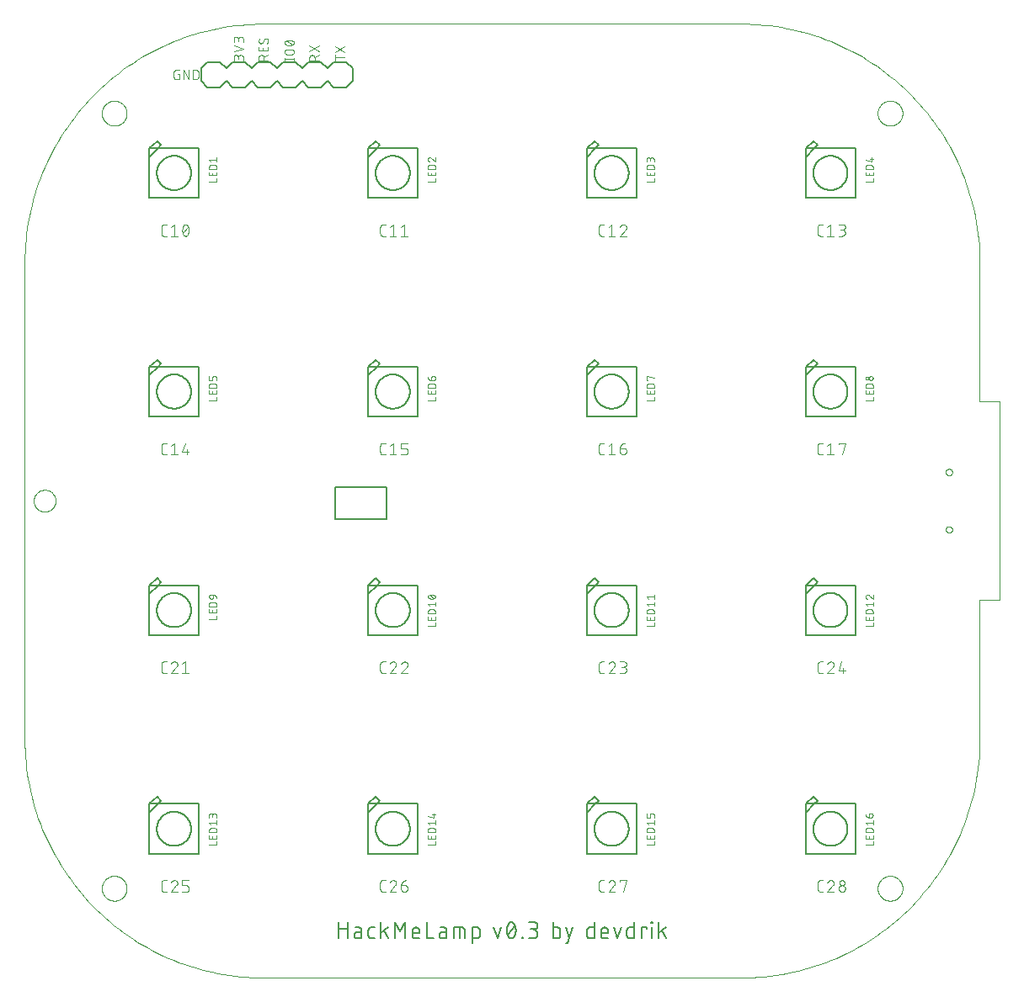
<source format=gto>
G04 EAGLE Gerber RS-274X export*
G75*
%MOMM*%
%FSLAX34Y34*%
%LPD*%
%INtSilk*%
%IPPOS*%
%AMOC8*
5,1,8,0,0,1.08239X$1,22.5*%
G01*
%ADD10C,0.076200*%
%ADD11C,0.152400*%
%ADD12C,0.000000*%
%ADD13C,0.101600*%
%ADD14C,0.127000*%
%ADD15C,0.203200*%


D10*
X0Y240000D02*
X70Y234201D01*
X280Y228405D01*
X630Y222616D01*
X1120Y216837D01*
X1750Y211071D01*
X2518Y205323D01*
X3426Y199594D01*
X4471Y193890D01*
X5654Y188212D01*
X6974Y182564D01*
X8430Y176950D01*
X10021Y171373D01*
X11746Y165836D01*
X13605Y160342D01*
X15596Y154895D01*
X17718Y149497D01*
X19970Y144152D01*
X22350Y138864D01*
X24858Y133634D01*
X27491Y128466D01*
X30248Y123364D01*
X33127Y118330D01*
X36128Y113366D01*
X39247Y108477D01*
X42484Y103664D01*
X45836Y98932D01*
X49301Y94281D01*
X52878Y89716D01*
X56564Y85238D01*
X60357Y80851D01*
X64256Y76556D01*
X68256Y72357D01*
X72357Y68256D01*
X76556Y64256D01*
X80851Y60357D01*
X85238Y56564D01*
X89716Y52878D01*
X94281Y49301D01*
X98932Y45836D01*
X103664Y42484D01*
X108477Y39247D01*
X113366Y36128D01*
X118330Y33127D01*
X123364Y30248D01*
X128466Y27491D01*
X133634Y24858D01*
X138864Y22350D01*
X144152Y19970D01*
X149497Y17718D01*
X154895Y15596D01*
X160342Y13605D01*
X165836Y11746D01*
X171373Y10021D01*
X176950Y8430D01*
X182564Y6974D01*
X188212Y5654D01*
X193890Y4471D01*
X199594Y3426D01*
X205323Y2518D01*
X211071Y1750D01*
X216837Y1120D01*
X222616Y630D01*
X228405Y280D01*
X234201Y70D01*
X240000Y0D01*
X0Y720000D02*
X70Y725799D01*
X280Y731595D01*
X630Y737384D01*
X1120Y743163D01*
X1750Y748929D01*
X2518Y754677D01*
X3426Y760406D01*
X4471Y766110D01*
X5654Y771788D01*
X6974Y777436D01*
X8430Y783050D01*
X10021Y788627D01*
X11746Y794164D01*
X13605Y799658D01*
X15596Y805105D01*
X17718Y810503D01*
X19970Y815848D01*
X22350Y821136D01*
X24858Y826366D01*
X27491Y831534D01*
X30248Y836636D01*
X33127Y841670D01*
X36128Y846634D01*
X39247Y851523D01*
X42484Y856336D01*
X45836Y861068D01*
X49301Y865719D01*
X52878Y870284D01*
X56564Y874762D01*
X60357Y879149D01*
X64256Y883444D01*
X68256Y887643D01*
X72357Y891744D01*
X76556Y895744D01*
X80851Y899643D01*
X85238Y903436D01*
X89716Y907122D01*
X94281Y910699D01*
X98932Y914164D01*
X103664Y917516D01*
X108477Y920753D01*
X113366Y923872D01*
X118330Y926873D01*
X123364Y929752D01*
X128466Y932509D01*
X133634Y935142D01*
X138864Y937650D01*
X144152Y940030D01*
X149497Y942282D01*
X154895Y944404D01*
X160342Y946395D01*
X165836Y948254D01*
X171373Y949979D01*
X176950Y951570D01*
X182564Y953026D01*
X188212Y954346D01*
X193890Y955529D01*
X199594Y956574D01*
X205323Y957482D01*
X211071Y958250D01*
X216837Y958880D01*
X222616Y959370D01*
X228405Y959720D01*
X234201Y959930D01*
X240000Y960000D01*
X720000Y960000D02*
X725799Y959930D01*
X731595Y959720D01*
X737384Y959370D01*
X743163Y958880D01*
X748929Y958250D01*
X754677Y957482D01*
X760406Y956574D01*
X766110Y955529D01*
X771788Y954346D01*
X777436Y953026D01*
X783050Y951570D01*
X788627Y949979D01*
X794164Y948254D01*
X799658Y946395D01*
X805105Y944404D01*
X810503Y942282D01*
X815848Y940030D01*
X821136Y937650D01*
X826366Y935142D01*
X831534Y932509D01*
X836636Y929752D01*
X841670Y926873D01*
X846634Y923872D01*
X851523Y920753D01*
X856336Y917516D01*
X861068Y914164D01*
X865719Y910699D01*
X870284Y907122D01*
X874762Y903436D01*
X879149Y899643D01*
X883444Y895744D01*
X887643Y891744D01*
X891744Y887643D01*
X895744Y883444D01*
X899643Y879149D01*
X903436Y874762D01*
X907122Y870284D01*
X910699Y865719D01*
X914164Y861068D01*
X917516Y856336D01*
X920753Y851523D01*
X923872Y846634D01*
X926873Y841670D01*
X929752Y836636D01*
X932509Y831534D01*
X935142Y826366D01*
X937650Y821136D01*
X940030Y815848D01*
X942282Y810503D01*
X944404Y805105D01*
X946395Y799658D01*
X948254Y794164D01*
X949979Y788627D01*
X951570Y783050D01*
X953026Y777436D01*
X954346Y771788D01*
X955529Y766110D01*
X956574Y760406D01*
X957482Y754677D01*
X958250Y748929D01*
X958880Y743163D01*
X959370Y737384D01*
X959720Y731595D01*
X959930Y725799D01*
X960000Y720000D01*
X960000Y240000D02*
X959930Y234201D01*
X959720Y228405D01*
X959370Y222616D01*
X958880Y216837D01*
X958250Y211071D01*
X957482Y205323D01*
X956574Y199594D01*
X955529Y193890D01*
X954346Y188212D01*
X953026Y182564D01*
X951570Y176950D01*
X949979Y171373D01*
X948254Y165836D01*
X946395Y160342D01*
X944404Y154895D01*
X942282Y149497D01*
X940030Y144152D01*
X937650Y138864D01*
X935142Y133634D01*
X932509Y128466D01*
X929752Y123364D01*
X926873Y118330D01*
X923872Y113366D01*
X920753Y108477D01*
X917516Y103664D01*
X914164Y98932D01*
X910699Y94281D01*
X907122Y89716D01*
X903436Y85238D01*
X899643Y80851D01*
X895744Y76556D01*
X891744Y72357D01*
X887643Y68256D01*
X883444Y64256D01*
X879149Y60357D01*
X874762Y56564D01*
X870284Y52878D01*
X865719Y49301D01*
X861068Y45836D01*
X856336Y42484D01*
X851523Y39247D01*
X846634Y36128D01*
X841670Y33127D01*
X836636Y30248D01*
X831534Y27491D01*
X826366Y24858D01*
X821136Y22350D01*
X815848Y19970D01*
X810503Y17718D01*
X805105Y15596D01*
X799658Y13605D01*
X794164Y11746D01*
X788627Y10021D01*
X783050Y8430D01*
X777436Y6974D01*
X771788Y5654D01*
X766110Y4471D01*
X760406Y3426D01*
X754677Y2518D01*
X748929Y1750D01*
X743163Y1120D01*
X737384Y630D01*
X731595Y280D01*
X725799Y70D01*
X720000Y0D01*
D11*
X364000Y462000D02*
X364000Y494000D01*
X312000Y494000D01*
X312000Y462000D01*
X364000Y462000D01*
D10*
X0Y240000D02*
X0Y720000D01*
X240000Y960000D02*
X720000Y960000D01*
X960000Y720000D02*
X960000Y580000D01*
X960000Y380000D02*
X960000Y240000D01*
X720000Y0D02*
X240000Y0D01*
X155112Y909442D02*
X153545Y909442D01*
X155112Y909442D02*
X155112Y904221D01*
X151979Y904221D01*
X151890Y904223D01*
X151802Y904229D01*
X151714Y904238D01*
X151626Y904251D01*
X151539Y904268D01*
X151453Y904288D01*
X151368Y904313D01*
X151283Y904340D01*
X151200Y904372D01*
X151119Y904406D01*
X151039Y904445D01*
X150961Y904486D01*
X150884Y904531D01*
X150810Y904579D01*
X150737Y904630D01*
X150667Y904684D01*
X150600Y904742D01*
X150534Y904802D01*
X150472Y904864D01*
X150412Y904930D01*
X150354Y904997D01*
X150300Y905067D01*
X150249Y905140D01*
X150201Y905214D01*
X150156Y905291D01*
X150115Y905369D01*
X150076Y905449D01*
X150042Y905530D01*
X150010Y905613D01*
X149983Y905698D01*
X149958Y905783D01*
X149938Y905869D01*
X149921Y905956D01*
X149908Y906044D01*
X149899Y906132D01*
X149893Y906220D01*
X149891Y906309D01*
X149891Y911531D01*
X149893Y911622D01*
X149899Y911713D01*
X149909Y911804D01*
X149923Y911894D01*
X149940Y911983D01*
X149962Y912071D01*
X149988Y912159D01*
X150017Y912245D01*
X150050Y912330D01*
X150087Y912413D01*
X150127Y912495D01*
X150171Y912575D01*
X150218Y912653D01*
X150269Y912729D01*
X150322Y912802D01*
X150379Y912873D01*
X150440Y912942D01*
X150503Y913007D01*
X150568Y913070D01*
X150637Y913130D01*
X150708Y913188D01*
X150781Y913241D01*
X150857Y913292D01*
X150935Y913339D01*
X151015Y913383D01*
X151097Y913423D01*
X151180Y913460D01*
X151265Y913493D01*
X151351Y913522D01*
X151439Y913548D01*
X151527Y913570D01*
X151616Y913587D01*
X151706Y913601D01*
X151797Y913611D01*
X151888Y913617D01*
X151979Y913619D01*
X155112Y913619D01*
X159644Y913619D02*
X159644Y904221D01*
X164865Y904221D02*
X159644Y913619D01*
X164865Y913619D02*
X164865Y904221D01*
X169398Y904221D02*
X169398Y913619D01*
X172008Y913619D01*
X172108Y913617D01*
X172208Y913611D01*
X172307Y913602D01*
X172407Y913588D01*
X172505Y913571D01*
X172603Y913550D01*
X172700Y913526D01*
X172796Y913497D01*
X172891Y913465D01*
X172984Y913430D01*
X173076Y913391D01*
X173167Y913348D01*
X173255Y913302D01*
X173342Y913252D01*
X173427Y913200D01*
X173510Y913144D01*
X173591Y913085D01*
X173669Y913022D01*
X173745Y912957D01*
X173819Y912889D01*
X173889Y912819D01*
X173957Y912745D01*
X174022Y912669D01*
X174085Y912591D01*
X174144Y912510D01*
X174200Y912427D01*
X174252Y912342D01*
X174302Y912255D01*
X174348Y912167D01*
X174391Y912076D01*
X174430Y911984D01*
X174465Y911891D01*
X174497Y911796D01*
X174526Y911700D01*
X174550Y911603D01*
X174571Y911505D01*
X174588Y911407D01*
X174602Y911307D01*
X174611Y911208D01*
X174617Y911108D01*
X174619Y911008D01*
X174619Y906832D01*
X174617Y906732D01*
X174611Y906632D01*
X174602Y906533D01*
X174588Y906433D01*
X174571Y906335D01*
X174550Y906237D01*
X174526Y906140D01*
X174497Y906044D01*
X174465Y905949D01*
X174430Y905856D01*
X174391Y905764D01*
X174348Y905673D01*
X174302Y905585D01*
X174252Y905498D01*
X174200Y905413D01*
X174144Y905330D01*
X174085Y905249D01*
X174022Y905171D01*
X173957Y905095D01*
X173889Y905021D01*
X173819Y904951D01*
X173745Y904883D01*
X173669Y904818D01*
X173591Y904755D01*
X173510Y904696D01*
X173427Y904640D01*
X173342Y904588D01*
X173255Y904538D01*
X173167Y904492D01*
X173076Y904449D01*
X172984Y904410D01*
X172891Y904375D01*
X172796Y904343D01*
X172700Y904314D01*
X172603Y904290D01*
X172505Y904269D01*
X172407Y904252D01*
X172307Y904238D01*
X172208Y904229D01*
X172108Y904223D01*
X172008Y904221D01*
X169398Y904221D01*
X219619Y923381D02*
X219619Y925992D01*
X219617Y926093D01*
X219611Y926194D01*
X219601Y926295D01*
X219588Y926395D01*
X219570Y926495D01*
X219549Y926594D01*
X219523Y926692D01*
X219494Y926789D01*
X219462Y926885D01*
X219425Y926979D01*
X219385Y927072D01*
X219341Y927164D01*
X219294Y927253D01*
X219243Y927341D01*
X219189Y927427D01*
X219132Y927510D01*
X219072Y927592D01*
X219008Y927670D01*
X218942Y927747D01*
X218872Y927820D01*
X218800Y927891D01*
X218725Y927959D01*
X218647Y928024D01*
X218567Y928086D01*
X218485Y928145D01*
X218400Y928201D01*
X218314Y928253D01*
X218225Y928302D01*
X218134Y928348D01*
X218042Y928389D01*
X217948Y928428D01*
X217853Y928462D01*
X217757Y928493D01*
X217659Y928520D01*
X217561Y928544D01*
X217461Y928563D01*
X217361Y928579D01*
X217261Y928591D01*
X217160Y928599D01*
X217059Y928603D01*
X216957Y928603D01*
X216856Y928599D01*
X216755Y928591D01*
X216655Y928579D01*
X216555Y928563D01*
X216455Y928544D01*
X216357Y928520D01*
X216259Y928493D01*
X216163Y928462D01*
X216068Y928428D01*
X215974Y928389D01*
X215882Y928348D01*
X215791Y928302D01*
X215703Y928253D01*
X215616Y928201D01*
X215531Y928145D01*
X215449Y928086D01*
X215369Y928024D01*
X215291Y927959D01*
X215216Y927891D01*
X215144Y927820D01*
X215074Y927747D01*
X215008Y927670D01*
X214944Y927592D01*
X214884Y927510D01*
X214827Y927427D01*
X214773Y927341D01*
X214722Y927253D01*
X214675Y927164D01*
X214631Y927072D01*
X214591Y926979D01*
X214554Y926885D01*
X214522Y926789D01*
X214493Y926692D01*
X214467Y926594D01*
X214446Y926495D01*
X214428Y926395D01*
X214415Y926295D01*
X214405Y926194D01*
X214399Y926093D01*
X214397Y925992D01*
X210221Y926514D02*
X210221Y923381D01*
X210221Y926514D02*
X210223Y926604D01*
X210229Y926693D01*
X210238Y926783D01*
X210252Y926872D01*
X210269Y926960D01*
X210290Y927047D01*
X210315Y927134D01*
X210344Y927219D01*
X210376Y927303D01*
X210411Y927385D01*
X210451Y927466D01*
X210493Y927545D01*
X210539Y927622D01*
X210589Y927697D01*
X210641Y927770D01*
X210697Y927841D01*
X210755Y927909D01*
X210817Y927974D01*
X210881Y928037D01*
X210948Y928097D01*
X211017Y928154D01*
X211089Y928208D01*
X211163Y928259D01*
X211239Y928307D01*
X211317Y928351D01*
X211397Y928392D01*
X211479Y928430D01*
X211562Y928464D01*
X211647Y928494D01*
X211733Y928521D01*
X211819Y928544D01*
X211907Y928563D01*
X211996Y928578D01*
X212085Y928590D01*
X212174Y928598D01*
X212264Y928602D01*
X212354Y928602D01*
X212444Y928598D01*
X212533Y928590D01*
X212622Y928578D01*
X212711Y928563D01*
X212799Y928544D01*
X212885Y928521D01*
X212971Y928494D01*
X213056Y928464D01*
X213139Y928430D01*
X213221Y928392D01*
X213301Y928351D01*
X213379Y928307D01*
X213455Y928259D01*
X213529Y928208D01*
X213601Y928154D01*
X213670Y928097D01*
X213737Y928037D01*
X213801Y927974D01*
X213863Y927909D01*
X213921Y927841D01*
X213977Y927770D01*
X214029Y927697D01*
X214079Y927622D01*
X214125Y927545D01*
X214167Y927466D01*
X214207Y927385D01*
X214242Y927303D01*
X214274Y927219D01*
X214303Y927134D01*
X214328Y927047D01*
X214349Y926960D01*
X214366Y926872D01*
X214380Y926783D01*
X214389Y926693D01*
X214395Y926604D01*
X214397Y926514D01*
X214398Y926514D02*
X214398Y924425D01*
X210221Y932003D02*
X219619Y935136D01*
X210221Y938268D01*
X219619Y941669D02*
X219619Y944279D01*
X219617Y944380D01*
X219611Y944481D01*
X219601Y944582D01*
X219588Y944682D01*
X219570Y944782D01*
X219549Y944881D01*
X219523Y944979D01*
X219494Y945076D01*
X219462Y945172D01*
X219425Y945266D01*
X219385Y945359D01*
X219341Y945451D01*
X219294Y945540D01*
X219243Y945628D01*
X219189Y945714D01*
X219132Y945797D01*
X219072Y945879D01*
X219008Y945957D01*
X218942Y946034D01*
X218872Y946107D01*
X218800Y946178D01*
X218725Y946246D01*
X218647Y946311D01*
X218567Y946373D01*
X218485Y946432D01*
X218400Y946488D01*
X218314Y946540D01*
X218225Y946589D01*
X218134Y946635D01*
X218042Y946676D01*
X217948Y946715D01*
X217853Y946749D01*
X217757Y946780D01*
X217659Y946807D01*
X217561Y946831D01*
X217461Y946850D01*
X217361Y946866D01*
X217261Y946878D01*
X217160Y946886D01*
X217059Y946890D01*
X216957Y946890D01*
X216856Y946886D01*
X216755Y946878D01*
X216655Y946866D01*
X216555Y946850D01*
X216455Y946831D01*
X216357Y946807D01*
X216259Y946780D01*
X216163Y946749D01*
X216068Y946715D01*
X215974Y946676D01*
X215882Y946635D01*
X215791Y946589D01*
X215703Y946540D01*
X215616Y946488D01*
X215531Y946432D01*
X215449Y946373D01*
X215369Y946311D01*
X215291Y946246D01*
X215216Y946178D01*
X215144Y946107D01*
X215074Y946034D01*
X215008Y945957D01*
X214944Y945879D01*
X214884Y945797D01*
X214827Y945714D01*
X214773Y945628D01*
X214722Y945540D01*
X214675Y945451D01*
X214631Y945359D01*
X214591Y945266D01*
X214554Y945172D01*
X214522Y945076D01*
X214493Y944979D01*
X214467Y944881D01*
X214446Y944782D01*
X214428Y944682D01*
X214415Y944582D01*
X214405Y944481D01*
X214399Y944380D01*
X214397Y944279D01*
X210221Y944802D02*
X210221Y941669D01*
X210221Y944802D02*
X210223Y944892D01*
X210229Y944981D01*
X210238Y945071D01*
X210252Y945160D01*
X210269Y945248D01*
X210290Y945335D01*
X210315Y945422D01*
X210344Y945507D01*
X210376Y945591D01*
X210411Y945673D01*
X210451Y945754D01*
X210493Y945833D01*
X210539Y945910D01*
X210589Y945985D01*
X210641Y946058D01*
X210697Y946129D01*
X210755Y946197D01*
X210817Y946262D01*
X210881Y946325D01*
X210948Y946385D01*
X211017Y946442D01*
X211089Y946496D01*
X211163Y946547D01*
X211239Y946595D01*
X211317Y946639D01*
X211397Y946680D01*
X211479Y946718D01*
X211562Y946752D01*
X211647Y946782D01*
X211733Y946809D01*
X211819Y946832D01*
X211907Y946851D01*
X211996Y946866D01*
X212085Y946878D01*
X212174Y946886D01*
X212264Y946890D01*
X212354Y946890D01*
X212444Y946886D01*
X212533Y946878D01*
X212622Y946866D01*
X212711Y946851D01*
X212799Y946832D01*
X212885Y946809D01*
X212971Y946782D01*
X213056Y946752D01*
X213139Y946718D01*
X213221Y946680D01*
X213301Y946639D01*
X213379Y946595D01*
X213455Y946547D01*
X213529Y946496D01*
X213601Y946442D01*
X213670Y946385D01*
X213737Y946325D01*
X213801Y946262D01*
X213863Y946197D01*
X213921Y946129D01*
X213977Y946058D01*
X214029Y945985D01*
X214079Y945910D01*
X214125Y945833D01*
X214167Y945754D01*
X214207Y945673D01*
X214242Y945591D01*
X214274Y945507D01*
X214303Y945422D01*
X214328Y945335D01*
X214349Y945248D01*
X214366Y945160D01*
X214380Y945071D01*
X214389Y944981D01*
X214395Y944892D01*
X214397Y944802D01*
X214398Y944802D02*
X214398Y942713D01*
X235221Y923381D02*
X244619Y923381D01*
X235221Y923381D02*
X235221Y925992D01*
X235223Y926093D01*
X235229Y926194D01*
X235239Y926295D01*
X235252Y926395D01*
X235270Y926495D01*
X235291Y926594D01*
X235317Y926692D01*
X235346Y926789D01*
X235378Y926885D01*
X235415Y926979D01*
X235455Y927072D01*
X235499Y927164D01*
X235546Y927253D01*
X235597Y927341D01*
X235651Y927427D01*
X235708Y927510D01*
X235768Y927592D01*
X235832Y927670D01*
X235898Y927747D01*
X235968Y927820D01*
X236040Y927891D01*
X236115Y927959D01*
X236193Y928024D01*
X236273Y928086D01*
X236355Y928145D01*
X236440Y928201D01*
X236527Y928253D01*
X236615Y928302D01*
X236706Y928348D01*
X236798Y928389D01*
X236892Y928428D01*
X236987Y928462D01*
X237083Y928493D01*
X237181Y928520D01*
X237279Y928544D01*
X237379Y928563D01*
X237479Y928579D01*
X237579Y928591D01*
X237680Y928599D01*
X237781Y928603D01*
X237883Y928603D01*
X237984Y928599D01*
X238085Y928591D01*
X238185Y928579D01*
X238285Y928563D01*
X238385Y928544D01*
X238483Y928520D01*
X238581Y928493D01*
X238677Y928462D01*
X238772Y928428D01*
X238866Y928389D01*
X238958Y928348D01*
X239049Y928302D01*
X239138Y928253D01*
X239224Y928201D01*
X239309Y928145D01*
X239391Y928086D01*
X239471Y928024D01*
X239549Y927959D01*
X239624Y927891D01*
X239696Y927820D01*
X239766Y927747D01*
X239832Y927670D01*
X239896Y927592D01*
X239956Y927510D01*
X240013Y927427D01*
X240067Y927341D01*
X240118Y927253D01*
X240165Y927164D01*
X240209Y927072D01*
X240249Y926979D01*
X240286Y926885D01*
X240318Y926789D01*
X240347Y926692D01*
X240373Y926594D01*
X240394Y926495D01*
X240412Y926395D01*
X240425Y926295D01*
X240435Y926194D01*
X240441Y926093D01*
X240443Y925992D01*
X240442Y925992D02*
X240442Y923381D01*
X240442Y926514D02*
X244619Y928602D01*
X244619Y932790D02*
X244619Y936967D01*
X244619Y932790D02*
X235221Y932790D01*
X235221Y936967D01*
X239398Y935923D02*
X239398Y932790D01*
X244619Y943221D02*
X244617Y943310D01*
X244611Y943398D01*
X244602Y943486D01*
X244589Y943574D01*
X244572Y943661D01*
X244552Y943747D01*
X244527Y943832D01*
X244500Y943917D01*
X244468Y944000D01*
X244434Y944081D01*
X244395Y944161D01*
X244354Y944239D01*
X244309Y944316D01*
X244261Y944390D01*
X244210Y944463D01*
X244156Y944533D01*
X244098Y944600D01*
X244038Y944666D01*
X243976Y944728D01*
X243910Y944788D01*
X243843Y944846D01*
X243773Y944900D01*
X243700Y944951D01*
X243626Y944999D01*
X243549Y945044D01*
X243471Y945085D01*
X243391Y945124D01*
X243310Y945158D01*
X243227Y945190D01*
X243142Y945217D01*
X243057Y945242D01*
X242971Y945262D01*
X242884Y945279D01*
X242796Y945292D01*
X242708Y945301D01*
X242620Y945307D01*
X242531Y945309D01*
X244619Y943221D02*
X244617Y943092D01*
X244611Y942963D01*
X244602Y942834D01*
X244589Y942706D01*
X244572Y942578D01*
X244551Y942451D01*
X244527Y942324D01*
X244499Y942198D01*
X244467Y942073D01*
X244432Y941949D01*
X244393Y941826D01*
X244350Y941704D01*
X244304Y941584D01*
X244254Y941465D01*
X244201Y941347D01*
X244145Y941231D01*
X244085Y941117D01*
X244022Y941004D01*
X243955Y940894D01*
X243886Y940785D01*
X243813Y940679D01*
X243737Y940574D01*
X243658Y940472D01*
X243576Y940373D01*
X243492Y940275D01*
X243404Y940180D01*
X243314Y940088D01*
X237309Y940349D02*
X237220Y940351D01*
X237132Y940357D01*
X237044Y940366D01*
X236956Y940379D01*
X236869Y940396D01*
X236783Y940416D01*
X236698Y940441D01*
X236613Y940468D01*
X236530Y940500D01*
X236449Y940534D01*
X236369Y940573D01*
X236291Y940614D01*
X236214Y940659D01*
X236140Y940707D01*
X236067Y940758D01*
X235997Y940812D01*
X235930Y940870D01*
X235864Y940930D01*
X235802Y940992D01*
X235742Y941058D01*
X235684Y941125D01*
X235630Y941195D01*
X235579Y941268D01*
X235531Y941342D01*
X235486Y941419D01*
X235445Y941497D01*
X235406Y941577D01*
X235372Y941658D01*
X235340Y941741D01*
X235313Y941826D01*
X235288Y941911D01*
X235268Y941997D01*
X235251Y942084D01*
X235238Y942172D01*
X235229Y942260D01*
X235223Y942348D01*
X235221Y942437D01*
X235223Y942557D01*
X235228Y942677D01*
X235238Y942796D01*
X235250Y942916D01*
X235267Y943035D01*
X235287Y943153D01*
X235311Y943271D01*
X235338Y943387D01*
X235369Y943503D01*
X235403Y943618D01*
X235441Y943732D01*
X235483Y943845D01*
X235528Y943956D01*
X235576Y944066D01*
X235627Y944174D01*
X235682Y944281D01*
X235740Y944386D01*
X235802Y944489D01*
X235866Y944590D01*
X235934Y944690D01*
X236004Y944787D01*
X239136Y941393D02*
X239088Y941315D01*
X239036Y941239D01*
X238982Y941166D01*
X238924Y941095D01*
X238863Y941026D01*
X238799Y940960D01*
X238732Y940897D01*
X238663Y940837D01*
X238591Y940780D01*
X238517Y940726D01*
X238440Y940676D01*
X238361Y940628D01*
X238281Y940585D01*
X238198Y940544D01*
X238114Y940508D01*
X238029Y940475D01*
X237942Y940446D01*
X237853Y940420D01*
X237764Y940398D01*
X237674Y940381D01*
X237584Y940367D01*
X237492Y940357D01*
X237401Y940351D01*
X237309Y940349D01*
X240704Y944265D02*
X240752Y944343D01*
X240804Y944419D01*
X240858Y944492D01*
X240916Y944563D01*
X240977Y944632D01*
X241041Y944698D01*
X241108Y944761D01*
X241177Y944821D01*
X241249Y944878D01*
X241323Y944932D01*
X241400Y944982D01*
X241479Y945030D01*
X241559Y945073D01*
X241642Y945114D01*
X241726Y945150D01*
X241811Y945183D01*
X241898Y945212D01*
X241987Y945238D01*
X242076Y945260D01*
X242166Y945277D01*
X242256Y945291D01*
X242348Y945301D01*
X242439Y945307D01*
X242531Y945309D01*
X240703Y944265D02*
X239137Y941393D01*
X261221Y924425D02*
X270619Y924425D01*
X270619Y923381D02*
X270619Y925469D01*
X261221Y925469D02*
X261221Y923381D01*
X263832Y929130D02*
X268008Y929130D01*
X263832Y929129D02*
X263731Y929131D01*
X263630Y929137D01*
X263529Y929147D01*
X263429Y929160D01*
X263329Y929178D01*
X263230Y929199D01*
X263132Y929225D01*
X263035Y929254D01*
X262939Y929286D01*
X262845Y929323D01*
X262752Y929363D01*
X262660Y929407D01*
X262571Y929454D01*
X262483Y929505D01*
X262397Y929559D01*
X262314Y929616D01*
X262232Y929676D01*
X262154Y929740D01*
X262077Y929806D01*
X262004Y929876D01*
X261933Y929948D01*
X261865Y930023D01*
X261800Y930101D01*
X261738Y930181D01*
X261679Y930263D01*
X261623Y930348D01*
X261571Y930435D01*
X261522Y930523D01*
X261476Y930614D01*
X261435Y930706D01*
X261396Y930800D01*
X261362Y930895D01*
X261331Y930991D01*
X261304Y931089D01*
X261280Y931187D01*
X261261Y931287D01*
X261245Y931387D01*
X261233Y931487D01*
X261225Y931588D01*
X261221Y931689D01*
X261221Y931791D01*
X261225Y931892D01*
X261233Y931993D01*
X261245Y932093D01*
X261261Y932193D01*
X261280Y932293D01*
X261304Y932391D01*
X261331Y932489D01*
X261362Y932585D01*
X261396Y932680D01*
X261435Y932774D01*
X261476Y932866D01*
X261522Y932957D01*
X261571Y933046D01*
X261623Y933132D01*
X261679Y933217D01*
X261738Y933299D01*
X261800Y933379D01*
X261865Y933457D01*
X261933Y933532D01*
X262004Y933604D01*
X262077Y933674D01*
X262154Y933740D01*
X262232Y933804D01*
X262314Y933864D01*
X262397Y933921D01*
X262483Y933975D01*
X262571Y934026D01*
X262660Y934073D01*
X262752Y934117D01*
X262845Y934157D01*
X262939Y934194D01*
X263035Y934226D01*
X263132Y934255D01*
X263230Y934281D01*
X263329Y934302D01*
X263429Y934320D01*
X263529Y934333D01*
X263630Y934343D01*
X263731Y934349D01*
X263832Y934351D01*
X268008Y934351D01*
X268109Y934349D01*
X268210Y934343D01*
X268311Y934333D01*
X268411Y934320D01*
X268511Y934302D01*
X268610Y934281D01*
X268708Y934255D01*
X268805Y934226D01*
X268901Y934194D01*
X268995Y934157D01*
X269088Y934117D01*
X269180Y934073D01*
X269269Y934026D01*
X269357Y933975D01*
X269443Y933921D01*
X269526Y933864D01*
X269608Y933804D01*
X269686Y933740D01*
X269763Y933674D01*
X269836Y933604D01*
X269907Y933532D01*
X269975Y933457D01*
X270040Y933379D01*
X270102Y933299D01*
X270161Y933217D01*
X270217Y933132D01*
X270269Y933046D01*
X270318Y932957D01*
X270364Y932866D01*
X270405Y932774D01*
X270444Y932680D01*
X270478Y932585D01*
X270509Y932489D01*
X270536Y932391D01*
X270560Y932293D01*
X270579Y932193D01*
X270595Y932093D01*
X270607Y931993D01*
X270615Y931892D01*
X270619Y931791D01*
X270619Y931689D01*
X270615Y931588D01*
X270607Y931487D01*
X270595Y931387D01*
X270579Y931287D01*
X270560Y931187D01*
X270536Y931089D01*
X270509Y930991D01*
X270478Y930895D01*
X270444Y930800D01*
X270405Y930706D01*
X270364Y930614D01*
X270318Y930523D01*
X270269Y930435D01*
X270217Y930348D01*
X270161Y930263D01*
X270102Y930181D01*
X270040Y930101D01*
X269975Y930023D01*
X269907Y929948D01*
X269836Y929876D01*
X269763Y929806D01*
X269686Y929740D01*
X269608Y929676D01*
X269526Y929616D01*
X269443Y929559D01*
X269357Y929505D01*
X269269Y929454D01*
X269180Y929407D01*
X269088Y929363D01*
X268995Y929323D01*
X268901Y929286D01*
X268805Y929254D01*
X268708Y929225D01*
X268610Y929199D01*
X268511Y929178D01*
X268411Y929160D01*
X268311Y929147D01*
X268210Y929137D01*
X268109Y929131D01*
X268008Y929129D01*
X265920Y938274D02*
X265735Y938276D01*
X265550Y938283D01*
X265366Y938294D01*
X265182Y938309D01*
X264998Y938329D01*
X264814Y938353D01*
X264632Y938382D01*
X264450Y938415D01*
X264269Y938452D01*
X264089Y938494D01*
X263909Y938540D01*
X263731Y938590D01*
X263555Y938644D01*
X263379Y938703D01*
X263205Y938765D01*
X263033Y938832D01*
X262862Y938903D01*
X262693Y938978D01*
X262526Y939057D01*
X262526Y939056D02*
X262446Y939086D01*
X262367Y939119D01*
X262290Y939156D01*
X262214Y939196D01*
X262140Y939239D01*
X262068Y939285D01*
X261999Y939335D01*
X261931Y939387D01*
X261866Y939443D01*
X261803Y939501D01*
X261744Y939563D01*
X261686Y939626D01*
X261632Y939693D01*
X261581Y939761D01*
X261533Y939832D01*
X261488Y939905D01*
X261446Y939979D01*
X261408Y940056D01*
X261373Y940134D01*
X261341Y940213D01*
X261313Y940294D01*
X261289Y940376D01*
X261268Y940460D01*
X261251Y940543D01*
X261238Y940628D01*
X261229Y940713D01*
X261223Y940798D01*
X261221Y940884D01*
X261223Y940970D01*
X261229Y941055D01*
X261238Y941140D01*
X261251Y941225D01*
X261268Y941308D01*
X261289Y941392D01*
X261313Y941474D01*
X261341Y941555D01*
X261373Y941634D01*
X261408Y941712D01*
X261446Y941789D01*
X261488Y941863D01*
X261533Y941936D01*
X261581Y942007D01*
X261632Y942075D01*
X261686Y942142D01*
X261744Y942205D01*
X261803Y942267D01*
X261866Y942325D01*
X261931Y942381D01*
X261999Y942433D01*
X262068Y942483D01*
X262140Y942529D01*
X262214Y942572D01*
X262290Y942612D01*
X262367Y942649D01*
X262446Y942682D01*
X262526Y942712D01*
X262693Y942791D01*
X262862Y942866D01*
X263033Y942937D01*
X263205Y943004D01*
X263379Y943066D01*
X263555Y943125D01*
X263731Y943179D01*
X263909Y943229D01*
X264089Y943275D01*
X264269Y943317D01*
X264450Y943354D01*
X264632Y943387D01*
X264814Y943416D01*
X264998Y943440D01*
X265182Y943460D01*
X265366Y943475D01*
X265550Y943486D01*
X265735Y943493D01*
X265920Y943495D01*
X265920Y938274D02*
X266105Y938276D01*
X266290Y938283D01*
X266474Y938294D01*
X266658Y938309D01*
X266842Y938329D01*
X267026Y938353D01*
X267208Y938382D01*
X267390Y938415D01*
X267571Y938452D01*
X267751Y938494D01*
X267931Y938540D01*
X268109Y938590D01*
X268285Y938644D01*
X268461Y938703D01*
X268635Y938765D01*
X268807Y938832D01*
X268978Y938903D01*
X269147Y938978D01*
X269314Y939057D01*
X269314Y939056D02*
X269394Y939086D01*
X269473Y939119D01*
X269550Y939156D01*
X269626Y939196D01*
X269700Y939239D01*
X269772Y939285D01*
X269841Y939335D01*
X269909Y939388D01*
X269974Y939443D01*
X270037Y939502D01*
X270096Y939563D01*
X270154Y939626D01*
X270208Y939693D01*
X270259Y939761D01*
X270307Y939832D01*
X270352Y939905D01*
X270394Y939979D01*
X270432Y940056D01*
X270467Y940134D01*
X270499Y940213D01*
X270527Y940294D01*
X270551Y940376D01*
X270572Y940460D01*
X270589Y940543D01*
X270602Y940628D01*
X270611Y940713D01*
X270617Y940798D01*
X270619Y940884D01*
X269314Y942712D02*
X269147Y942791D01*
X268978Y942866D01*
X268807Y942937D01*
X268635Y943004D01*
X268461Y943066D01*
X268285Y943125D01*
X268109Y943179D01*
X267931Y943229D01*
X267751Y943275D01*
X267571Y943317D01*
X267390Y943354D01*
X267208Y943387D01*
X267026Y943416D01*
X266842Y943440D01*
X266658Y943460D01*
X266474Y943475D01*
X266290Y943486D01*
X266105Y943493D01*
X265920Y943495D01*
X269314Y942712D02*
X269394Y942682D01*
X269473Y942649D01*
X269550Y942612D01*
X269626Y942572D01*
X269700Y942529D01*
X269772Y942483D01*
X269841Y942433D01*
X269909Y942381D01*
X269974Y942325D01*
X270037Y942267D01*
X270096Y942205D01*
X270154Y942142D01*
X270208Y942075D01*
X270259Y942007D01*
X270307Y941936D01*
X270352Y941863D01*
X270394Y941789D01*
X270432Y941712D01*
X270467Y941634D01*
X270499Y941555D01*
X270527Y941474D01*
X270551Y941392D01*
X270572Y941308D01*
X270589Y941225D01*
X270602Y941140D01*
X270611Y941055D01*
X270617Y940970D01*
X270619Y940884D01*
X268531Y938796D02*
X263309Y942973D01*
X286221Y923381D02*
X295619Y923381D01*
X286221Y923381D02*
X286221Y925992D01*
X286223Y926093D01*
X286229Y926194D01*
X286239Y926295D01*
X286252Y926395D01*
X286270Y926495D01*
X286291Y926594D01*
X286317Y926692D01*
X286346Y926789D01*
X286378Y926885D01*
X286415Y926979D01*
X286455Y927072D01*
X286499Y927164D01*
X286546Y927253D01*
X286597Y927341D01*
X286651Y927427D01*
X286708Y927510D01*
X286768Y927592D01*
X286832Y927670D01*
X286898Y927747D01*
X286968Y927820D01*
X287040Y927891D01*
X287115Y927959D01*
X287193Y928024D01*
X287273Y928086D01*
X287355Y928145D01*
X287440Y928201D01*
X287527Y928253D01*
X287615Y928302D01*
X287706Y928348D01*
X287798Y928389D01*
X287892Y928428D01*
X287987Y928462D01*
X288083Y928493D01*
X288181Y928520D01*
X288279Y928544D01*
X288379Y928563D01*
X288479Y928579D01*
X288579Y928591D01*
X288680Y928599D01*
X288781Y928603D01*
X288883Y928603D01*
X288984Y928599D01*
X289085Y928591D01*
X289185Y928579D01*
X289285Y928563D01*
X289385Y928544D01*
X289483Y928520D01*
X289581Y928493D01*
X289677Y928462D01*
X289772Y928428D01*
X289866Y928389D01*
X289958Y928348D01*
X290049Y928302D01*
X290138Y928253D01*
X290224Y928201D01*
X290309Y928145D01*
X290391Y928086D01*
X290471Y928024D01*
X290549Y927959D01*
X290624Y927891D01*
X290696Y927820D01*
X290766Y927747D01*
X290832Y927670D01*
X290896Y927592D01*
X290956Y927510D01*
X291013Y927427D01*
X291067Y927341D01*
X291118Y927253D01*
X291165Y927164D01*
X291209Y927072D01*
X291249Y926979D01*
X291286Y926885D01*
X291318Y926789D01*
X291347Y926692D01*
X291373Y926594D01*
X291394Y926495D01*
X291412Y926395D01*
X291425Y926295D01*
X291435Y926194D01*
X291441Y926093D01*
X291443Y925992D01*
X291442Y925992D02*
X291442Y923381D01*
X291442Y926514D02*
X295619Y928602D01*
X295619Y931946D02*
X286221Y938211D01*
X286221Y931946D02*
X295619Y938211D01*
X312221Y925992D02*
X321619Y925992D01*
X312221Y923381D02*
X312221Y928602D01*
X312221Y937659D02*
X321619Y931393D01*
X321619Y937659D02*
X312221Y931393D01*
X960000Y580000D02*
X980000Y580000D01*
X980000Y380000D01*
X960000Y380000D01*
D12*
X77500Y90000D02*
X77504Y90307D01*
X77515Y90613D01*
X77534Y90920D01*
X77560Y91225D01*
X77594Y91530D01*
X77635Y91834D01*
X77684Y92137D01*
X77740Y92439D01*
X77804Y92739D01*
X77875Y93037D01*
X77953Y93334D01*
X78038Y93629D01*
X78131Y93921D01*
X78231Y94211D01*
X78338Y94499D01*
X78452Y94784D01*
X78572Y95066D01*
X78700Y95344D01*
X78835Y95620D01*
X78976Y95892D01*
X79124Y96161D01*
X79278Y96426D01*
X79439Y96687D01*
X79607Y96945D01*
X79780Y97198D01*
X79960Y97446D01*
X80146Y97690D01*
X80337Y97930D01*
X80535Y98165D01*
X80738Y98394D01*
X80947Y98619D01*
X81161Y98839D01*
X81381Y99053D01*
X81606Y99262D01*
X81835Y99465D01*
X82070Y99663D01*
X82310Y99854D01*
X82554Y100040D01*
X82802Y100220D01*
X83055Y100393D01*
X83313Y100561D01*
X83574Y100722D01*
X83839Y100876D01*
X84108Y101024D01*
X84380Y101165D01*
X84656Y101300D01*
X84934Y101428D01*
X85216Y101548D01*
X85501Y101662D01*
X85789Y101769D01*
X86079Y101869D01*
X86371Y101962D01*
X86666Y102047D01*
X86963Y102125D01*
X87261Y102196D01*
X87561Y102260D01*
X87863Y102316D01*
X88166Y102365D01*
X88470Y102406D01*
X88775Y102440D01*
X89080Y102466D01*
X89387Y102485D01*
X89693Y102496D01*
X90000Y102500D01*
X90307Y102496D01*
X90613Y102485D01*
X90920Y102466D01*
X91225Y102440D01*
X91530Y102406D01*
X91834Y102365D01*
X92137Y102316D01*
X92439Y102260D01*
X92739Y102196D01*
X93037Y102125D01*
X93334Y102047D01*
X93629Y101962D01*
X93921Y101869D01*
X94211Y101769D01*
X94499Y101662D01*
X94784Y101548D01*
X95066Y101428D01*
X95344Y101300D01*
X95620Y101165D01*
X95892Y101024D01*
X96161Y100876D01*
X96426Y100722D01*
X96687Y100561D01*
X96945Y100393D01*
X97198Y100220D01*
X97446Y100040D01*
X97690Y99854D01*
X97930Y99663D01*
X98165Y99465D01*
X98394Y99262D01*
X98619Y99053D01*
X98839Y98839D01*
X99053Y98619D01*
X99262Y98394D01*
X99465Y98165D01*
X99663Y97930D01*
X99854Y97690D01*
X100040Y97446D01*
X100220Y97198D01*
X100393Y96945D01*
X100561Y96687D01*
X100722Y96426D01*
X100876Y96161D01*
X101024Y95892D01*
X101165Y95620D01*
X101300Y95344D01*
X101428Y95066D01*
X101548Y94784D01*
X101662Y94499D01*
X101769Y94211D01*
X101869Y93921D01*
X101962Y93629D01*
X102047Y93334D01*
X102125Y93037D01*
X102196Y92739D01*
X102260Y92439D01*
X102316Y92137D01*
X102365Y91834D01*
X102406Y91530D01*
X102440Y91225D01*
X102466Y90920D01*
X102485Y90613D01*
X102496Y90307D01*
X102500Y90000D01*
X102496Y89693D01*
X102485Y89387D01*
X102466Y89080D01*
X102440Y88775D01*
X102406Y88470D01*
X102365Y88166D01*
X102316Y87863D01*
X102260Y87561D01*
X102196Y87261D01*
X102125Y86963D01*
X102047Y86666D01*
X101962Y86371D01*
X101869Y86079D01*
X101769Y85789D01*
X101662Y85501D01*
X101548Y85216D01*
X101428Y84934D01*
X101300Y84656D01*
X101165Y84380D01*
X101024Y84108D01*
X100876Y83839D01*
X100722Y83574D01*
X100561Y83313D01*
X100393Y83055D01*
X100220Y82802D01*
X100040Y82554D01*
X99854Y82310D01*
X99663Y82070D01*
X99465Y81835D01*
X99262Y81606D01*
X99053Y81381D01*
X98839Y81161D01*
X98619Y80947D01*
X98394Y80738D01*
X98165Y80535D01*
X97930Y80337D01*
X97690Y80146D01*
X97446Y79960D01*
X97198Y79780D01*
X96945Y79607D01*
X96687Y79439D01*
X96426Y79278D01*
X96161Y79124D01*
X95892Y78976D01*
X95620Y78835D01*
X95344Y78700D01*
X95066Y78572D01*
X94784Y78452D01*
X94499Y78338D01*
X94211Y78231D01*
X93921Y78131D01*
X93629Y78038D01*
X93334Y77953D01*
X93037Y77875D01*
X92739Y77804D01*
X92439Y77740D01*
X92137Y77684D01*
X91834Y77635D01*
X91530Y77594D01*
X91225Y77560D01*
X90920Y77534D01*
X90613Y77515D01*
X90307Y77504D01*
X90000Y77500D01*
X89693Y77504D01*
X89387Y77515D01*
X89080Y77534D01*
X88775Y77560D01*
X88470Y77594D01*
X88166Y77635D01*
X87863Y77684D01*
X87561Y77740D01*
X87261Y77804D01*
X86963Y77875D01*
X86666Y77953D01*
X86371Y78038D01*
X86079Y78131D01*
X85789Y78231D01*
X85501Y78338D01*
X85216Y78452D01*
X84934Y78572D01*
X84656Y78700D01*
X84380Y78835D01*
X84108Y78976D01*
X83839Y79124D01*
X83574Y79278D01*
X83313Y79439D01*
X83055Y79607D01*
X82802Y79780D01*
X82554Y79960D01*
X82310Y80146D01*
X82070Y80337D01*
X81835Y80535D01*
X81606Y80738D01*
X81381Y80947D01*
X81161Y81161D01*
X80947Y81381D01*
X80738Y81606D01*
X80535Y81835D01*
X80337Y82070D01*
X80146Y82310D01*
X79960Y82554D01*
X79780Y82802D01*
X79607Y83055D01*
X79439Y83313D01*
X79278Y83574D01*
X79124Y83839D01*
X78976Y84108D01*
X78835Y84380D01*
X78700Y84656D01*
X78572Y84934D01*
X78452Y85216D01*
X78338Y85501D01*
X78231Y85789D01*
X78131Y86079D01*
X78038Y86371D01*
X77953Y86666D01*
X77875Y86963D01*
X77804Y87261D01*
X77740Y87561D01*
X77684Y87863D01*
X77635Y88166D01*
X77594Y88470D01*
X77560Y88775D01*
X77534Y89080D01*
X77515Y89387D01*
X77504Y89693D01*
X77500Y90000D01*
X77500Y870000D02*
X77504Y870307D01*
X77515Y870613D01*
X77534Y870920D01*
X77560Y871225D01*
X77594Y871530D01*
X77635Y871834D01*
X77684Y872137D01*
X77740Y872439D01*
X77804Y872739D01*
X77875Y873037D01*
X77953Y873334D01*
X78038Y873629D01*
X78131Y873921D01*
X78231Y874211D01*
X78338Y874499D01*
X78452Y874784D01*
X78572Y875066D01*
X78700Y875344D01*
X78835Y875620D01*
X78976Y875892D01*
X79124Y876161D01*
X79278Y876426D01*
X79439Y876687D01*
X79607Y876945D01*
X79780Y877198D01*
X79960Y877446D01*
X80146Y877690D01*
X80337Y877930D01*
X80535Y878165D01*
X80738Y878394D01*
X80947Y878619D01*
X81161Y878839D01*
X81381Y879053D01*
X81606Y879262D01*
X81835Y879465D01*
X82070Y879663D01*
X82310Y879854D01*
X82554Y880040D01*
X82802Y880220D01*
X83055Y880393D01*
X83313Y880561D01*
X83574Y880722D01*
X83839Y880876D01*
X84108Y881024D01*
X84380Y881165D01*
X84656Y881300D01*
X84934Y881428D01*
X85216Y881548D01*
X85501Y881662D01*
X85789Y881769D01*
X86079Y881869D01*
X86371Y881962D01*
X86666Y882047D01*
X86963Y882125D01*
X87261Y882196D01*
X87561Y882260D01*
X87863Y882316D01*
X88166Y882365D01*
X88470Y882406D01*
X88775Y882440D01*
X89080Y882466D01*
X89387Y882485D01*
X89693Y882496D01*
X90000Y882500D01*
X90307Y882496D01*
X90613Y882485D01*
X90920Y882466D01*
X91225Y882440D01*
X91530Y882406D01*
X91834Y882365D01*
X92137Y882316D01*
X92439Y882260D01*
X92739Y882196D01*
X93037Y882125D01*
X93334Y882047D01*
X93629Y881962D01*
X93921Y881869D01*
X94211Y881769D01*
X94499Y881662D01*
X94784Y881548D01*
X95066Y881428D01*
X95344Y881300D01*
X95620Y881165D01*
X95892Y881024D01*
X96161Y880876D01*
X96426Y880722D01*
X96687Y880561D01*
X96945Y880393D01*
X97198Y880220D01*
X97446Y880040D01*
X97690Y879854D01*
X97930Y879663D01*
X98165Y879465D01*
X98394Y879262D01*
X98619Y879053D01*
X98839Y878839D01*
X99053Y878619D01*
X99262Y878394D01*
X99465Y878165D01*
X99663Y877930D01*
X99854Y877690D01*
X100040Y877446D01*
X100220Y877198D01*
X100393Y876945D01*
X100561Y876687D01*
X100722Y876426D01*
X100876Y876161D01*
X101024Y875892D01*
X101165Y875620D01*
X101300Y875344D01*
X101428Y875066D01*
X101548Y874784D01*
X101662Y874499D01*
X101769Y874211D01*
X101869Y873921D01*
X101962Y873629D01*
X102047Y873334D01*
X102125Y873037D01*
X102196Y872739D01*
X102260Y872439D01*
X102316Y872137D01*
X102365Y871834D01*
X102406Y871530D01*
X102440Y871225D01*
X102466Y870920D01*
X102485Y870613D01*
X102496Y870307D01*
X102500Y870000D01*
X102496Y869693D01*
X102485Y869387D01*
X102466Y869080D01*
X102440Y868775D01*
X102406Y868470D01*
X102365Y868166D01*
X102316Y867863D01*
X102260Y867561D01*
X102196Y867261D01*
X102125Y866963D01*
X102047Y866666D01*
X101962Y866371D01*
X101869Y866079D01*
X101769Y865789D01*
X101662Y865501D01*
X101548Y865216D01*
X101428Y864934D01*
X101300Y864656D01*
X101165Y864380D01*
X101024Y864108D01*
X100876Y863839D01*
X100722Y863574D01*
X100561Y863313D01*
X100393Y863055D01*
X100220Y862802D01*
X100040Y862554D01*
X99854Y862310D01*
X99663Y862070D01*
X99465Y861835D01*
X99262Y861606D01*
X99053Y861381D01*
X98839Y861161D01*
X98619Y860947D01*
X98394Y860738D01*
X98165Y860535D01*
X97930Y860337D01*
X97690Y860146D01*
X97446Y859960D01*
X97198Y859780D01*
X96945Y859607D01*
X96687Y859439D01*
X96426Y859278D01*
X96161Y859124D01*
X95892Y858976D01*
X95620Y858835D01*
X95344Y858700D01*
X95066Y858572D01*
X94784Y858452D01*
X94499Y858338D01*
X94211Y858231D01*
X93921Y858131D01*
X93629Y858038D01*
X93334Y857953D01*
X93037Y857875D01*
X92739Y857804D01*
X92439Y857740D01*
X92137Y857684D01*
X91834Y857635D01*
X91530Y857594D01*
X91225Y857560D01*
X90920Y857534D01*
X90613Y857515D01*
X90307Y857504D01*
X90000Y857500D01*
X89693Y857504D01*
X89387Y857515D01*
X89080Y857534D01*
X88775Y857560D01*
X88470Y857594D01*
X88166Y857635D01*
X87863Y857684D01*
X87561Y857740D01*
X87261Y857804D01*
X86963Y857875D01*
X86666Y857953D01*
X86371Y858038D01*
X86079Y858131D01*
X85789Y858231D01*
X85501Y858338D01*
X85216Y858452D01*
X84934Y858572D01*
X84656Y858700D01*
X84380Y858835D01*
X84108Y858976D01*
X83839Y859124D01*
X83574Y859278D01*
X83313Y859439D01*
X83055Y859607D01*
X82802Y859780D01*
X82554Y859960D01*
X82310Y860146D01*
X82070Y860337D01*
X81835Y860535D01*
X81606Y860738D01*
X81381Y860947D01*
X81161Y861161D01*
X80947Y861381D01*
X80738Y861606D01*
X80535Y861835D01*
X80337Y862070D01*
X80146Y862310D01*
X79960Y862554D01*
X79780Y862802D01*
X79607Y863055D01*
X79439Y863313D01*
X79278Y863574D01*
X79124Y863839D01*
X78976Y864108D01*
X78835Y864380D01*
X78700Y864656D01*
X78572Y864934D01*
X78452Y865216D01*
X78338Y865501D01*
X78231Y865789D01*
X78131Y866079D01*
X78038Y866371D01*
X77953Y866666D01*
X77875Y866963D01*
X77804Y867261D01*
X77740Y867561D01*
X77684Y867863D01*
X77635Y868166D01*
X77594Y868470D01*
X77560Y868775D01*
X77534Y869080D01*
X77515Y869387D01*
X77504Y869693D01*
X77500Y870000D01*
X857500Y870000D02*
X857504Y870307D01*
X857515Y870613D01*
X857534Y870920D01*
X857560Y871225D01*
X857594Y871530D01*
X857635Y871834D01*
X857684Y872137D01*
X857740Y872439D01*
X857804Y872739D01*
X857875Y873037D01*
X857953Y873334D01*
X858038Y873629D01*
X858131Y873921D01*
X858231Y874211D01*
X858338Y874499D01*
X858452Y874784D01*
X858572Y875066D01*
X858700Y875344D01*
X858835Y875620D01*
X858976Y875892D01*
X859124Y876161D01*
X859278Y876426D01*
X859439Y876687D01*
X859607Y876945D01*
X859780Y877198D01*
X859960Y877446D01*
X860146Y877690D01*
X860337Y877930D01*
X860535Y878165D01*
X860738Y878394D01*
X860947Y878619D01*
X861161Y878839D01*
X861381Y879053D01*
X861606Y879262D01*
X861835Y879465D01*
X862070Y879663D01*
X862310Y879854D01*
X862554Y880040D01*
X862802Y880220D01*
X863055Y880393D01*
X863313Y880561D01*
X863574Y880722D01*
X863839Y880876D01*
X864108Y881024D01*
X864380Y881165D01*
X864656Y881300D01*
X864934Y881428D01*
X865216Y881548D01*
X865501Y881662D01*
X865789Y881769D01*
X866079Y881869D01*
X866371Y881962D01*
X866666Y882047D01*
X866963Y882125D01*
X867261Y882196D01*
X867561Y882260D01*
X867863Y882316D01*
X868166Y882365D01*
X868470Y882406D01*
X868775Y882440D01*
X869080Y882466D01*
X869387Y882485D01*
X869693Y882496D01*
X870000Y882500D01*
X870307Y882496D01*
X870613Y882485D01*
X870920Y882466D01*
X871225Y882440D01*
X871530Y882406D01*
X871834Y882365D01*
X872137Y882316D01*
X872439Y882260D01*
X872739Y882196D01*
X873037Y882125D01*
X873334Y882047D01*
X873629Y881962D01*
X873921Y881869D01*
X874211Y881769D01*
X874499Y881662D01*
X874784Y881548D01*
X875066Y881428D01*
X875344Y881300D01*
X875620Y881165D01*
X875892Y881024D01*
X876161Y880876D01*
X876426Y880722D01*
X876687Y880561D01*
X876945Y880393D01*
X877198Y880220D01*
X877446Y880040D01*
X877690Y879854D01*
X877930Y879663D01*
X878165Y879465D01*
X878394Y879262D01*
X878619Y879053D01*
X878839Y878839D01*
X879053Y878619D01*
X879262Y878394D01*
X879465Y878165D01*
X879663Y877930D01*
X879854Y877690D01*
X880040Y877446D01*
X880220Y877198D01*
X880393Y876945D01*
X880561Y876687D01*
X880722Y876426D01*
X880876Y876161D01*
X881024Y875892D01*
X881165Y875620D01*
X881300Y875344D01*
X881428Y875066D01*
X881548Y874784D01*
X881662Y874499D01*
X881769Y874211D01*
X881869Y873921D01*
X881962Y873629D01*
X882047Y873334D01*
X882125Y873037D01*
X882196Y872739D01*
X882260Y872439D01*
X882316Y872137D01*
X882365Y871834D01*
X882406Y871530D01*
X882440Y871225D01*
X882466Y870920D01*
X882485Y870613D01*
X882496Y870307D01*
X882500Y870000D01*
X882496Y869693D01*
X882485Y869387D01*
X882466Y869080D01*
X882440Y868775D01*
X882406Y868470D01*
X882365Y868166D01*
X882316Y867863D01*
X882260Y867561D01*
X882196Y867261D01*
X882125Y866963D01*
X882047Y866666D01*
X881962Y866371D01*
X881869Y866079D01*
X881769Y865789D01*
X881662Y865501D01*
X881548Y865216D01*
X881428Y864934D01*
X881300Y864656D01*
X881165Y864380D01*
X881024Y864108D01*
X880876Y863839D01*
X880722Y863574D01*
X880561Y863313D01*
X880393Y863055D01*
X880220Y862802D01*
X880040Y862554D01*
X879854Y862310D01*
X879663Y862070D01*
X879465Y861835D01*
X879262Y861606D01*
X879053Y861381D01*
X878839Y861161D01*
X878619Y860947D01*
X878394Y860738D01*
X878165Y860535D01*
X877930Y860337D01*
X877690Y860146D01*
X877446Y859960D01*
X877198Y859780D01*
X876945Y859607D01*
X876687Y859439D01*
X876426Y859278D01*
X876161Y859124D01*
X875892Y858976D01*
X875620Y858835D01*
X875344Y858700D01*
X875066Y858572D01*
X874784Y858452D01*
X874499Y858338D01*
X874211Y858231D01*
X873921Y858131D01*
X873629Y858038D01*
X873334Y857953D01*
X873037Y857875D01*
X872739Y857804D01*
X872439Y857740D01*
X872137Y857684D01*
X871834Y857635D01*
X871530Y857594D01*
X871225Y857560D01*
X870920Y857534D01*
X870613Y857515D01*
X870307Y857504D01*
X870000Y857500D01*
X869693Y857504D01*
X869387Y857515D01*
X869080Y857534D01*
X868775Y857560D01*
X868470Y857594D01*
X868166Y857635D01*
X867863Y857684D01*
X867561Y857740D01*
X867261Y857804D01*
X866963Y857875D01*
X866666Y857953D01*
X866371Y858038D01*
X866079Y858131D01*
X865789Y858231D01*
X865501Y858338D01*
X865216Y858452D01*
X864934Y858572D01*
X864656Y858700D01*
X864380Y858835D01*
X864108Y858976D01*
X863839Y859124D01*
X863574Y859278D01*
X863313Y859439D01*
X863055Y859607D01*
X862802Y859780D01*
X862554Y859960D01*
X862310Y860146D01*
X862070Y860337D01*
X861835Y860535D01*
X861606Y860738D01*
X861381Y860947D01*
X861161Y861161D01*
X860947Y861381D01*
X860738Y861606D01*
X860535Y861835D01*
X860337Y862070D01*
X860146Y862310D01*
X859960Y862554D01*
X859780Y862802D01*
X859607Y863055D01*
X859439Y863313D01*
X859278Y863574D01*
X859124Y863839D01*
X858976Y864108D01*
X858835Y864380D01*
X858700Y864656D01*
X858572Y864934D01*
X858452Y865216D01*
X858338Y865501D01*
X858231Y865789D01*
X858131Y866079D01*
X858038Y866371D01*
X857953Y866666D01*
X857875Y866963D01*
X857804Y867261D01*
X857740Y867561D01*
X857684Y867863D01*
X857635Y868166D01*
X857594Y868470D01*
X857560Y868775D01*
X857534Y869080D01*
X857515Y869387D01*
X857504Y869693D01*
X857500Y870000D01*
X857500Y90000D02*
X857504Y90307D01*
X857515Y90613D01*
X857534Y90920D01*
X857560Y91225D01*
X857594Y91530D01*
X857635Y91834D01*
X857684Y92137D01*
X857740Y92439D01*
X857804Y92739D01*
X857875Y93037D01*
X857953Y93334D01*
X858038Y93629D01*
X858131Y93921D01*
X858231Y94211D01*
X858338Y94499D01*
X858452Y94784D01*
X858572Y95066D01*
X858700Y95344D01*
X858835Y95620D01*
X858976Y95892D01*
X859124Y96161D01*
X859278Y96426D01*
X859439Y96687D01*
X859607Y96945D01*
X859780Y97198D01*
X859960Y97446D01*
X860146Y97690D01*
X860337Y97930D01*
X860535Y98165D01*
X860738Y98394D01*
X860947Y98619D01*
X861161Y98839D01*
X861381Y99053D01*
X861606Y99262D01*
X861835Y99465D01*
X862070Y99663D01*
X862310Y99854D01*
X862554Y100040D01*
X862802Y100220D01*
X863055Y100393D01*
X863313Y100561D01*
X863574Y100722D01*
X863839Y100876D01*
X864108Y101024D01*
X864380Y101165D01*
X864656Y101300D01*
X864934Y101428D01*
X865216Y101548D01*
X865501Y101662D01*
X865789Y101769D01*
X866079Y101869D01*
X866371Y101962D01*
X866666Y102047D01*
X866963Y102125D01*
X867261Y102196D01*
X867561Y102260D01*
X867863Y102316D01*
X868166Y102365D01*
X868470Y102406D01*
X868775Y102440D01*
X869080Y102466D01*
X869387Y102485D01*
X869693Y102496D01*
X870000Y102500D01*
X870307Y102496D01*
X870613Y102485D01*
X870920Y102466D01*
X871225Y102440D01*
X871530Y102406D01*
X871834Y102365D01*
X872137Y102316D01*
X872439Y102260D01*
X872739Y102196D01*
X873037Y102125D01*
X873334Y102047D01*
X873629Y101962D01*
X873921Y101869D01*
X874211Y101769D01*
X874499Y101662D01*
X874784Y101548D01*
X875066Y101428D01*
X875344Y101300D01*
X875620Y101165D01*
X875892Y101024D01*
X876161Y100876D01*
X876426Y100722D01*
X876687Y100561D01*
X876945Y100393D01*
X877198Y100220D01*
X877446Y100040D01*
X877690Y99854D01*
X877930Y99663D01*
X878165Y99465D01*
X878394Y99262D01*
X878619Y99053D01*
X878839Y98839D01*
X879053Y98619D01*
X879262Y98394D01*
X879465Y98165D01*
X879663Y97930D01*
X879854Y97690D01*
X880040Y97446D01*
X880220Y97198D01*
X880393Y96945D01*
X880561Y96687D01*
X880722Y96426D01*
X880876Y96161D01*
X881024Y95892D01*
X881165Y95620D01*
X881300Y95344D01*
X881428Y95066D01*
X881548Y94784D01*
X881662Y94499D01*
X881769Y94211D01*
X881869Y93921D01*
X881962Y93629D01*
X882047Y93334D01*
X882125Y93037D01*
X882196Y92739D01*
X882260Y92439D01*
X882316Y92137D01*
X882365Y91834D01*
X882406Y91530D01*
X882440Y91225D01*
X882466Y90920D01*
X882485Y90613D01*
X882496Y90307D01*
X882500Y90000D01*
X882496Y89693D01*
X882485Y89387D01*
X882466Y89080D01*
X882440Y88775D01*
X882406Y88470D01*
X882365Y88166D01*
X882316Y87863D01*
X882260Y87561D01*
X882196Y87261D01*
X882125Y86963D01*
X882047Y86666D01*
X881962Y86371D01*
X881869Y86079D01*
X881769Y85789D01*
X881662Y85501D01*
X881548Y85216D01*
X881428Y84934D01*
X881300Y84656D01*
X881165Y84380D01*
X881024Y84108D01*
X880876Y83839D01*
X880722Y83574D01*
X880561Y83313D01*
X880393Y83055D01*
X880220Y82802D01*
X880040Y82554D01*
X879854Y82310D01*
X879663Y82070D01*
X879465Y81835D01*
X879262Y81606D01*
X879053Y81381D01*
X878839Y81161D01*
X878619Y80947D01*
X878394Y80738D01*
X878165Y80535D01*
X877930Y80337D01*
X877690Y80146D01*
X877446Y79960D01*
X877198Y79780D01*
X876945Y79607D01*
X876687Y79439D01*
X876426Y79278D01*
X876161Y79124D01*
X875892Y78976D01*
X875620Y78835D01*
X875344Y78700D01*
X875066Y78572D01*
X874784Y78452D01*
X874499Y78338D01*
X874211Y78231D01*
X873921Y78131D01*
X873629Y78038D01*
X873334Y77953D01*
X873037Y77875D01*
X872739Y77804D01*
X872439Y77740D01*
X872137Y77684D01*
X871834Y77635D01*
X871530Y77594D01*
X871225Y77560D01*
X870920Y77534D01*
X870613Y77515D01*
X870307Y77504D01*
X870000Y77500D01*
X869693Y77504D01*
X869387Y77515D01*
X869080Y77534D01*
X868775Y77560D01*
X868470Y77594D01*
X868166Y77635D01*
X867863Y77684D01*
X867561Y77740D01*
X867261Y77804D01*
X866963Y77875D01*
X866666Y77953D01*
X866371Y78038D01*
X866079Y78131D01*
X865789Y78231D01*
X865501Y78338D01*
X865216Y78452D01*
X864934Y78572D01*
X864656Y78700D01*
X864380Y78835D01*
X864108Y78976D01*
X863839Y79124D01*
X863574Y79278D01*
X863313Y79439D01*
X863055Y79607D01*
X862802Y79780D01*
X862554Y79960D01*
X862310Y80146D01*
X862070Y80337D01*
X861835Y80535D01*
X861606Y80738D01*
X861381Y80947D01*
X861161Y81161D01*
X860947Y81381D01*
X860738Y81606D01*
X860535Y81835D01*
X860337Y82070D01*
X860146Y82310D01*
X859960Y82554D01*
X859780Y82802D01*
X859607Y83055D01*
X859439Y83313D01*
X859278Y83574D01*
X859124Y83839D01*
X858976Y84108D01*
X858835Y84380D01*
X858700Y84656D01*
X858572Y84934D01*
X858452Y85216D01*
X858338Y85501D01*
X858231Y85789D01*
X858131Y86079D01*
X858038Y86371D01*
X857953Y86666D01*
X857875Y86963D01*
X857804Y87261D01*
X857740Y87561D01*
X857684Y87863D01*
X857635Y88166D01*
X857594Y88470D01*
X857560Y88775D01*
X857534Y89080D01*
X857515Y89387D01*
X857504Y89693D01*
X857500Y90000D01*
D11*
X315371Y56128D02*
X315371Y39872D01*
X315371Y48903D02*
X324402Y48903D01*
X324402Y56128D02*
X324402Y39872D01*
X334472Y46194D02*
X338536Y46194D01*
X334472Y46194D02*
X334360Y46192D01*
X334249Y46186D01*
X334138Y46176D01*
X334027Y46163D01*
X333917Y46145D01*
X333808Y46123D01*
X333699Y46098D01*
X333591Y46069D01*
X333485Y46036D01*
X333379Y45999D01*
X333275Y45959D01*
X333173Y45915D01*
X333072Y45867D01*
X332973Y45816D01*
X332875Y45761D01*
X332780Y45703D01*
X332687Y45642D01*
X332596Y45577D01*
X332507Y45509D01*
X332421Y45438D01*
X332338Y45365D01*
X332257Y45288D01*
X332178Y45208D01*
X332103Y45126D01*
X332031Y45041D01*
X331961Y44954D01*
X331895Y44864D01*
X331832Y44772D01*
X331772Y44677D01*
X331716Y44581D01*
X331663Y44483D01*
X331614Y44383D01*
X331568Y44281D01*
X331526Y44178D01*
X331487Y44073D01*
X331452Y43967D01*
X331421Y43860D01*
X331394Y43752D01*
X331370Y43643D01*
X331351Y43533D01*
X331335Y43423D01*
X331323Y43312D01*
X331315Y43200D01*
X331311Y43089D01*
X331311Y42977D01*
X331315Y42866D01*
X331323Y42754D01*
X331335Y42643D01*
X331351Y42533D01*
X331370Y42423D01*
X331394Y42314D01*
X331421Y42206D01*
X331452Y42099D01*
X331487Y41993D01*
X331526Y41888D01*
X331568Y41785D01*
X331614Y41683D01*
X331663Y41583D01*
X331716Y41485D01*
X331772Y41389D01*
X331832Y41294D01*
X331895Y41202D01*
X331961Y41112D01*
X332031Y41025D01*
X332103Y40940D01*
X332178Y40858D01*
X332257Y40778D01*
X332338Y40701D01*
X332421Y40628D01*
X332507Y40557D01*
X332596Y40489D01*
X332687Y40424D01*
X332780Y40363D01*
X332875Y40305D01*
X332973Y40250D01*
X333072Y40199D01*
X333173Y40151D01*
X333275Y40107D01*
X333379Y40067D01*
X333485Y40030D01*
X333591Y39997D01*
X333699Y39968D01*
X333808Y39943D01*
X333917Y39921D01*
X334027Y39903D01*
X334138Y39890D01*
X334249Y39880D01*
X334360Y39874D01*
X334472Y39872D01*
X338536Y39872D01*
X338536Y48000D01*
X338534Y48101D01*
X338528Y48202D01*
X338519Y48303D01*
X338506Y48404D01*
X338489Y48504D01*
X338468Y48603D01*
X338444Y48701D01*
X338416Y48798D01*
X338384Y48895D01*
X338349Y48990D01*
X338310Y49083D01*
X338268Y49175D01*
X338222Y49266D01*
X338173Y49355D01*
X338121Y49441D01*
X338065Y49526D01*
X338007Y49609D01*
X337945Y49689D01*
X337880Y49767D01*
X337813Y49843D01*
X337743Y49916D01*
X337670Y49986D01*
X337594Y50053D01*
X337516Y50118D01*
X337436Y50180D01*
X337353Y50238D01*
X337268Y50294D01*
X337182Y50346D01*
X337093Y50395D01*
X337002Y50441D01*
X336910Y50483D01*
X336817Y50522D01*
X336722Y50557D01*
X336625Y50589D01*
X336528Y50617D01*
X336430Y50641D01*
X336331Y50662D01*
X336231Y50679D01*
X336130Y50692D01*
X336029Y50701D01*
X335928Y50707D01*
X335827Y50709D01*
X332214Y50709D01*
X348179Y39872D02*
X351792Y39872D01*
X348179Y39872D02*
X348078Y39874D01*
X347977Y39880D01*
X347876Y39889D01*
X347775Y39902D01*
X347675Y39919D01*
X347576Y39940D01*
X347478Y39964D01*
X347381Y39992D01*
X347284Y40024D01*
X347189Y40059D01*
X347096Y40098D01*
X347004Y40140D01*
X346913Y40186D01*
X346825Y40235D01*
X346738Y40287D01*
X346653Y40343D01*
X346570Y40401D01*
X346490Y40463D01*
X346412Y40528D01*
X346336Y40595D01*
X346263Y40665D01*
X346193Y40738D01*
X346126Y40814D01*
X346061Y40892D01*
X345999Y40972D01*
X345941Y41055D01*
X345885Y41140D01*
X345833Y41226D01*
X345784Y41315D01*
X345738Y41406D01*
X345696Y41498D01*
X345657Y41591D01*
X345622Y41686D01*
X345590Y41783D01*
X345562Y41880D01*
X345538Y41978D01*
X345517Y42077D01*
X345500Y42177D01*
X345487Y42278D01*
X345478Y42379D01*
X345472Y42480D01*
X345470Y42581D01*
X345470Y48000D01*
X345472Y48101D01*
X345478Y48202D01*
X345487Y48303D01*
X345500Y48404D01*
X345517Y48504D01*
X345538Y48603D01*
X345562Y48701D01*
X345590Y48798D01*
X345622Y48895D01*
X345657Y48990D01*
X345696Y49083D01*
X345738Y49175D01*
X345784Y49266D01*
X345833Y49355D01*
X345885Y49441D01*
X345941Y49526D01*
X345999Y49609D01*
X346061Y49689D01*
X346126Y49767D01*
X346193Y49843D01*
X346263Y49916D01*
X346336Y49986D01*
X346412Y50053D01*
X346490Y50118D01*
X346570Y50180D01*
X346653Y50238D01*
X346738Y50294D01*
X346825Y50346D01*
X346913Y50395D01*
X347004Y50441D01*
X347096Y50483D01*
X347189Y50522D01*
X347284Y50557D01*
X347381Y50589D01*
X347478Y50617D01*
X347576Y50641D01*
X347675Y50662D01*
X347775Y50679D01*
X347876Y50692D01*
X347977Y50701D01*
X348078Y50707D01*
X348179Y50709D01*
X351792Y50709D01*
X358126Y56128D02*
X358126Y39872D01*
X358126Y45291D02*
X365351Y50709D01*
X361287Y47548D02*
X365351Y39872D01*
X371783Y39872D02*
X371783Y56128D01*
X377201Y47097D01*
X382620Y56128D01*
X382620Y39872D01*
X392450Y39872D02*
X396966Y39872D01*
X392450Y39872D02*
X392349Y39874D01*
X392248Y39880D01*
X392147Y39889D01*
X392046Y39902D01*
X391946Y39919D01*
X391847Y39940D01*
X391749Y39964D01*
X391652Y39992D01*
X391555Y40024D01*
X391460Y40059D01*
X391367Y40098D01*
X391275Y40140D01*
X391184Y40186D01*
X391096Y40235D01*
X391009Y40287D01*
X390924Y40343D01*
X390841Y40401D01*
X390761Y40463D01*
X390683Y40528D01*
X390607Y40595D01*
X390534Y40665D01*
X390464Y40738D01*
X390397Y40814D01*
X390332Y40892D01*
X390270Y40972D01*
X390212Y41055D01*
X390156Y41140D01*
X390104Y41226D01*
X390055Y41315D01*
X390009Y41406D01*
X389967Y41498D01*
X389928Y41591D01*
X389893Y41686D01*
X389861Y41783D01*
X389833Y41880D01*
X389809Y41978D01*
X389788Y42077D01*
X389771Y42177D01*
X389758Y42278D01*
X389749Y42379D01*
X389743Y42480D01*
X389741Y42581D01*
X389741Y47097D01*
X389742Y47097D02*
X389744Y47216D01*
X389750Y47336D01*
X389760Y47455D01*
X389774Y47573D01*
X389791Y47692D01*
X389813Y47809D01*
X389838Y47926D01*
X389868Y48041D01*
X389901Y48156D01*
X389938Y48270D01*
X389978Y48382D01*
X390023Y48493D01*
X390071Y48602D01*
X390122Y48710D01*
X390177Y48816D01*
X390236Y48920D01*
X390298Y49022D01*
X390363Y49122D01*
X390432Y49220D01*
X390504Y49316D01*
X390579Y49409D01*
X390656Y49499D01*
X390737Y49587D01*
X390821Y49672D01*
X390908Y49754D01*
X390997Y49834D01*
X391089Y49910D01*
X391183Y49984D01*
X391280Y50054D01*
X391378Y50121D01*
X391479Y50185D01*
X391583Y50245D01*
X391688Y50302D01*
X391795Y50355D01*
X391903Y50405D01*
X392013Y50451D01*
X392125Y50493D01*
X392238Y50532D01*
X392352Y50567D01*
X392467Y50598D01*
X392584Y50626D01*
X392701Y50649D01*
X392818Y50669D01*
X392937Y50685D01*
X393056Y50697D01*
X393175Y50705D01*
X393294Y50709D01*
X393414Y50709D01*
X393533Y50705D01*
X393652Y50697D01*
X393771Y50685D01*
X393890Y50669D01*
X394007Y50649D01*
X394124Y50626D01*
X394241Y50598D01*
X394356Y50567D01*
X394470Y50532D01*
X394583Y50493D01*
X394695Y50451D01*
X394805Y50405D01*
X394913Y50355D01*
X395020Y50302D01*
X395125Y50245D01*
X395229Y50185D01*
X395330Y50121D01*
X395428Y50054D01*
X395525Y49984D01*
X395619Y49910D01*
X395711Y49834D01*
X395800Y49754D01*
X395887Y49672D01*
X395971Y49587D01*
X396052Y49499D01*
X396129Y49409D01*
X396204Y49316D01*
X396276Y49220D01*
X396345Y49122D01*
X396410Y49022D01*
X396472Y48920D01*
X396531Y48816D01*
X396586Y48710D01*
X396637Y48602D01*
X396685Y48493D01*
X396730Y48382D01*
X396770Y48270D01*
X396807Y48156D01*
X396840Y48041D01*
X396870Y47926D01*
X396895Y47809D01*
X396917Y47692D01*
X396934Y47573D01*
X396948Y47455D01*
X396958Y47336D01*
X396964Y47216D01*
X396966Y47097D01*
X396966Y45291D01*
X389741Y45291D01*
X403978Y39872D02*
X403978Y56128D01*
X403978Y39872D02*
X411203Y39872D01*
X419923Y46194D02*
X423987Y46194D01*
X419923Y46194D02*
X419811Y46192D01*
X419700Y46186D01*
X419589Y46176D01*
X419478Y46163D01*
X419368Y46145D01*
X419259Y46123D01*
X419150Y46098D01*
X419042Y46069D01*
X418936Y46036D01*
X418830Y45999D01*
X418726Y45959D01*
X418624Y45915D01*
X418523Y45867D01*
X418424Y45816D01*
X418326Y45761D01*
X418231Y45703D01*
X418138Y45642D01*
X418047Y45577D01*
X417958Y45509D01*
X417872Y45438D01*
X417789Y45365D01*
X417708Y45288D01*
X417629Y45208D01*
X417554Y45126D01*
X417482Y45041D01*
X417412Y44954D01*
X417346Y44864D01*
X417283Y44772D01*
X417223Y44677D01*
X417167Y44581D01*
X417114Y44483D01*
X417065Y44383D01*
X417019Y44281D01*
X416977Y44178D01*
X416938Y44073D01*
X416903Y43967D01*
X416872Y43860D01*
X416845Y43752D01*
X416821Y43643D01*
X416802Y43533D01*
X416786Y43423D01*
X416774Y43312D01*
X416766Y43200D01*
X416762Y43089D01*
X416762Y42977D01*
X416766Y42866D01*
X416774Y42754D01*
X416786Y42643D01*
X416802Y42533D01*
X416821Y42423D01*
X416845Y42314D01*
X416872Y42206D01*
X416903Y42099D01*
X416938Y41993D01*
X416977Y41888D01*
X417019Y41785D01*
X417065Y41683D01*
X417114Y41583D01*
X417167Y41485D01*
X417223Y41389D01*
X417283Y41294D01*
X417346Y41202D01*
X417412Y41112D01*
X417482Y41025D01*
X417554Y40940D01*
X417629Y40858D01*
X417708Y40778D01*
X417789Y40701D01*
X417872Y40628D01*
X417958Y40557D01*
X418047Y40489D01*
X418138Y40424D01*
X418231Y40363D01*
X418326Y40305D01*
X418424Y40250D01*
X418523Y40199D01*
X418624Y40151D01*
X418726Y40107D01*
X418830Y40067D01*
X418936Y40030D01*
X419042Y39997D01*
X419150Y39968D01*
X419259Y39943D01*
X419368Y39921D01*
X419478Y39903D01*
X419589Y39890D01*
X419700Y39880D01*
X419811Y39874D01*
X419923Y39872D01*
X423987Y39872D01*
X423987Y48000D01*
X423986Y48000D02*
X423984Y48101D01*
X423978Y48202D01*
X423969Y48303D01*
X423956Y48404D01*
X423939Y48504D01*
X423918Y48603D01*
X423894Y48701D01*
X423866Y48798D01*
X423834Y48895D01*
X423799Y48990D01*
X423760Y49083D01*
X423718Y49175D01*
X423672Y49266D01*
X423623Y49355D01*
X423571Y49441D01*
X423515Y49526D01*
X423457Y49609D01*
X423395Y49689D01*
X423330Y49767D01*
X423263Y49843D01*
X423193Y49916D01*
X423120Y49986D01*
X423044Y50053D01*
X422966Y50118D01*
X422886Y50180D01*
X422803Y50238D01*
X422718Y50294D01*
X422632Y50346D01*
X422543Y50395D01*
X422452Y50441D01*
X422360Y50483D01*
X422267Y50522D01*
X422172Y50557D01*
X422075Y50589D01*
X421978Y50617D01*
X421880Y50641D01*
X421781Y50662D01*
X421681Y50679D01*
X421580Y50692D01*
X421479Y50701D01*
X421378Y50707D01*
X421277Y50709D01*
X417665Y50709D01*
X431702Y50709D02*
X431702Y39872D01*
X431702Y50709D02*
X439830Y50709D01*
X439931Y50707D01*
X440032Y50701D01*
X440133Y50692D01*
X440234Y50679D01*
X440334Y50662D01*
X440433Y50641D01*
X440531Y50617D01*
X440628Y50589D01*
X440725Y50557D01*
X440820Y50522D01*
X440913Y50483D01*
X441005Y50441D01*
X441096Y50395D01*
X441185Y50346D01*
X441271Y50294D01*
X441356Y50238D01*
X441439Y50180D01*
X441519Y50118D01*
X441597Y50053D01*
X441673Y49986D01*
X441746Y49916D01*
X441816Y49843D01*
X441883Y49767D01*
X441948Y49689D01*
X442010Y49609D01*
X442068Y49526D01*
X442124Y49441D01*
X442176Y49355D01*
X442225Y49266D01*
X442271Y49175D01*
X442313Y49083D01*
X442352Y48990D01*
X442387Y48895D01*
X442419Y48798D01*
X442447Y48701D01*
X442471Y48603D01*
X442492Y48504D01*
X442509Y48404D01*
X442522Y48303D01*
X442531Y48202D01*
X442537Y48101D01*
X442539Y48000D01*
X442540Y48000D02*
X442540Y39872D01*
X437121Y39872D02*
X437121Y50709D01*
X450255Y50709D02*
X450255Y34453D01*
X450255Y50709D02*
X454771Y50709D01*
X454875Y50707D01*
X454978Y50701D01*
X455082Y50691D01*
X455185Y50677D01*
X455287Y50659D01*
X455388Y50638D01*
X455489Y50612D01*
X455588Y50583D01*
X455687Y50550D01*
X455784Y50513D01*
X455879Y50472D01*
X455973Y50428D01*
X456065Y50380D01*
X456155Y50329D01*
X456244Y50274D01*
X456330Y50216D01*
X456413Y50154D01*
X456495Y50090D01*
X456573Y50022D01*
X456649Y49952D01*
X456723Y49879D01*
X456793Y49802D01*
X456861Y49724D01*
X456925Y49642D01*
X456987Y49559D01*
X457045Y49473D01*
X457100Y49384D01*
X457151Y49294D01*
X457199Y49202D01*
X457243Y49108D01*
X457284Y49013D01*
X457321Y48916D01*
X457354Y48817D01*
X457383Y48718D01*
X457409Y48617D01*
X457430Y48516D01*
X457448Y48414D01*
X457462Y48311D01*
X457472Y48207D01*
X457478Y48104D01*
X457480Y48000D01*
X457480Y42581D01*
X457478Y42480D01*
X457472Y42379D01*
X457463Y42278D01*
X457450Y42177D01*
X457433Y42077D01*
X457412Y41978D01*
X457388Y41880D01*
X457360Y41783D01*
X457328Y41686D01*
X457293Y41591D01*
X457254Y41498D01*
X457212Y41406D01*
X457166Y41315D01*
X457117Y41226D01*
X457065Y41140D01*
X457009Y41055D01*
X456951Y40972D01*
X456889Y40892D01*
X456824Y40814D01*
X456757Y40738D01*
X456687Y40665D01*
X456614Y40595D01*
X456538Y40528D01*
X456460Y40463D01*
X456380Y40401D01*
X456297Y40343D01*
X456212Y40287D01*
X456126Y40235D01*
X456037Y40186D01*
X455946Y40140D01*
X455854Y40098D01*
X455761Y40059D01*
X455666Y40024D01*
X455569Y39992D01*
X455472Y39964D01*
X455374Y39940D01*
X455275Y39919D01*
X455175Y39902D01*
X455074Y39889D01*
X454973Y39880D01*
X454872Y39874D01*
X454771Y39872D01*
X450255Y39872D01*
X471544Y50709D02*
X475157Y39872D01*
X478769Y50709D01*
X484710Y48000D02*
X484714Y48320D01*
X484725Y48639D01*
X484744Y48959D01*
X484771Y49277D01*
X484805Y49595D01*
X484847Y49912D01*
X484897Y50228D01*
X484954Y50543D01*
X485018Y50856D01*
X485090Y51168D01*
X485169Y51478D01*
X485256Y51785D01*
X485350Y52091D01*
X485451Y52394D01*
X485560Y52695D01*
X485675Y52993D01*
X485798Y53289D01*
X485928Y53581D01*
X486065Y53870D01*
X486064Y53871D02*
X486103Y53979D01*
X486146Y54086D01*
X486192Y54191D01*
X486243Y54295D01*
X486296Y54397D01*
X486353Y54497D01*
X486414Y54595D01*
X486478Y54690D01*
X486545Y54784D01*
X486616Y54875D01*
X486689Y54964D01*
X486766Y55050D01*
X486845Y55133D01*
X486927Y55214D01*
X487012Y55292D01*
X487100Y55366D01*
X487190Y55438D01*
X487282Y55506D01*
X487377Y55572D01*
X487474Y55634D01*
X487573Y55692D01*
X487675Y55748D01*
X487777Y55799D01*
X487882Y55847D01*
X487988Y55892D01*
X488096Y55933D01*
X488205Y55970D01*
X488315Y56003D01*
X488427Y56032D01*
X488539Y56058D01*
X488652Y56080D01*
X488766Y56097D01*
X488880Y56111D01*
X488995Y56121D01*
X489110Y56127D01*
X489225Y56129D01*
X489225Y56128D02*
X489340Y56126D01*
X489455Y56120D01*
X489570Y56110D01*
X489684Y56096D01*
X489798Y56079D01*
X489911Y56057D01*
X490023Y56031D01*
X490135Y56002D01*
X490245Y55969D01*
X490354Y55932D01*
X490462Y55891D01*
X490568Y55846D01*
X490673Y55798D01*
X490775Y55747D01*
X490876Y55691D01*
X490976Y55633D01*
X491073Y55571D01*
X491167Y55506D01*
X491260Y55437D01*
X491350Y55365D01*
X491438Y55291D01*
X491523Y55213D01*
X491605Y55132D01*
X491684Y55049D01*
X491761Y54963D01*
X491834Y54874D01*
X491905Y54783D01*
X491972Y54689D01*
X492036Y54594D01*
X492097Y54496D01*
X492154Y54396D01*
X492207Y54294D01*
X492258Y54190D01*
X492304Y54085D01*
X492347Y53978D01*
X492386Y53870D01*
X492385Y53870D02*
X492522Y53581D01*
X492652Y53289D01*
X492775Y52993D01*
X492890Y52695D01*
X492999Y52394D01*
X493100Y52091D01*
X493194Y51785D01*
X493281Y51478D01*
X493360Y51168D01*
X493432Y50856D01*
X493496Y50543D01*
X493553Y50228D01*
X493603Y49912D01*
X493645Y49595D01*
X493679Y49277D01*
X493706Y48959D01*
X493725Y48639D01*
X493736Y48320D01*
X493740Y48000D01*
X484710Y48000D02*
X484714Y47680D01*
X484725Y47361D01*
X484744Y47041D01*
X484771Y46723D01*
X484805Y46405D01*
X484847Y46088D01*
X484897Y45772D01*
X484954Y45457D01*
X485018Y45144D01*
X485090Y44832D01*
X485169Y44522D01*
X485256Y44215D01*
X485350Y43909D01*
X485451Y43606D01*
X485560Y43305D01*
X485675Y43007D01*
X485798Y42711D01*
X485928Y42419D01*
X486065Y42130D01*
X486064Y42130D02*
X486103Y42022D01*
X486146Y41915D01*
X486192Y41810D01*
X486243Y41706D01*
X486296Y41604D01*
X486353Y41504D01*
X486414Y41406D01*
X486478Y41311D01*
X486545Y41217D01*
X486616Y41126D01*
X486689Y41037D01*
X486766Y40951D01*
X486845Y40868D01*
X486927Y40787D01*
X487012Y40709D01*
X487100Y40635D01*
X487190Y40563D01*
X487283Y40494D01*
X487377Y40429D01*
X487474Y40367D01*
X487574Y40309D01*
X487675Y40253D01*
X487777Y40202D01*
X487882Y40154D01*
X487988Y40109D01*
X488096Y40068D01*
X488205Y40031D01*
X488315Y39998D01*
X488427Y39969D01*
X488539Y39943D01*
X488652Y39921D01*
X488766Y39904D01*
X488880Y39890D01*
X488995Y39880D01*
X489110Y39874D01*
X489225Y39872D01*
X492385Y42130D02*
X492522Y42419D01*
X492652Y42711D01*
X492775Y43007D01*
X492890Y43305D01*
X492999Y43606D01*
X493100Y43909D01*
X493194Y44215D01*
X493281Y44522D01*
X493360Y44832D01*
X493432Y45144D01*
X493496Y45457D01*
X493553Y45772D01*
X493603Y46088D01*
X493645Y46405D01*
X493679Y46723D01*
X493706Y47041D01*
X493725Y47361D01*
X493736Y47680D01*
X493740Y48000D01*
X492386Y42130D02*
X492347Y42022D01*
X492304Y41915D01*
X492258Y41810D01*
X492207Y41706D01*
X492154Y41604D01*
X492097Y41504D01*
X492036Y41406D01*
X491972Y41311D01*
X491905Y41217D01*
X491834Y41126D01*
X491761Y41037D01*
X491684Y40951D01*
X491605Y40868D01*
X491523Y40787D01*
X491438Y40709D01*
X491350Y40635D01*
X491260Y40563D01*
X491167Y40494D01*
X491073Y40429D01*
X490976Y40367D01*
X490876Y40309D01*
X490775Y40253D01*
X490672Y40202D01*
X490568Y40154D01*
X490462Y40109D01*
X490354Y40068D01*
X490245Y40031D01*
X490135Y39998D01*
X490023Y39969D01*
X489911Y39943D01*
X489798Y39921D01*
X489684Y39904D01*
X489570Y39890D01*
X489455Y39880D01*
X489340Y39874D01*
X489225Y39872D01*
X485613Y43484D02*
X492837Y52516D01*
X499715Y40775D02*
X499715Y39872D01*
X499715Y40775D02*
X500618Y40775D01*
X500618Y39872D01*
X499715Y39872D01*
X506593Y39872D02*
X511109Y39872D01*
X511242Y39874D01*
X511374Y39880D01*
X511506Y39890D01*
X511638Y39903D01*
X511770Y39921D01*
X511900Y39942D01*
X512031Y39967D01*
X512160Y39996D01*
X512288Y40029D01*
X512416Y40065D01*
X512542Y40105D01*
X512667Y40149D01*
X512791Y40197D01*
X512913Y40248D01*
X513034Y40303D01*
X513153Y40361D01*
X513271Y40423D01*
X513386Y40488D01*
X513500Y40557D01*
X513611Y40628D01*
X513720Y40704D01*
X513827Y40782D01*
X513932Y40863D01*
X514034Y40948D01*
X514134Y41035D01*
X514231Y41125D01*
X514326Y41218D01*
X514417Y41314D01*
X514506Y41412D01*
X514592Y41513D01*
X514675Y41617D01*
X514755Y41723D01*
X514831Y41831D01*
X514905Y41941D01*
X514975Y42054D01*
X515042Y42168D01*
X515105Y42285D01*
X515165Y42403D01*
X515222Y42523D01*
X515275Y42645D01*
X515324Y42768D01*
X515370Y42892D01*
X515412Y43018D01*
X515450Y43145D01*
X515485Y43273D01*
X515516Y43402D01*
X515543Y43531D01*
X515566Y43662D01*
X515586Y43793D01*
X515601Y43925D01*
X515613Y44057D01*
X515621Y44189D01*
X515625Y44322D01*
X515625Y44454D01*
X515621Y44587D01*
X515613Y44719D01*
X515601Y44851D01*
X515586Y44983D01*
X515566Y45114D01*
X515543Y45245D01*
X515516Y45374D01*
X515485Y45503D01*
X515450Y45631D01*
X515412Y45758D01*
X515370Y45884D01*
X515324Y46008D01*
X515275Y46131D01*
X515222Y46253D01*
X515165Y46373D01*
X515105Y46491D01*
X515042Y46608D01*
X514975Y46722D01*
X514905Y46835D01*
X514831Y46945D01*
X514755Y47053D01*
X514675Y47159D01*
X514592Y47263D01*
X514506Y47364D01*
X514417Y47462D01*
X514326Y47558D01*
X514231Y47651D01*
X514134Y47741D01*
X514034Y47828D01*
X513932Y47913D01*
X513827Y47994D01*
X513720Y48072D01*
X513611Y48148D01*
X513500Y48219D01*
X513386Y48288D01*
X513271Y48353D01*
X513153Y48415D01*
X513034Y48473D01*
X512913Y48528D01*
X512791Y48579D01*
X512667Y48627D01*
X512542Y48671D01*
X512416Y48711D01*
X512288Y48747D01*
X512160Y48780D01*
X512031Y48809D01*
X511900Y48834D01*
X511770Y48855D01*
X511638Y48873D01*
X511506Y48886D01*
X511374Y48896D01*
X511242Y48902D01*
X511109Y48904D01*
X512012Y56128D02*
X506593Y56128D01*
X512012Y56128D02*
X512131Y56126D01*
X512251Y56120D01*
X512370Y56110D01*
X512488Y56096D01*
X512607Y56079D01*
X512724Y56057D01*
X512841Y56032D01*
X512956Y56002D01*
X513071Y55969D01*
X513185Y55932D01*
X513297Y55892D01*
X513408Y55847D01*
X513517Y55799D01*
X513625Y55748D01*
X513731Y55693D01*
X513835Y55634D01*
X513937Y55572D01*
X514037Y55507D01*
X514135Y55438D01*
X514231Y55366D01*
X514324Y55291D01*
X514414Y55214D01*
X514502Y55133D01*
X514587Y55049D01*
X514669Y54962D01*
X514749Y54873D01*
X514825Y54781D01*
X514899Y54687D01*
X514969Y54590D01*
X515036Y54492D01*
X515100Y54391D01*
X515160Y54287D01*
X515217Y54182D01*
X515270Y54075D01*
X515320Y53967D01*
X515366Y53857D01*
X515408Y53745D01*
X515447Y53632D01*
X515482Y53518D01*
X515513Y53403D01*
X515541Y53286D01*
X515564Y53169D01*
X515584Y53052D01*
X515600Y52933D01*
X515612Y52814D01*
X515620Y52695D01*
X515624Y52576D01*
X515624Y52456D01*
X515620Y52337D01*
X515612Y52218D01*
X515600Y52099D01*
X515584Y51980D01*
X515564Y51863D01*
X515541Y51746D01*
X515513Y51629D01*
X515482Y51514D01*
X515447Y51400D01*
X515408Y51287D01*
X515366Y51175D01*
X515320Y51065D01*
X515270Y50957D01*
X515217Y50850D01*
X515160Y50745D01*
X515100Y50641D01*
X515036Y50540D01*
X514969Y50442D01*
X514899Y50345D01*
X514825Y50251D01*
X514749Y50159D01*
X514669Y50070D01*
X514587Y49983D01*
X514502Y49899D01*
X514414Y49818D01*
X514324Y49741D01*
X514231Y49666D01*
X514135Y49594D01*
X514037Y49525D01*
X513937Y49460D01*
X513835Y49398D01*
X513731Y49339D01*
X513625Y49284D01*
X513517Y49233D01*
X513408Y49185D01*
X513297Y49140D01*
X513185Y49100D01*
X513071Y49063D01*
X512956Y49030D01*
X512841Y49000D01*
X512724Y48975D01*
X512607Y48953D01*
X512488Y48936D01*
X512370Y48922D01*
X512251Y48912D01*
X512131Y48906D01*
X512012Y48904D01*
X512012Y48903D02*
X508399Y48903D01*
X531016Y56128D02*
X531016Y39872D01*
X535532Y39872D01*
X535636Y39874D01*
X535739Y39880D01*
X535843Y39890D01*
X535946Y39904D01*
X536048Y39922D01*
X536149Y39943D01*
X536250Y39969D01*
X536349Y39998D01*
X536448Y40031D01*
X536545Y40068D01*
X536640Y40109D01*
X536734Y40153D01*
X536826Y40201D01*
X536916Y40252D01*
X537005Y40307D01*
X537091Y40365D01*
X537174Y40427D01*
X537256Y40491D01*
X537334Y40559D01*
X537410Y40629D01*
X537484Y40702D01*
X537554Y40779D01*
X537622Y40857D01*
X537686Y40939D01*
X537748Y41022D01*
X537806Y41108D01*
X537861Y41197D01*
X537912Y41287D01*
X537960Y41379D01*
X538004Y41473D01*
X538045Y41568D01*
X538082Y41665D01*
X538115Y41764D01*
X538144Y41863D01*
X538170Y41964D01*
X538191Y42065D01*
X538209Y42167D01*
X538223Y42270D01*
X538233Y42374D01*
X538239Y42477D01*
X538241Y42581D01*
X538241Y48000D01*
X538239Y48101D01*
X538233Y48202D01*
X538224Y48303D01*
X538211Y48404D01*
X538194Y48504D01*
X538173Y48603D01*
X538149Y48701D01*
X538121Y48798D01*
X538089Y48895D01*
X538054Y48990D01*
X538015Y49083D01*
X537973Y49175D01*
X537927Y49266D01*
X537878Y49355D01*
X537826Y49441D01*
X537770Y49526D01*
X537712Y49609D01*
X537650Y49689D01*
X537585Y49767D01*
X537518Y49843D01*
X537448Y49916D01*
X537375Y49986D01*
X537299Y50053D01*
X537221Y50118D01*
X537141Y50180D01*
X537058Y50238D01*
X536973Y50294D01*
X536887Y50346D01*
X536798Y50395D01*
X536707Y50441D01*
X536615Y50483D01*
X536522Y50522D01*
X536427Y50557D01*
X536330Y50589D01*
X536233Y50617D01*
X536135Y50641D01*
X536036Y50662D01*
X535936Y50679D01*
X535835Y50692D01*
X535734Y50701D01*
X535633Y50707D01*
X535532Y50709D01*
X531016Y50709D01*
X543969Y34453D02*
X545775Y34453D01*
X551194Y50709D01*
X543969Y50709D02*
X547581Y39872D01*
X572483Y39872D02*
X572483Y56128D01*
X572483Y39872D02*
X567968Y39872D01*
X567867Y39874D01*
X567766Y39880D01*
X567665Y39889D01*
X567564Y39902D01*
X567464Y39919D01*
X567365Y39940D01*
X567267Y39964D01*
X567170Y39992D01*
X567073Y40024D01*
X566978Y40059D01*
X566885Y40098D01*
X566793Y40140D01*
X566702Y40186D01*
X566614Y40235D01*
X566527Y40287D01*
X566442Y40343D01*
X566359Y40401D01*
X566279Y40463D01*
X566201Y40528D01*
X566125Y40595D01*
X566052Y40665D01*
X565982Y40738D01*
X565915Y40814D01*
X565850Y40892D01*
X565788Y40972D01*
X565730Y41055D01*
X565674Y41140D01*
X565622Y41226D01*
X565573Y41315D01*
X565527Y41406D01*
X565485Y41498D01*
X565446Y41591D01*
X565411Y41686D01*
X565379Y41783D01*
X565351Y41880D01*
X565327Y41978D01*
X565306Y42077D01*
X565289Y42177D01*
X565276Y42278D01*
X565267Y42379D01*
X565261Y42480D01*
X565259Y42581D01*
X565258Y42581D02*
X565258Y48000D01*
X565259Y48000D02*
X565261Y48101D01*
X565267Y48202D01*
X565276Y48303D01*
X565289Y48404D01*
X565306Y48504D01*
X565327Y48603D01*
X565351Y48701D01*
X565379Y48798D01*
X565411Y48895D01*
X565446Y48990D01*
X565485Y49083D01*
X565527Y49175D01*
X565573Y49266D01*
X565622Y49355D01*
X565674Y49441D01*
X565730Y49526D01*
X565788Y49609D01*
X565850Y49689D01*
X565915Y49767D01*
X565982Y49843D01*
X566052Y49916D01*
X566125Y49986D01*
X566201Y50053D01*
X566279Y50118D01*
X566359Y50180D01*
X566442Y50238D01*
X566527Y50294D01*
X566614Y50346D01*
X566702Y50395D01*
X566793Y50441D01*
X566885Y50483D01*
X566978Y50522D01*
X567073Y50557D01*
X567170Y50589D01*
X567267Y50617D01*
X567365Y50641D01*
X567464Y50662D01*
X567564Y50679D01*
X567665Y50692D01*
X567766Y50701D01*
X567867Y50707D01*
X567968Y50709D01*
X572483Y50709D01*
X582109Y39872D02*
X586625Y39872D01*
X582109Y39872D02*
X582008Y39874D01*
X581907Y39880D01*
X581806Y39889D01*
X581705Y39902D01*
X581605Y39919D01*
X581506Y39940D01*
X581408Y39964D01*
X581311Y39992D01*
X581214Y40024D01*
X581119Y40059D01*
X581026Y40098D01*
X580934Y40140D01*
X580843Y40186D01*
X580755Y40235D01*
X580668Y40287D01*
X580583Y40343D01*
X580500Y40401D01*
X580420Y40463D01*
X580342Y40528D01*
X580266Y40595D01*
X580193Y40665D01*
X580123Y40738D01*
X580056Y40814D01*
X579991Y40892D01*
X579929Y40972D01*
X579871Y41055D01*
X579815Y41140D01*
X579763Y41226D01*
X579714Y41315D01*
X579668Y41406D01*
X579626Y41498D01*
X579587Y41591D01*
X579552Y41686D01*
X579520Y41783D01*
X579492Y41880D01*
X579468Y41978D01*
X579447Y42077D01*
X579430Y42177D01*
X579417Y42278D01*
X579408Y42379D01*
X579402Y42480D01*
X579400Y42581D01*
X579400Y47097D01*
X579402Y47216D01*
X579408Y47336D01*
X579418Y47455D01*
X579432Y47573D01*
X579449Y47692D01*
X579471Y47809D01*
X579496Y47926D01*
X579526Y48041D01*
X579559Y48156D01*
X579596Y48270D01*
X579636Y48382D01*
X579681Y48493D01*
X579729Y48602D01*
X579780Y48710D01*
X579835Y48816D01*
X579894Y48920D01*
X579956Y49022D01*
X580021Y49122D01*
X580090Y49220D01*
X580162Y49316D01*
X580237Y49409D01*
X580314Y49499D01*
X580395Y49587D01*
X580479Y49672D01*
X580566Y49754D01*
X580655Y49834D01*
X580747Y49910D01*
X580841Y49984D01*
X580938Y50054D01*
X581036Y50121D01*
X581137Y50185D01*
X581241Y50245D01*
X581346Y50302D01*
X581453Y50355D01*
X581561Y50405D01*
X581671Y50451D01*
X581783Y50493D01*
X581896Y50532D01*
X582010Y50567D01*
X582125Y50598D01*
X582242Y50626D01*
X582359Y50649D01*
X582476Y50669D01*
X582595Y50685D01*
X582714Y50697D01*
X582833Y50705D01*
X582952Y50709D01*
X583072Y50709D01*
X583191Y50705D01*
X583310Y50697D01*
X583429Y50685D01*
X583548Y50669D01*
X583665Y50649D01*
X583782Y50626D01*
X583899Y50598D01*
X584014Y50567D01*
X584128Y50532D01*
X584241Y50493D01*
X584353Y50451D01*
X584463Y50405D01*
X584571Y50355D01*
X584678Y50302D01*
X584783Y50245D01*
X584887Y50185D01*
X584988Y50121D01*
X585086Y50054D01*
X585183Y49984D01*
X585277Y49910D01*
X585369Y49834D01*
X585458Y49754D01*
X585545Y49672D01*
X585629Y49587D01*
X585710Y49499D01*
X585787Y49409D01*
X585862Y49316D01*
X585934Y49220D01*
X586003Y49122D01*
X586068Y49022D01*
X586130Y48920D01*
X586189Y48816D01*
X586244Y48710D01*
X586295Y48602D01*
X586343Y48493D01*
X586388Y48382D01*
X586428Y48270D01*
X586465Y48156D01*
X586498Y48041D01*
X586528Y47926D01*
X586553Y47809D01*
X586575Y47692D01*
X586592Y47573D01*
X586606Y47455D01*
X586616Y47336D01*
X586622Y47216D01*
X586624Y47097D01*
X586625Y47097D02*
X586625Y45291D01*
X579400Y45291D01*
X592426Y50709D02*
X596038Y39872D01*
X599651Y50709D01*
X612603Y56128D02*
X612603Y39872D01*
X608088Y39872D01*
X607987Y39874D01*
X607886Y39880D01*
X607785Y39889D01*
X607684Y39902D01*
X607584Y39919D01*
X607485Y39940D01*
X607387Y39964D01*
X607290Y39992D01*
X607193Y40024D01*
X607098Y40059D01*
X607005Y40098D01*
X606913Y40140D01*
X606822Y40186D01*
X606734Y40235D01*
X606647Y40287D01*
X606562Y40343D01*
X606479Y40401D01*
X606399Y40463D01*
X606321Y40528D01*
X606245Y40595D01*
X606172Y40665D01*
X606102Y40738D01*
X606035Y40814D01*
X605970Y40892D01*
X605908Y40972D01*
X605850Y41055D01*
X605794Y41140D01*
X605742Y41226D01*
X605693Y41315D01*
X605647Y41406D01*
X605605Y41498D01*
X605566Y41591D01*
X605531Y41686D01*
X605499Y41783D01*
X605471Y41880D01*
X605447Y41978D01*
X605426Y42077D01*
X605409Y42177D01*
X605396Y42278D01*
X605387Y42379D01*
X605381Y42480D01*
X605379Y42581D01*
X605378Y42581D02*
X605378Y48000D01*
X605379Y48000D02*
X605381Y48101D01*
X605387Y48202D01*
X605396Y48303D01*
X605409Y48404D01*
X605426Y48504D01*
X605447Y48603D01*
X605471Y48701D01*
X605499Y48798D01*
X605531Y48895D01*
X605566Y48990D01*
X605605Y49083D01*
X605647Y49175D01*
X605693Y49266D01*
X605742Y49355D01*
X605794Y49441D01*
X605850Y49526D01*
X605908Y49609D01*
X605970Y49689D01*
X606035Y49767D01*
X606102Y49843D01*
X606172Y49916D01*
X606245Y49986D01*
X606321Y50053D01*
X606399Y50118D01*
X606479Y50180D01*
X606562Y50238D01*
X606647Y50294D01*
X606734Y50346D01*
X606822Y50395D01*
X606913Y50441D01*
X607005Y50483D01*
X607098Y50522D01*
X607193Y50557D01*
X607290Y50589D01*
X607387Y50617D01*
X607485Y50641D01*
X607584Y50662D01*
X607684Y50679D01*
X607785Y50692D01*
X607886Y50701D01*
X607987Y50707D01*
X608088Y50709D01*
X612603Y50709D01*
X620126Y50709D02*
X620126Y39872D01*
X620126Y50709D02*
X625544Y50709D01*
X625544Y48903D01*
X630427Y50709D02*
X630427Y39872D01*
X629975Y55225D02*
X629975Y56128D01*
X630878Y56128D01*
X630878Y55225D01*
X629975Y55225D01*
X637404Y56128D02*
X637404Y39872D01*
X637404Y45291D02*
X644629Y50709D01*
X640565Y47548D02*
X644629Y39872D01*
D12*
X9000Y480000D02*
X9003Y480270D01*
X9013Y480540D01*
X9030Y480809D01*
X9053Y481078D01*
X9083Y481347D01*
X9119Y481614D01*
X9162Y481881D01*
X9211Y482146D01*
X9267Y482410D01*
X9330Y482673D01*
X9398Y482934D01*
X9474Y483193D01*
X9555Y483450D01*
X9643Y483706D01*
X9737Y483959D01*
X9837Y484210D01*
X9944Y484458D01*
X10056Y484703D01*
X10175Y484946D01*
X10299Y485185D01*
X10429Y485422D01*
X10565Y485655D01*
X10707Y485885D01*
X10854Y486111D01*
X11007Y486334D01*
X11165Y486553D01*
X11328Y486768D01*
X11497Y486978D01*
X11671Y487185D01*
X11850Y487387D01*
X12033Y487585D01*
X12222Y487778D01*
X12415Y487967D01*
X12613Y488150D01*
X12815Y488329D01*
X13022Y488503D01*
X13232Y488672D01*
X13447Y488835D01*
X13666Y488993D01*
X13889Y489146D01*
X14115Y489293D01*
X14345Y489435D01*
X14578Y489571D01*
X14815Y489701D01*
X15054Y489825D01*
X15297Y489944D01*
X15542Y490056D01*
X15790Y490163D01*
X16041Y490263D01*
X16294Y490357D01*
X16550Y490445D01*
X16807Y490526D01*
X17066Y490602D01*
X17327Y490670D01*
X17590Y490733D01*
X17854Y490789D01*
X18119Y490838D01*
X18386Y490881D01*
X18653Y490917D01*
X18922Y490947D01*
X19191Y490970D01*
X19460Y490987D01*
X19730Y490997D01*
X20000Y491000D01*
X20270Y490997D01*
X20540Y490987D01*
X20809Y490970D01*
X21078Y490947D01*
X21347Y490917D01*
X21614Y490881D01*
X21881Y490838D01*
X22146Y490789D01*
X22410Y490733D01*
X22673Y490670D01*
X22934Y490602D01*
X23193Y490526D01*
X23450Y490445D01*
X23706Y490357D01*
X23959Y490263D01*
X24210Y490163D01*
X24458Y490056D01*
X24703Y489944D01*
X24946Y489825D01*
X25185Y489701D01*
X25422Y489571D01*
X25655Y489435D01*
X25885Y489293D01*
X26111Y489146D01*
X26334Y488993D01*
X26553Y488835D01*
X26768Y488672D01*
X26978Y488503D01*
X27185Y488329D01*
X27387Y488150D01*
X27585Y487967D01*
X27778Y487778D01*
X27967Y487585D01*
X28150Y487387D01*
X28329Y487185D01*
X28503Y486978D01*
X28672Y486768D01*
X28835Y486553D01*
X28993Y486334D01*
X29146Y486111D01*
X29293Y485885D01*
X29435Y485655D01*
X29571Y485422D01*
X29701Y485185D01*
X29825Y484946D01*
X29944Y484703D01*
X30056Y484458D01*
X30163Y484210D01*
X30263Y483959D01*
X30357Y483706D01*
X30445Y483450D01*
X30526Y483193D01*
X30602Y482934D01*
X30670Y482673D01*
X30733Y482410D01*
X30789Y482146D01*
X30838Y481881D01*
X30881Y481614D01*
X30917Y481347D01*
X30947Y481078D01*
X30970Y480809D01*
X30987Y480540D01*
X30997Y480270D01*
X31000Y480000D01*
X30997Y479730D01*
X30987Y479460D01*
X30970Y479191D01*
X30947Y478922D01*
X30917Y478653D01*
X30881Y478386D01*
X30838Y478119D01*
X30789Y477854D01*
X30733Y477590D01*
X30670Y477327D01*
X30602Y477066D01*
X30526Y476807D01*
X30445Y476550D01*
X30357Y476294D01*
X30263Y476041D01*
X30163Y475790D01*
X30056Y475542D01*
X29944Y475297D01*
X29825Y475054D01*
X29701Y474815D01*
X29571Y474578D01*
X29435Y474345D01*
X29293Y474115D01*
X29146Y473889D01*
X28993Y473666D01*
X28835Y473447D01*
X28672Y473232D01*
X28503Y473022D01*
X28329Y472815D01*
X28150Y472613D01*
X27967Y472415D01*
X27778Y472222D01*
X27585Y472033D01*
X27387Y471850D01*
X27185Y471671D01*
X26978Y471497D01*
X26768Y471328D01*
X26553Y471165D01*
X26334Y471007D01*
X26111Y470854D01*
X25885Y470707D01*
X25655Y470565D01*
X25422Y470429D01*
X25185Y470299D01*
X24946Y470175D01*
X24703Y470056D01*
X24458Y469944D01*
X24210Y469837D01*
X23959Y469737D01*
X23706Y469643D01*
X23450Y469555D01*
X23193Y469474D01*
X22934Y469398D01*
X22673Y469330D01*
X22410Y469267D01*
X22146Y469211D01*
X21881Y469162D01*
X21614Y469119D01*
X21347Y469083D01*
X21078Y469053D01*
X20809Y469030D01*
X20540Y469013D01*
X20270Y469003D01*
X20000Y469000D01*
X19730Y469003D01*
X19460Y469013D01*
X19191Y469030D01*
X18922Y469053D01*
X18653Y469083D01*
X18386Y469119D01*
X18119Y469162D01*
X17854Y469211D01*
X17590Y469267D01*
X17327Y469330D01*
X17066Y469398D01*
X16807Y469474D01*
X16550Y469555D01*
X16294Y469643D01*
X16041Y469737D01*
X15790Y469837D01*
X15542Y469944D01*
X15297Y470056D01*
X15054Y470175D01*
X14815Y470299D01*
X14578Y470429D01*
X14345Y470565D01*
X14115Y470707D01*
X13889Y470854D01*
X13666Y471007D01*
X13447Y471165D01*
X13232Y471328D01*
X13022Y471497D01*
X12815Y471671D01*
X12613Y471850D01*
X12415Y472033D01*
X12222Y472222D01*
X12033Y472415D01*
X11850Y472613D01*
X11671Y472815D01*
X11497Y473022D01*
X11328Y473232D01*
X11165Y473447D01*
X11007Y473666D01*
X10854Y473889D01*
X10707Y474115D01*
X10565Y474345D01*
X10429Y474578D01*
X10299Y474815D01*
X10175Y475054D01*
X10056Y475297D01*
X9944Y475542D01*
X9837Y475790D01*
X9737Y476041D01*
X9643Y476294D01*
X9555Y476550D01*
X9474Y476807D01*
X9398Y477066D01*
X9330Y477327D01*
X9267Y477590D01*
X9211Y477854D01*
X9162Y478119D01*
X9119Y478386D01*
X9083Y478653D01*
X9053Y478922D01*
X9030Y479191D01*
X9013Y479460D01*
X9003Y479730D01*
X9000Y480000D01*
D13*
X139959Y746458D02*
X142556Y746458D01*
X139959Y746458D02*
X139860Y746460D01*
X139760Y746466D01*
X139661Y746475D01*
X139563Y746488D01*
X139465Y746505D01*
X139367Y746526D01*
X139271Y746551D01*
X139176Y746579D01*
X139082Y746611D01*
X138989Y746646D01*
X138897Y746685D01*
X138807Y746728D01*
X138719Y746773D01*
X138632Y746823D01*
X138548Y746875D01*
X138465Y746931D01*
X138385Y746989D01*
X138307Y747051D01*
X138232Y747116D01*
X138159Y747184D01*
X138089Y747254D01*
X138021Y747327D01*
X137956Y747402D01*
X137894Y747480D01*
X137836Y747560D01*
X137780Y747643D01*
X137728Y747727D01*
X137678Y747814D01*
X137633Y747902D01*
X137590Y747992D01*
X137551Y748084D01*
X137516Y748177D01*
X137484Y748271D01*
X137456Y748366D01*
X137431Y748462D01*
X137410Y748560D01*
X137393Y748658D01*
X137380Y748756D01*
X137371Y748855D01*
X137365Y748955D01*
X137363Y749054D01*
X137363Y755546D01*
X137365Y755645D01*
X137371Y755745D01*
X137380Y755844D01*
X137393Y755942D01*
X137410Y756040D01*
X137431Y756138D01*
X137456Y756234D01*
X137484Y756329D01*
X137516Y756423D01*
X137551Y756516D01*
X137590Y756608D01*
X137633Y756698D01*
X137678Y756786D01*
X137728Y756873D01*
X137780Y756957D01*
X137836Y757040D01*
X137894Y757120D01*
X137956Y757198D01*
X138021Y757273D01*
X138089Y757346D01*
X138159Y757416D01*
X138232Y757484D01*
X138307Y757549D01*
X138385Y757611D01*
X138465Y757669D01*
X138548Y757725D01*
X138632Y757777D01*
X138719Y757827D01*
X138807Y757872D01*
X138897Y757915D01*
X138989Y757954D01*
X139081Y757989D01*
X139176Y758021D01*
X139271Y758049D01*
X139367Y758074D01*
X139465Y758095D01*
X139563Y758112D01*
X139661Y758125D01*
X139760Y758134D01*
X139860Y758140D01*
X139959Y758142D01*
X142556Y758142D01*
X146921Y755546D02*
X150166Y758142D01*
X150166Y746458D01*
X146921Y746458D02*
X153412Y746458D01*
X158351Y752300D02*
X158354Y752530D01*
X158362Y752760D01*
X158376Y752989D01*
X158395Y753218D01*
X158420Y753447D01*
X158450Y753674D01*
X158485Y753902D01*
X158526Y754128D01*
X158572Y754353D01*
X158624Y754577D01*
X158681Y754799D01*
X158743Y755021D01*
X158811Y755240D01*
X158884Y755458D01*
X158962Y755675D01*
X159045Y755889D01*
X159133Y756101D01*
X159226Y756311D01*
X159325Y756519D01*
X159324Y756519D02*
X159357Y756609D01*
X159393Y756698D01*
X159433Y756786D01*
X159477Y756871D01*
X159524Y756955D01*
X159574Y757037D01*
X159628Y757117D01*
X159684Y757194D01*
X159744Y757270D01*
X159807Y757343D01*
X159872Y757413D01*
X159941Y757481D01*
X160012Y757545D01*
X160085Y757607D01*
X160161Y757666D01*
X160239Y757722D01*
X160320Y757775D01*
X160402Y757824D01*
X160486Y757870D01*
X160573Y757913D01*
X160660Y757952D01*
X160750Y757988D01*
X160840Y758020D01*
X160932Y758048D01*
X161025Y758073D01*
X161119Y758094D01*
X161213Y758111D01*
X161308Y758125D01*
X161404Y758134D01*
X161500Y758140D01*
X161596Y758142D01*
X161692Y758140D01*
X161788Y758134D01*
X161884Y758125D01*
X161979Y758111D01*
X162073Y758094D01*
X162167Y758073D01*
X162260Y758048D01*
X162352Y758020D01*
X162442Y757988D01*
X162532Y757952D01*
X162619Y757913D01*
X162706Y757870D01*
X162790Y757824D01*
X162872Y757775D01*
X162953Y757722D01*
X163031Y757666D01*
X163107Y757607D01*
X163180Y757545D01*
X163251Y757481D01*
X163320Y757413D01*
X163385Y757343D01*
X163448Y757270D01*
X163508Y757194D01*
X163564Y757117D01*
X163618Y757037D01*
X163668Y756955D01*
X163715Y756871D01*
X163759Y756786D01*
X163799Y756698D01*
X163835Y756609D01*
X163868Y756519D01*
X163869Y756519D02*
X163968Y756312D01*
X164061Y756102D01*
X164149Y755889D01*
X164232Y755675D01*
X164310Y755459D01*
X164383Y755241D01*
X164451Y755021D01*
X164513Y754800D01*
X164570Y754577D01*
X164622Y754353D01*
X164668Y754128D01*
X164709Y753902D01*
X164744Y753675D01*
X164774Y753447D01*
X164799Y753218D01*
X164818Y752989D01*
X164832Y752760D01*
X164840Y752530D01*
X164843Y752300D01*
X158351Y752300D02*
X158354Y752070D01*
X158362Y751840D01*
X158376Y751611D01*
X158395Y751382D01*
X158420Y751153D01*
X158450Y750925D01*
X158485Y750698D01*
X158526Y750472D01*
X158572Y750247D01*
X158624Y750023D01*
X158681Y749800D01*
X158743Y749579D01*
X158811Y749359D01*
X158884Y749141D01*
X158962Y748925D01*
X159045Y748711D01*
X159133Y748499D01*
X159226Y748288D01*
X159325Y748081D01*
X159324Y748081D02*
X159357Y747991D01*
X159393Y747902D01*
X159434Y747814D01*
X159477Y747729D01*
X159524Y747645D01*
X159574Y747563D01*
X159628Y747483D01*
X159684Y747406D01*
X159744Y747330D01*
X159807Y747257D01*
X159872Y747187D01*
X159941Y747119D01*
X160012Y747055D01*
X160085Y746993D01*
X160161Y746934D01*
X160239Y746878D01*
X160320Y746825D01*
X160402Y746776D01*
X160486Y746730D01*
X160573Y746687D01*
X160660Y746648D01*
X160750Y746612D01*
X160840Y746580D01*
X160932Y746552D01*
X161025Y746527D01*
X161119Y746506D01*
X161213Y746489D01*
X161308Y746475D01*
X161404Y746466D01*
X161500Y746460D01*
X161596Y746458D01*
X163868Y748081D02*
X163967Y748288D01*
X164060Y748499D01*
X164148Y748711D01*
X164231Y748925D01*
X164309Y749141D01*
X164382Y749359D01*
X164450Y749579D01*
X164512Y749800D01*
X164569Y750023D01*
X164621Y750247D01*
X164667Y750472D01*
X164708Y750698D01*
X164743Y750925D01*
X164773Y751153D01*
X164798Y751382D01*
X164817Y751611D01*
X164831Y751840D01*
X164839Y752070D01*
X164842Y752300D01*
X163868Y748081D02*
X163835Y747991D01*
X163799Y747902D01*
X163759Y747814D01*
X163715Y747729D01*
X163668Y747645D01*
X163618Y747563D01*
X163564Y747483D01*
X163508Y747406D01*
X163448Y747330D01*
X163385Y747257D01*
X163320Y747187D01*
X163251Y747119D01*
X163180Y747055D01*
X163107Y746993D01*
X163031Y746934D01*
X162953Y746878D01*
X162872Y746825D01*
X162790Y746776D01*
X162706Y746730D01*
X162619Y746687D01*
X162532Y746648D01*
X162442Y746612D01*
X162352Y746580D01*
X162260Y746552D01*
X162167Y746527D01*
X162073Y746506D01*
X161979Y746489D01*
X161884Y746475D01*
X161788Y746466D01*
X161692Y746460D01*
X161596Y746458D01*
X159000Y749054D02*
X164193Y755546D01*
X359959Y746458D02*
X362556Y746458D01*
X359959Y746458D02*
X359860Y746460D01*
X359760Y746466D01*
X359661Y746475D01*
X359563Y746488D01*
X359465Y746505D01*
X359367Y746526D01*
X359271Y746551D01*
X359176Y746579D01*
X359082Y746611D01*
X358989Y746646D01*
X358897Y746685D01*
X358807Y746728D01*
X358719Y746773D01*
X358632Y746823D01*
X358548Y746875D01*
X358465Y746931D01*
X358385Y746989D01*
X358307Y747051D01*
X358232Y747116D01*
X358159Y747184D01*
X358089Y747254D01*
X358021Y747327D01*
X357956Y747402D01*
X357894Y747480D01*
X357836Y747560D01*
X357780Y747643D01*
X357728Y747727D01*
X357678Y747814D01*
X357633Y747902D01*
X357590Y747992D01*
X357551Y748084D01*
X357516Y748177D01*
X357484Y748271D01*
X357456Y748366D01*
X357431Y748462D01*
X357410Y748560D01*
X357393Y748658D01*
X357380Y748756D01*
X357371Y748855D01*
X357365Y748955D01*
X357363Y749054D01*
X357363Y755546D01*
X357365Y755645D01*
X357371Y755745D01*
X357380Y755844D01*
X357393Y755942D01*
X357410Y756040D01*
X357431Y756138D01*
X357456Y756234D01*
X357484Y756329D01*
X357516Y756423D01*
X357551Y756516D01*
X357590Y756608D01*
X357633Y756698D01*
X357678Y756786D01*
X357728Y756873D01*
X357780Y756957D01*
X357836Y757040D01*
X357894Y757120D01*
X357956Y757198D01*
X358021Y757273D01*
X358089Y757346D01*
X358159Y757416D01*
X358232Y757484D01*
X358307Y757549D01*
X358385Y757611D01*
X358465Y757669D01*
X358548Y757725D01*
X358632Y757777D01*
X358719Y757827D01*
X358807Y757872D01*
X358897Y757915D01*
X358989Y757954D01*
X359081Y757989D01*
X359176Y758021D01*
X359271Y758049D01*
X359367Y758074D01*
X359465Y758095D01*
X359563Y758112D01*
X359661Y758125D01*
X359760Y758134D01*
X359860Y758140D01*
X359959Y758142D01*
X362556Y758142D01*
X366921Y755546D02*
X370166Y758142D01*
X370166Y746458D01*
X366921Y746458D02*
X373412Y746458D01*
X378351Y755546D02*
X381596Y758142D01*
X381596Y746458D01*
X378351Y746458D02*
X384842Y746458D01*
X579959Y746458D02*
X582556Y746458D01*
X579959Y746458D02*
X579860Y746460D01*
X579760Y746466D01*
X579661Y746475D01*
X579563Y746488D01*
X579465Y746505D01*
X579367Y746526D01*
X579271Y746551D01*
X579176Y746579D01*
X579082Y746611D01*
X578989Y746646D01*
X578897Y746685D01*
X578807Y746728D01*
X578719Y746773D01*
X578632Y746823D01*
X578548Y746875D01*
X578465Y746931D01*
X578385Y746989D01*
X578307Y747051D01*
X578232Y747116D01*
X578159Y747184D01*
X578089Y747254D01*
X578021Y747327D01*
X577956Y747402D01*
X577894Y747480D01*
X577836Y747560D01*
X577780Y747643D01*
X577728Y747727D01*
X577678Y747814D01*
X577633Y747902D01*
X577590Y747992D01*
X577551Y748084D01*
X577516Y748177D01*
X577484Y748271D01*
X577456Y748366D01*
X577431Y748462D01*
X577410Y748560D01*
X577393Y748658D01*
X577380Y748756D01*
X577371Y748855D01*
X577365Y748955D01*
X577363Y749054D01*
X577363Y755546D01*
X577365Y755645D01*
X577371Y755745D01*
X577380Y755844D01*
X577393Y755942D01*
X577410Y756040D01*
X577431Y756138D01*
X577456Y756234D01*
X577484Y756329D01*
X577516Y756423D01*
X577551Y756516D01*
X577590Y756608D01*
X577633Y756698D01*
X577678Y756786D01*
X577728Y756873D01*
X577780Y756957D01*
X577836Y757040D01*
X577894Y757120D01*
X577956Y757198D01*
X578021Y757273D01*
X578089Y757346D01*
X578159Y757416D01*
X578232Y757484D01*
X578307Y757549D01*
X578385Y757611D01*
X578465Y757669D01*
X578548Y757725D01*
X578632Y757777D01*
X578719Y757827D01*
X578807Y757872D01*
X578897Y757915D01*
X578989Y757954D01*
X579081Y757989D01*
X579176Y758021D01*
X579271Y758049D01*
X579367Y758074D01*
X579465Y758095D01*
X579563Y758112D01*
X579661Y758125D01*
X579760Y758134D01*
X579860Y758140D01*
X579959Y758142D01*
X582556Y758142D01*
X586921Y755546D02*
X590166Y758142D01*
X590166Y746458D01*
X586921Y746458D02*
X593412Y746458D01*
X604842Y755221D02*
X604840Y755328D01*
X604834Y755434D01*
X604824Y755540D01*
X604811Y755646D01*
X604793Y755752D01*
X604772Y755856D01*
X604747Y755960D01*
X604718Y756063D01*
X604686Y756164D01*
X604649Y756264D01*
X604609Y756363D01*
X604566Y756461D01*
X604519Y756557D01*
X604468Y756651D01*
X604414Y756743D01*
X604357Y756833D01*
X604297Y756921D01*
X604233Y757006D01*
X604166Y757089D01*
X604096Y757170D01*
X604024Y757248D01*
X603948Y757324D01*
X603870Y757396D01*
X603789Y757466D01*
X603706Y757533D01*
X603621Y757597D01*
X603533Y757657D01*
X603443Y757714D01*
X603351Y757768D01*
X603257Y757819D01*
X603161Y757866D01*
X603063Y757909D01*
X602964Y757949D01*
X602864Y757986D01*
X602763Y758018D01*
X602660Y758047D01*
X602556Y758072D01*
X602452Y758093D01*
X602346Y758111D01*
X602240Y758124D01*
X602134Y758134D01*
X602028Y758140D01*
X601921Y758142D01*
X601800Y758140D01*
X601679Y758134D01*
X601559Y758124D01*
X601438Y758111D01*
X601319Y758093D01*
X601199Y758072D01*
X601081Y758047D01*
X600964Y758018D01*
X600847Y757985D01*
X600732Y757949D01*
X600618Y757908D01*
X600505Y757865D01*
X600393Y757817D01*
X600284Y757766D01*
X600176Y757711D01*
X600069Y757653D01*
X599965Y757592D01*
X599863Y757527D01*
X599763Y757459D01*
X599665Y757388D01*
X599569Y757314D01*
X599476Y757237D01*
X599386Y757156D01*
X599298Y757073D01*
X599213Y756987D01*
X599130Y756898D01*
X599051Y756807D01*
X598974Y756713D01*
X598901Y756617D01*
X598831Y756519D01*
X598764Y756418D01*
X598700Y756315D01*
X598640Y756210D01*
X598583Y756103D01*
X598529Y755995D01*
X598479Y755885D01*
X598433Y755773D01*
X598390Y755660D01*
X598351Y755545D01*
X603869Y752949D02*
X603948Y753026D01*
X604024Y753107D01*
X604097Y753190D01*
X604167Y753275D01*
X604234Y753363D01*
X604298Y753453D01*
X604358Y753545D01*
X604415Y753640D01*
X604469Y753736D01*
X604520Y753834D01*
X604567Y753934D01*
X604611Y754036D01*
X604651Y754139D01*
X604687Y754243D01*
X604719Y754349D01*
X604748Y754455D01*
X604773Y754563D01*
X604795Y754671D01*
X604812Y754781D01*
X604826Y754890D01*
X604835Y755000D01*
X604841Y755111D01*
X604843Y755221D01*
X603868Y752949D02*
X598351Y746458D01*
X604842Y746458D01*
X799959Y746458D02*
X802556Y746458D01*
X799959Y746458D02*
X799860Y746460D01*
X799760Y746466D01*
X799661Y746475D01*
X799563Y746488D01*
X799465Y746505D01*
X799367Y746526D01*
X799271Y746551D01*
X799176Y746579D01*
X799082Y746611D01*
X798989Y746646D01*
X798897Y746685D01*
X798807Y746728D01*
X798719Y746773D01*
X798632Y746823D01*
X798548Y746875D01*
X798465Y746931D01*
X798385Y746989D01*
X798307Y747051D01*
X798232Y747116D01*
X798159Y747184D01*
X798089Y747254D01*
X798021Y747327D01*
X797956Y747402D01*
X797894Y747480D01*
X797836Y747560D01*
X797780Y747643D01*
X797728Y747727D01*
X797678Y747814D01*
X797633Y747902D01*
X797590Y747992D01*
X797551Y748084D01*
X797516Y748177D01*
X797484Y748271D01*
X797456Y748366D01*
X797431Y748462D01*
X797410Y748560D01*
X797393Y748658D01*
X797380Y748756D01*
X797371Y748855D01*
X797365Y748955D01*
X797363Y749054D01*
X797363Y755546D01*
X797365Y755645D01*
X797371Y755745D01*
X797380Y755844D01*
X797393Y755942D01*
X797410Y756040D01*
X797431Y756138D01*
X797456Y756234D01*
X797484Y756329D01*
X797516Y756423D01*
X797551Y756516D01*
X797590Y756608D01*
X797633Y756698D01*
X797678Y756786D01*
X797728Y756873D01*
X797780Y756957D01*
X797836Y757040D01*
X797894Y757120D01*
X797956Y757198D01*
X798021Y757273D01*
X798089Y757346D01*
X798159Y757416D01*
X798232Y757484D01*
X798307Y757549D01*
X798385Y757611D01*
X798465Y757669D01*
X798548Y757725D01*
X798632Y757777D01*
X798719Y757827D01*
X798807Y757872D01*
X798897Y757915D01*
X798989Y757954D01*
X799081Y757989D01*
X799176Y758021D01*
X799271Y758049D01*
X799367Y758074D01*
X799465Y758095D01*
X799563Y758112D01*
X799661Y758125D01*
X799760Y758134D01*
X799860Y758140D01*
X799959Y758142D01*
X802556Y758142D01*
X806921Y755546D02*
X810166Y758142D01*
X810166Y746458D01*
X806921Y746458D02*
X813412Y746458D01*
X818351Y746458D02*
X821596Y746458D01*
X821709Y746460D01*
X821822Y746466D01*
X821935Y746476D01*
X822048Y746490D01*
X822160Y746507D01*
X822271Y746529D01*
X822381Y746554D01*
X822491Y746584D01*
X822599Y746617D01*
X822706Y746654D01*
X822812Y746694D01*
X822916Y746739D01*
X823019Y746787D01*
X823120Y746838D01*
X823219Y746893D01*
X823316Y746951D01*
X823411Y747013D01*
X823504Y747078D01*
X823594Y747146D01*
X823682Y747217D01*
X823768Y747292D01*
X823851Y747369D01*
X823931Y747449D01*
X824008Y747532D01*
X824083Y747618D01*
X824154Y747706D01*
X824222Y747796D01*
X824287Y747889D01*
X824349Y747984D01*
X824407Y748081D01*
X824462Y748180D01*
X824513Y748281D01*
X824561Y748384D01*
X824606Y748488D01*
X824646Y748594D01*
X824683Y748701D01*
X824716Y748809D01*
X824746Y748919D01*
X824771Y749029D01*
X824793Y749140D01*
X824810Y749252D01*
X824824Y749365D01*
X824834Y749478D01*
X824840Y749591D01*
X824842Y749704D01*
X824840Y749817D01*
X824834Y749930D01*
X824824Y750043D01*
X824810Y750156D01*
X824793Y750268D01*
X824771Y750379D01*
X824746Y750489D01*
X824716Y750599D01*
X824683Y750707D01*
X824646Y750814D01*
X824606Y750920D01*
X824561Y751024D01*
X824513Y751127D01*
X824462Y751228D01*
X824407Y751327D01*
X824349Y751424D01*
X824287Y751519D01*
X824222Y751612D01*
X824154Y751702D01*
X824083Y751790D01*
X824008Y751876D01*
X823931Y751959D01*
X823851Y752039D01*
X823768Y752116D01*
X823682Y752191D01*
X823594Y752262D01*
X823504Y752330D01*
X823411Y752395D01*
X823316Y752457D01*
X823219Y752515D01*
X823120Y752570D01*
X823019Y752621D01*
X822916Y752669D01*
X822812Y752714D01*
X822706Y752754D01*
X822599Y752791D01*
X822491Y752824D01*
X822381Y752854D01*
X822271Y752879D01*
X822160Y752901D01*
X822048Y752918D01*
X821935Y752932D01*
X821822Y752942D01*
X821709Y752948D01*
X821596Y752950D01*
X822246Y758142D02*
X818351Y758142D01*
X822246Y758142D02*
X822347Y758140D01*
X822447Y758134D01*
X822547Y758124D01*
X822647Y758111D01*
X822746Y758093D01*
X822845Y758072D01*
X822942Y758047D01*
X823039Y758018D01*
X823134Y757985D01*
X823228Y757949D01*
X823320Y757909D01*
X823411Y757866D01*
X823500Y757819D01*
X823587Y757769D01*
X823673Y757715D01*
X823756Y757658D01*
X823836Y757598D01*
X823915Y757535D01*
X823991Y757468D01*
X824064Y757399D01*
X824134Y757327D01*
X824202Y757253D01*
X824267Y757176D01*
X824328Y757096D01*
X824387Y757014D01*
X824442Y756930D01*
X824494Y756844D01*
X824543Y756756D01*
X824588Y756666D01*
X824630Y756574D01*
X824668Y756481D01*
X824702Y756386D01*
X824733Y756291D01*
X824760Y756194D01*
X824783Y756096D01*
X824803Y755997D01*
X824818Y755897D01*
X824830Y755797D01*
X824838Y755697D01*
X824842Y755596D01*
X824842Y755496D01*
X824838Y755395D01*
X824830Y755295D01*
X824818Y755195D01*
X824803Y755095D01*
X824783Y754996D01*
X824760Y754898D01*
X824733Y754801D01*
X824702Y754706D01*
X824668Y754611D01*
X824630Y754518D01*
X824588Y754426D01*
X824543Y754336D01*
X824494Y754248D01*
X824442Y754162D01*
X824387Y754078D01*
X824328Y753996D01*
X824267Y753916D01*
X824202Y753839D01*
X824134Y753765D01*
X824064Y753693D01*
X823991Y753624D01*
X823915Y753557D01*
X823836Y753494D01*
X823756Y753434D01*
X823673Y753377D01*
X823587Y753323D01*
X823500Y753273D01*
X823411Y753226D01*
X823320Y753183D01*
X823228Y753143D01*
X823134Y753107D01*
X823039Y753074D01*
X822942Y753045D01*
X822845Y753020D01*
X822746Y752999D01*
X822647Y752981D01*
X822547Y752968D01*
X822447Y752958D01*
X822347Y752952D01*
X822246Y752950D01*
X822246Y752949D02*
X819649Y752949D01*
X142556Y526458D02*
X139959Y526458D01*
X139860Y526460D01*
X139760Y526466D01*
X139661Y526475D01*
X139563Y526488D01*
X139465Y526505D01*
X139367Y526526D01*
X139271Y526551D01*
X139176Y526579D01*
X139082Y526611D01*
X138989Y526646D01*
X138897Y526685D01*
X138807Y526728D01*
X138719Y526773D01*
X138632Y526823D01*
X138548Y526875D01*
X138465Y526931D01*
X138385Y526989D01*
X138307Y527051D01*
X138232Y527116D01*
X138159Y527184D01*
X138089Y527254D01*
X138021Y527327D01*
X137956Y527402D01*
X137894Y527480D01*
X137836Y527560D01*
X137780Y527643D01*
X137728Y527727D01*
X137678Y527814D01*
X137633Y527902D01*
X137590Y527992D01*
X137551Y528084D01*
X137516Y528177D01*
X137484Y528271D01*
X137456Y528366D01*
X137431Y528462D01*
X137410Y528560D01*
X137393Y528658D01*
X137380Y528756D01*
X137371Y528855D01*
X137365Y528955D01*
X137363Y529054D01*
X137363Y535546D01*
X137365Y535645D01*
X137371Y535745D01*
X137380Y535844D01*
X137393Y535942D01*
X137410Y536040D01*
X137431Y536138D01*
X137456Y536234D01*
X137484Y536329D01*
X137516Y536423D01*
X137551Y536516D01*
X137590Y536608D01*
X137633Y536698D01*
X137678Y536786D01*
X137728Y536873D01*
X137780Y536957D01*
X137836Y537040D01*
X137894Y537120D01*
X137956Y537198D01*
X138021Y537273D01*
X138089Y537346D01*
X138159Y537416D01*
X138232Y537484D01*
X138307Y537549D01*
X138385Y537611D01*
X138465Y537669D01*
X138548Y537725D01*
X138632Y537777D01*
X138719Y537827D01*
X138807Y537872D01*
X138897Y537915D01*
X138989Y537954D01*
X139081Y537989D01*
X139176Y538021D01*
X139271Y538049D01*
X139367Y538074D01*
X139465Y538095D01*
X139563Y538112D01*
X139661Y538125D01*
X139760Y538134D01*
X139860Y538140D01*
X139959Y538142D01*
X142556Y538142D01*
X146921Y535546D02*
X150166Y538142D01*
X150166Y526458D01*
X146921Y526458D02*
X153412Y526458D01*
X158351Y529054D02*
X160947Y538142D01*
X158351Y529054D02*
X164842Y529054D01*
X162895Y531651D02*
X162895Y526458D01*
X359959Y526458D02*
X362556Y526458D01*
X359959Y526458D02*
X359860Y526460D01*
X359760Y526466D01*
X359661Y526475D01*
X359563Y526488D01*
X359465Y526505D01*
X359367Y526526D01*
X359271Y526551D01*
X359176Y526579D01*
X359082Y526611D01*
X358989Y526646D01*
X358897Y526685D01*
X358807Y526728D01*
X358719Y526773D01*
X358632Y526823D01*
X358548Y526875D01*
X358465Y526931D01*
X358385Y526989D01*
X358307Y527051D01*
X358232Y527116D01*
X358159Y527184D01*
X358089Y527254D01*
X358021Y527327D01*
X357956Y527402D01*
X357894Y527480D01*
X357836Y527560D01*
X357780Y527643D01*
X357728Y527727D01*
X357678Y527814D01*
X357633Y527902D01*
X357590Y527992D01*
X357551Y528084D01*
X357516Y528177D01*
X357484Y528271D01*
X357456Y528366D01*
X357431Y528462D01*
X357410Y528560D01*
X357393Y528658D01*
X357380Y528756D01*
X357371Y528855D01*
X357365Y528955D01*
X357363Y529054D01*
X357363Y535546D01*
X357365Y535645D01*
X357371Y535745D01*
X357380Y535844D01*
X357393Y535942D01*
X357410Y536040D01*
X357431Y536138D01*
X357456Y536234D01*
X357484Y536329D01*
X357516Y536423D01*
X357551Y536516D01*
X357590Y536608D01*
X357633Y536698D01*
X357678Y536786D01*
X357728Y536873D01*
X357780Y536957D01*
X357836Y537040D01*
X357894Y537120D01*
X357956Y537198D01*
X358021Y537273D01*
X358089Y537346D01*
X358159Y537416D01*
X358232Y537484D01*
X358307Y537549D01*
X358385Y537611D01*
X358465Y537669D01*
X358548Y537725D01*
X358632Y537777D01*
X358719Y537827D01*
X358807Y537872D01*
X358897Y537915D01*
X358989Y537954D01*
X359081Y537989D01*
X359176Y538021D01*
X359271Y538049D01*
X359367Y538074D01*
X359465Y538095D01*
X359563Y538112D01*
X359661Y538125D01*
X359760Y538134D01*
X359860Y538140D01*
X359959Y538142D01*
X362556Y538142D01*
X366921Y535546D02*
X370166Y538142D01*
X370166Y526458D01*
X366921Y526458D02*
X373412Y526458D01*
X378351Y526458D02*
X382246Y526458D01*
X382345Y526460D01*
X382445Y526466D01*
X382544Y526475D01*
X382642Y526488D01*
X382740Y526505D01*
X382838Y526526D01*
X382934Y526551D01*
X383029Y526579D01*
X383123Y526611D01*
X383216Y526646D01*
X383308Y526685D01*
X383398Y526728D01*
X383486Y526773D01*
X383573Y526823D01*
X383657Y526875D01*
X383740Y526931D01*
X383820Y526989D01*
X383898Y527051D01*
X383973Y527116D01*
X384046Y527184D01*
X384116Y527254D01*
X384184Y527327D01*
X384249Y527402D01*
X384311Y527480D01*
X384369Y527560D01*
X384425Y527643D01*
X384477Y527727D01*
X384527Y527814D01*
X384572Y527902D01*
X384615Y527992D01*
X384654Y528084D01*
X384689Y528177D01*
X384721Y528271D01*
X384749Y528366D01*
X384774Y528462D01*
X384795Y528560D01*
X384812Y528658D01*
X384825Y528756D01*
X384834Y528855D01*
X384840Y528955D01*
X384842Y529054D01*
X384842Y530353D01*
X384840Y530452D01*
X384834Y530552D01*
X384825Y530651D01*
X384812Y530749D01*
X384795Y530847D01*
X384774Y530945D01*
X384749Y531041D01*
X384721Y531136D01*
X384689Y531230D01*
X384654Y531323D01*
X384615Y531415D01*
X384572Y531505D01*
X384527Y531593D01*
X384477Y531680D01*
X384425Y531764D01*
X384369Y531847D01*
X384311Y531927D01*
X384249Y532005D01*
X384184Y532080D01*
X384116Y532153D01*
X384046Y532223D01*
X383973Y532291D01*
X383898Y532356D01*
X383820Y532418D01*
X383740Y532476D01*
X383657Y532532D01*
X383573Y532584D01*
X383486Y532634D01*
X383398Y532679D01*
X383308Y532722D01*
X383216Y532761D01*
X383123Y532796D01*
X383029Y532828D01*
X382934Y532856D01*
X382838Y532881D01*
X382740Y532902D01*
X382642Y532919D01*
X382544Y532932D01*
X382445Y532941D01*
X382345Y532947D01*
X382246Y532949D01*
X378351Y532949D01*
X378351Y538142D01*
X384842Y538142D01*
X579959Y526458D02*
X582556Y526458D01*
X579959Y526458D02*
X579860Y526460D01*
X579760Y526466D01*
X579661Y526475D01*
X579563Y526488D01*
X579465Y526505D01*
X579367Y526526D01*
X579271Y526551D01*
X579176Y526579D01*
X579082Y526611D01*
X578989Y526646D01*
X578897Y526685D01*
X578807Y526728D01*
X578719Y526773D01*
X578632Y526823D01*
X578548Y526875D01*
X578465Y526931D01*
X578385Y526989D01*
X578307Y527051D01*
X578232Y527116D01*
X578159Y527184D01*
X578089Y527254D01*
X578021Y527327D01*
X577956Y527402D01*
X577894Y527480D01*
X577836Y527560D01*
X577780Y527643D01*
X577728Y527727D01*
X577678Y527814D01*
X577633Y527902D01*
X577590Y527992D01*
X577551Y528084D01*
X577516Y528177D01*
X577484Y528271D01*
X577456Y528366D01*
X577431Y528462D01*
X577410Y528560D01*
X577393Y528658D01*
X577380Y528756D01*
X577371Y528855D01*
X577365Y528955D01*
X577363Y529054D01*
X577363Y535546D01*
X577365Y535645D01*
X577371Y535745D01*
X577380Y535844D01*
X577393Y535942D01*
X577410Y536040D01*
X577431Y536138D01*
X577456Y536234D01*
X577484Y536329D01*
X577516Y536423D01*
X577551Y536516D01*
X577590Y536608D01*
X577633Y536698D01*
X577678Y536786D01*
X577728Y536873D01*
X577780Y536957D01*
X577836Y537040D01*
X577894Y537120D01*
X577956Y537198D01*
X578021Y537273D01*
X578089Y537346D01*
X578159Y537416D01*
X578232Y537484D01*
X578307Y537549D01*
X578385Y537611D01*
X578465Y537669D01*
X578548Y537725D01*
X578632Y537777D01*
X578719Y537827D01*
X578807Y537872D01*
X578897Y537915D01*
X578989Y537954D01*
X579081Y537989D01*
X579176Y538021D01*
X579271Y538049D01*
X579367Y538074D01*
X579465Y538095D01*
X579563Y538112D01*
X579661Y538125D01*
X579760Y538134D01*
X579860Y538140D01*
X579959Y538142D01*
X582556Y538142D01*
X586921Y535546D02*
X590166Y538142D01*
X590166Y526458D01*
X586921Y526458D02*
X593412Y526458D01*
X598351Y532949D02*
X602246Y532949D01*
X602345Y532947D01*
X602445Y532941D01*
X602544Y532932D01*
X602642Y532919D01*
X602740Y532902D01*
X602838Y532881D01*
X602934Y532856D01*
X603029Y532828D01*
X603123Y532796D01*
X603216Y532761D01*
X603308Y532722D01*
X603398Y532679D01*
X603486Y532634D01*
X603573Y532584D01*
X603657Y532532D01*
X603740Y532476D01*
X603820Y532418D01*
X603898Y532356D01*
X603973Y532291D01*
X604046Y532223D01*
X604116Y532153D01*
X604184Y532080D01*
X604249Y532005D01*
X604311Y531927D01*
X604369Y531847D01*
X604425Y531764D01*
X604477Y531680D01*
X604527Y531593D01*
X604572Y531505D01*
X604615Y531415D01*
X604654Y531323D01*
X604689Y531230D01*
X604721Y531136D01*
X604749Y531041D01*
X604774Y530945D01*
X604795Y530847D01*
X604812Y530749D01*
X604825Y530651D01*
X604834Y530552D01*
X604840Y530452D01*
X604842Y530353D01*
X604842Y529704D01*
X604840Y529591D01*
X604834Y529478D01*
X604824Y529365D01*
X604810Y529252D01*
X604793Y529140D01*
X604771Y529029D01*
X604746Y528919D01*
X604716Y528809D01*
X604683Y528701D01*
X604646Y528594D01*
X604606Y528488D01*
X604561Y528384D01*
X604513Y528281D01*
X604462Y528180D01*
X604407Y528081D01*
X604349Y527984D01*
X604287Y527889D01*
X604222Y527796D01*
X604154Y527706D01*
X604083Y527618D01*
X604008Y527532D01*
X603931Y527449D01*
X603851Y527369D01*
X603768Y527292D01*
X603682Y527217D01*
X603594Y527146D01*
X603504Y527078D01*
X603411Y527013D01*
X603316Y526951D01*
X603219Y526893D01*
X603120Y526838D01*
X603019Y526787D01*
X602916Y526739D01*
X602812Y526694D01*
X602706Y526654D01*
X602599Y526617D01*
X602491Y526584D01*
X602381Y526554D01*
X602271Y526529D01*
X602160Y526507D01*
X602048Y526490D01*
X601935Y526476D01*
X601822Y526466D01*
X601709Y526460D01*
X601596Y526458D01*
X601483Y526460D01*
X601370Y526466D01*
X601257Y526476D01*
X601144Y526490D01*
X601032Y526507D01*
X600921Y526529D01*
X600811Y526554D01*
X600701Y526584D01*
X600593Y526617D01*
X600486Y526654D01*
X600380Y526694D01*
X600276Y526739D01*
X600173Y526787D01*
X600072Y526838D01*
X599973Y526893D01*
X599876Y526951D01*
X599781Y527013D01*
X599688Y527078D01*
X599598Y527146D01*
X599510Y527217D01*
X599424Y527292D01*
X599341Y527369D01*
X599261Y527449D01*
X599184Y527532D01*
X599109Y527618D01*
X599038Y527706D01*
X598970Y527796D01*
X598905Y527889D01*
X598843Y527984D01*
X598785Y528081D01*
X598730Y528180D01*
X598679Y528281D01*
X598631Y528384D01*
X598586Y528488D01*
X598546Y528594D01*
X598509Y528701D01*
X598476Y528809D01*
X598446Y528919D01*
X598421Y529029D01*
X598399Y529140D01*
X598382Y529252D01*
X598368Y529365D01*
X598358Y529478D01*
X598352Y529591D01*
X598350Y529704D01*
X598351Y529704D02*
X598351Y532949D01*
X598353Y533092D01*
X598359Y533235D01*
X598369Y533378D01*
X598383Y533520D01*
X598400Y533662D01*
X598422Y533804D01*
X598447Y533945D01*
X598477Y534085D01*
X598510Y534224D01*
X598547Y534362D01*
X598588Y534499D01*
X598632Y534635D01*
X598681Y534770D01*
X598733Y534903D01*
X598788Y535035D01*
X598848Y535165D01*
X598911Y535294D01*
X598977Y535421D01*
X599047Y535545D01*
X599120Y535668D01*
X599197Y535789D01*
X599277Y535908D01*
X599360Y536024D01*
X599446Y536139D01*
X599535Y536250D01*
X599628Y536360D01*
X599723Y536466D01*
X599822Y536570D01*
X599923Y536671D01*
X600027Y536770D01*
X600133Y536865D01*
X600243Y536958D01*
X600354Y537047D01*
X600469Y537133D01*
X600585Y537216D01*
X600704Y537296D01*
X600825Y537373D01*
X600947Y537446D01*
X601072Y537516D01*
X601199Y537582D01*
X601328Y537645D01*
X601458Y537705D01*
X601590Y537760D01*
X601723Y537812D01*
X601858Y537861D01*
X601994Y537905D01*
X602131Y537946D01*
X602269Y537983D01*
X602408Y538016D01*
X602548Y538046D01*
X602689Y538071D01*
X602831Y538093D01*
X602973Y538110D01*
X603115Y538124D01*
X603258Y538134D01*
X603401Y538140D01*
X603544Y538142D01*
X799959Y526458D02*
X802556Y526458D01*
X799959Y526458D02*
X799860Y526460D01*
X799760Y526466D01*
X799661Y526475D01*
X799563Y526488D01*
X799465Y526505D01*
X799367Y526526D01*
X799271Y526551D01*
X799176Y526579D01*
X799082Y526611D01*
X798989Y526646D01*
X798897Y526685D01*
X798807Y526728D01*
X798719Y526773D01*
X798632Y526823D01*
X798548Y526875D01*
X798465Y526931D01*
X798385Y526989D01*
X798307Y527051D01*
X798232Y527116D01*
X798159Y527184D01*
X798089Y527254D01*
X798021Y527327D01*
X797956Y527402D01*
X797894Y527480D01*
X797836Y527560D01*
X797780Y527643D01*
X797728Y527727D01*
X797678Y527814D01*
X797633Y527902D01*
X797590Y527992D01*
X797551Y528084D01*
X797516Y528177D01*
X797484Y528271D01*
X797456Y528366D01*
X797431Y528462D01*
X797410Y528560D01*
X797393Y528658D01*
X797380Y528756D01*
X797371Y528855D01*
X797365Y528955D01*
X797363Y529054D01*
X797363Y535546D01*
X797365Y535645D01*
X797371Y535745D01*
X797380Y535844D01*
X797393Y535942D01*
X797410Y536040D01*
X797431Y536138D01*
X797456Y536234D01*
X797484Y536329D01*
X797516Y536423D01*
X797551Y536516D01*
X797590Y536608D01*
X797633Y536698D01*
X797678Y536786D01*
X797728Y536873D01*
X797780Y536957D01*
X797836Y537040D01*
X797894Y537120D01*
X797956Y537198D01*
X798021Y537273D01*
X798089Y537346D01*
X798159Y537416D01*
X798232Y537484D01*
X798307Y537549D01*
X798385Y537611D01*
X798465Y537669D01*
X798548Y537725D01*
X798632Y537777D01*
X798719Y537827D01*
X798807Y537872D01*
X798897Y537915D01*
X798989Y537954D01*
X799081Y537989D01*
X799176Y538021D01*
X799271Y538049D01*
X799367Y538074D01*
X799465Y538095D01*
X799563Y538112D01*
X799661Y538125D01*
X799760Y538134D01*
X799860Y538140D01*
X799959Y538142D01*
X802556Y538142D01*
X806921Y535546D02*
X810166Y538142D01*
X810166Y526458D01*
X806921Y526458D02*
X813412Y526458D01*
X818351Y536844D02*
X818351Y538142D01*
X824842Y538142D01*
X821596Y526458D01*
X142556Y306458D02*
X139959Y306458D01*
X139860Y306460D01*
X139760Y306466D01*
X139661Y306475D01*
X139563Y306488D01*
X139465Y306505D01*
X139367Y306526D01*
X139271Y306551D01*
X139176Y306579D01*
X139082Y306611D01*
X138989Y306646D01*
X138897Y306685D01*
X138807Y306728D01*
X138719Y306773D01*
X138632Y306823D01*
X138548Y306875D01*
X138465Y306931D01*
X138385Y306989D01*
X138307Y307051D01*
X138232Y307116D01*
X138159Y307184D01*
X138089Y307254D01*
X138021Y307327D01*
X137956Y307402D01*
X137894Y307480D01*
X137836Y307560D01*
X137780Y307643D01*
X137728Y307727D01*
X137678Y307814D01*
X137633Y307902D01*
X137590Y307992D01*
X137551Y308084D01*
X137516Y308177D01*
X137484Y308271D01*
X137456Y308366D01*
X137431Y308462D01*
X137410Y308560D01*
X137393Y308658D01*
X137380Y308756D01*
X137371Y308855D01*
X137365Y308955D01*
X137363Y309054D01*
X137363Y315546D01*
X137365Y315645D01*
X137371Y315745D01*
X137380Y315844D01*
X137393Y315942D01*
X137410Y316040D01*
X137431Y316138D01*
X137456Y316234D01*
X137484Y316329D01*
X137516Y316423D01*
X137551Y316516D01*
X137590Y316608D01*
X137633Y316698D01*
X137678Y316786D01*
X137728Y316873D01*
X137780Y316957D01*
X137836Y317040D01*
X137894Y317120D01*
X137956Y317198D01*
X138021Y317273D01*
X138089Y317346D01*
X138159Y317416D01*
X138232Y317484D01*
X138307Y317549D01*
X138385Y317611D01*
X138465Y317669D01*
X138548Y317725D01*
X138632Y317777D01*
X138719Y317827D01*
X138807Y317872D01*
X138897Y317915D01*
X138989Y317954D01*
X139081Y317989D01*
X139176Y318021D01*
X139271Y318049D01*
X139367Y318074D01*
X139465Y318095D01*
X139563Y318112D01*
X139661Y318125D01*
X139760Y318134D01*
X139860Y318140D01*
X139959Y318142D01*
X142556Y318142D01*
X150491Y318142D02*
X150598Y318140D01*
X150704Y318134D01*
X150810Y318124D01*
X150916Y318111D01*
X151022Y318093D01*
X151126Y318072D01*
X151230Y318047D01*
X151333Y318018D01*
X151434Y317986D01*
X151534Y317949D01*
X151633Y317909D01*
X151731Y317866D01*
X151827Y317819D01*
X151921Y317768D01*
X152013Y317714D01*
X152103Y317657D01*
X152191Y317597D01*
X152276Y317533D01*
X152359Y317466D01*
X152440Y317396D01*
X152518Y317324D01*
X152594Y317248D01*
X152666Y317170D01*
X152736Y317089D01*
X152803Y317006D01*
X152867Y316921D01*
X152927Y316833D01*
X152984Y316743D01*
X153038Y316651D01*
X153089Y316557D01*
X153136Y316461D01*
X153179Y316363D01*
X153219Y316264D01*
X153256Y316164D01*
X153288Y316063D01*
X153317Y315960D01*
X153342Y315856D01*
X153363Y315752D01*
X153381Y315646D01*
X153394Y315540D01*
X153404Y315434D01*
X153410Y315328D01*
X153412Y315221D01*
X150491Y318142D02*
X150370Y318140D01*
X150249Y318134D01*
X150129Y318124D01*
X150008Y318111D01*
X149889Y318093D01*
X149769Y318072D01*
X149651Y318047D01*
X149534Y318018D01*
X149417Y317985D01*
X149302Y317949D01*
X149188Y317908D01*
X149075Y317865D01*
X148963Y317817D01*
X148854Y317766D01*
X148746Y317711D01*
X148639Y317653D01*
X148535Y317592D01*
X148433Y317527D01*
X148333Y317459D01*
X148235Y317388D01*
X148139Y317314D01*
X148046Y317237D01*
X147956Y317156D01*
X147868Y317073D01*
X147783Y316987D01*
X147700Y316898D01*
X147621Y316807D01*
X147544Y316713D01*
X147471Y316617D01*
X147401Y316519D01*
X147334Y316418D01*
X147270Y316315D01*
X147210Y316210D01*
X147153Y316103D01*
X147099Y315995D01*
X147049Y315885D01*
X147003Y315773D01*
X146960Y315660D01*
X146921Y315545D01*
X152439Y312949D02*
X152518Y313026D01*
X152594Y313107D01*
X152667Y313190D01*
X152737Y313275D01*
X152804Y313363D01*
X152868Y313453D01*
X152928Y313545D01*
X152985Y313640D01*
X153039Y313736D01*
X153090Y313834D01*
X153137Y313934D01*
X153181Y314036D01*
X153221Y314139D01*
X153257Y314243D01*
X153289Y314349D01*
X153318Y314455D01*
X153343Y314563D01*
X153365Y314671D01*
X153382Y314781D01*
X153396Y314890D01*
X153405Y315000D01*
X153411Y315111D01*
X153413Y315221D01*
X152438Y312949D02*
X146921Y306458D01*
X153412Y306458D01*
X158351Y315546D02*
X161596Y318142D01*
X161596Y306458D01*
X158351Y306458D02*
X164842Y306458D01*
X359959Y306458D02*
X362556Y306458D01*
X359959Y306458D02*
X359860Y306460D01*
X359760Y306466D01*
X359661Y306475D01*
X359563Y306488D01*
X359465Y306505D01*
X359367Y306526D01*
X359271Y306551D01*
X359176Y306579D01*
X359082Y306611D01*
X358989Y306646D01*
X358897Y306685D01*
X358807Y306728D01*
X358719Y306773D01*
X358632Y306823D01*
X358548Y306875D01*
X358465Y306931D01*
X358385Y306989D01*
X358307Y307051D01*
X358232Y307116D01*
X358159Y307184D01*
X358089Y307254D01*
X358021Y307327D01*
X357956Y307402D01*
X357894Y307480D01*
X357836Y307560D01*
X357780Y307643D01*
X357728Y307727D01*
X357678Y307814D01*
X357633Y307902D01*
X357590Y307992D01*
X357551Y308084D01*
X357516Y308177D01*
X357484Y308271D01*
X357456Y308366D01*
X357431Y308462D01*
X357410Y308560D01*
X357393Y308658D01*
X357380Y308756D01*
X357371Y308855D01*
X357365Y308955D01*
X357363Y309054D01*
X357363Y315546D01*
X357365Y315645D01*
X357371Y315745D01*
X357380Y315844D01*
X357393Y315942D01*
X357410Y316040D01*
X357431Y316138D01*
X357456Y316234D01*
X357484Y316329D01*
X357516Y316423D01*
X357551Y316516D01*
X357590Y316608D01*
X357633Y316698D01*
X357678Y316786D01*
X357728Y316873D01*
X357780Y316957D01*
X357836Y317040D01*
X357894Y317120D01*
X357956Y317198D01*
X358021Y317273D01*
X358089Y317346D01*
X358159Y317416D01*
X358232Y317484D01*
X358307Y317549D01*
X358385Y317611D01*
X358465Y317669D01*
X358548Y317725D01*
X358632Y317777D01*
X358719Y317827D01*
X358807Y317872D01*
X358897Y317915D01*
X358989Y317954D01*
X359081Y317989D01*
X359176Y318021D01*
X359271Y318049D01*
X359367Y318074D01*
X359465Y318095D01*
X359563Y318112D01*
X359661Y318125D01*
X359760Y318134D01*
X359860Y318140D01*
X359959Y318142D01*
X362556Y318142D01*
X370491Y318142D02*
X370598Y318140D01*
X370704Y318134D01*
X370810Y318124D01*
X370916Y318111D01*
X371022Y318093D01*
X371126Y318072D01*
X371230Y318047D01*
X371333Y318018D01*
X371434Y317986D01*
X371534Y317949D01*
X371633Y317909D01*
X371731Y317866D01*
X371827Y317819D01*
X371921Y317768D01*
X372013Y317714D01*
X372103Y317657D01*
X372191Y317597D01*
X372276Y317533D01*
X372359Y317466D01*
X372440Y317396D01*
X372518Y317324D01*
X372594Y317248D01*
X372666Y317170D01*
X372736Y317089D01*
X372803Y317006D01*
X372867Y316921D01*
X372927Y316833D01*
X372984Y316743D01*
X373038Y316651D01*
X373089Y316557D01*
X373136Y316461D01*
X373179Y316363D01*
X373219Y316264D01*
X373256Y316164D01*
X373288Y316063D01*
X373317Y315960D01*
X373342Y315856D01*
X373363Y315752D01*
X373381Y315646D01*
X373394Y315540D01*
X373404Y315434D01*
X373410Y315328D01*
X373412Y315221D01*
X370491Y318142D02*
X370370Y318140D01*
X370249Y318134D01*
X370129Y318124D01*
X370008Y318111D01*
X369889Y318093D01*
X369769Y318072D01*
X369651Y318047D01*
X369534Y318018D01*
X369417Y317985D01*
X369302Y317949D01*
X369188Y317908D01*
X369075Y317865D01*
X368963Y317817D01*
X368854Y317766D01*
X368746Y317711D01*
X368639Y317653D01*
X368535Y317592D01*
X368433Y317527D01*
X368333Y317459D01*
X368235Y317388D01*
X368139Y317314D01*
X368046Y317237D01*
X367956Y317156D01*
X367868Y317073D01*
X367783Y316987D01*
X367700Y316898D01*
X367621Y316807D01*
X367544Y316713D01*
X367471Y316617D01*
X367401Y316519D01*
X367334Y316418D01*
X367270Y316315D01*
X367210Y316210D01*
X367153Y316103D01*
X367099Y315995D01*
X367049Y315885D01*
X367003Y315773D01*
X366960Y315660D01*
X366921Y315545D01*
X372439Y312949D02*
X372518Y313026D01*
X372594Y313107D01*
X372667Y313190D01*
X372737Y313275D01*
X372804Y313363D01*
X372868Y313453D01*
X372928Y313545D01*
X372985Y313640D01*
X373039Y313736D01*
X373090Y313834D01*
X373137Y313934D01*
X373181Y314036D01*
X373221Y314139D01*
X373257Y314243D01*
X373289Y314349D01*
X373318Y314455D01*
X373343Y314563D01*
X373365Y314671D01*
X373382Y314781D01*
X373396Y314890D01*
X373405Y315000D01*
X373411Y315111D01*
X373413Y315221D01*
X372438Y312949D02*
X366921Y306458D01*
X373412Y306458D01*
X384842Y315221D02*
X384840Y315328D01*
X384834Y315434D01*
X384824Y315540D01*
X384811Y315646D01*
X384793Y315752D01*
X384772Y315856D01*
X384747Y315960D01*
X384718Y316063D01*
X384686Y316164D01*
X384649Y316264D01*
X384609Y316363D01*
X384566Y316461D01*
X384519Y316557D01*
X384468Y316651D01*
X384414Y316743D01*
X384357Y316833D01*
X384297Y316921D01*
X384233Y317006D01*
X384166Y317089D01*
X384096Y317170D01*
X384024Y317248D01*
X383948Y317324D01*
X383870Y317396D01*
X383789Y317466D01*
X383706Y317533D01*
X383621Y317597D01*
X383533Y317657D01*
X383443Y317714D01*
X383351Y317768D01*
X383257Y317819D01*
X383161Y317866D01*
X383063Y317909D01*
X382964Y317949D01*
X382864Y317986D01*
X382763Y318018D01*
X382660Y318047D01*
X382556Y318072D01*
X382452Y318093D01*
X382346Y318111D01*
X382240Y318124D01*
X382134Y318134D01*
X382028Y318140D01*
X381921Y318142D01*
X381800Y318140D01*
X381679Y318134D01*
X381559Y318124D01*
X381438Y318111D01*
X381319Y318093D01*
X381199Y318072D01*
X381081Y318047D01*
X380964Y318018D01*
X380847Y317985D01*
X380732Y317949D01*
X380618Y317908D01*
X380505Y317865D01*
X380393Y317817D01*
X380284Y317766D01*
X380176Y317711D01*
X380069Y317653D01*
X379965Y317592D01*
X379863Y317527D01*
X379763Y317459D01*
X379665Y317388D01*
X379569Y317314D01*
X379476Y317237D01*
X379386Y317156D01*
X379298Y317073D01*
X379213Y316987D01*
X379130Y316898D01*
X379051Y316807D01*
X378974Y316713D01*
X378901Y316617D01*
X378831Y316519D01*
X378764Y316418D01*
X378700Y316315D01*
X378640Y316210D01*
X378583Y316103D01*
X378529Y315995D01*
X378479Y315885D01*
X378433Y315773D01*
X378390Y315660D01*
X378351Y315545D01*
X383869Y312949D02*
X383948Y313026D01*
X384024Y313107D01*
X384097Y313190D01*
X384167Y313275D01*
X384234Y313363D01*
X384298Y313453D01*
X384358Y313545D01*
X384415Y313640D01*
X384469Y313736D01*
X384520Y313834D01*
X384567Y313934D01*
X384611Y314036D01*
X384651Y314139D01*
X384687Y314243D01*
X384719Y314349D01*
X384748Y314455D01*
X384773Y314563D01*
X384795Y314671D01*
X384812Y314781D01*
X384826Y314890D01*
X384835Y315000D01*
X384841Y315111D01*
X384843Y315221D01*
X383868Y312949D02*
X378351Y306458D01*
X384842Y306458D01*
X579959Y306458D02*
X582556Y306458D01*
X579959Y306458D02*
X579860Y306460D01*
X579760Y306466D01*
X579661Y306475D01*
X579563Y306488D01*
X579465Y306505D01*
X579367Y306526D01*
X579271Y306551D01*
X579176Y306579D01*
X579082Y306611D01*
X578989Y306646D01*
X578897Y306685D01*
X578807Y306728D01*
X578719Y306773D01*
X578632Y306823D01*
X578548Y306875D01*
X578465Y306931D01*
X578385Y306989D01*
X578307Y307051D01*
X578232Y307116D01*
X578159Y307184D01*
X578089Y307254D01*
X578021Y307327D01*
X577956Y307402D01*
X577894Y307480D01*
X577836Y307560D01*
X577780Y307643D01*
X577728Y307727D01*
X577678Y307814D01*
X577633Y307902D01*
X577590Y307992D01*
X577551Y308084D01*
X577516Y308177D01*
X577484Y308271D01*
X577456Y308366D01*
X577431Y308462D01*
X577410Y308560D01*
X577393Y308658D01*
X577380Y308756D01*
X577371Y308855D01*
X577365Y308955D01*
X577363Y309054D01*
X577363Y315546D01*
X577365Y315645D01*
X577371Y315745D01*
X577380Y315844D01*
X577393Y315942D01*
X577410Y316040D01*
X577431Y316138D01*
X577456Y316234D01*
X577484Y316329D01*
X577516Y316423D01*
X577551Y316516D01*
X577590Y316608D01*
X577633Y316698D01*
X577678Y316786D01*
X577728Y316873D01*
X577780Y316957D01*
X577836Y317040D01*
X577894Y317120D01*
X577956Y317198D01*
X578021Y317273D01*
X578089Y317346D01*
X578159Y317416D01*
X578232Y317484D01*
X578307Y317549D01*
X578385Y317611D01*
X578465Y317669D01*
X578548Y317725D01*
X578632Y317777D01*
X578719Y317827D01*
X578807Y317872D01*
X578897Y317915D01*
X578989Y317954D01*
X579081Y317989D01*
X579176Y318021D01*
X579271Y318049D01*
X579367Y318074D01*
X579465Y318095D01*
X579563Y318112D01*
X579661Y318125D01*
X579760Y318134D01*
X579860Y318140D01*
X579959Y318142D01*
X582556Y318142D01*
X590491Y318142D02*
X590598Y318140D01*
X590704Y318134D01*
X590810Y318124D01*
X590916Y318111D01*
X591022Y318093D01*
X591126Y318072D01*
X591230Y318047D01*
X591333Y318018D01*
X591434Y317986D01*
X591534Y317949D01*
X591633Y317909D01*
X591731Y317866D01*
X591827Y317819D01*
X591921Y317768D01*
X592013Y317714D01*
X592103Y317657D01*
X592191Y317597D01*
X592276Y317533D01*
X592359Y317466D01*
X592440Y317396D01*
X592518Y317324D01*
X592594Y317248D01*
X592666Y317170D01*
X592736Y317089D01*
X592803Y317006D01*
X592867Y316921D01*
X592927Y316833D01*
X592984Y316743D01*
X593038Y316651D01*
X593089Y316557D01*
X593136Y316461D01*
X593179Y316363D01*
X593219Y316264D01*
X593256Y316164D01*
X593288Y316063D01*
X593317Y315960D01*
X593342Y315856D01*
X593363Y315752D01*
X593381Y315646D01*
X593394Y315540D01*
X593404Y315434D01*
X593410Y315328D01*
X593412Y315221D01*
X590491Y318142D02*
X590370Y318140D01*
X590249Y318134D01*
X590129Y318124D01*
X590008Y318111D01*
X589889Y318093D01*
X589769Y318072D01*
X589651Y318047D01*
X589534Y318018D01*
X589417Y317985D01*
X589302Y317949D01*
X589188Y317908D01*
X589075Y317865D01*
X588963Y317817D01*
X588854Y317766D01*
X588746Y317711D01*
X588639Y317653D01*
X588535Y317592D01*
X588433Y317527D01*
X588333Y317459D01*
X588235Y317388D01*
X588139Y317314D01*
X588046Y317237D01*
X587956Y317156D01*
X587868Y317073D01*
X587783Y316987D01*
X587700Y316898D01*
X587621Y316807D01*
X587544Y316713D01*
X587471Y316617D01*
X587401Y316519D01*
X587334Y316418D01*
X587270Y316315D01*
X587210Y316210D01*
X587153Y316103D01*
X587099Y315995D01*
X587049Y315885D01*
X587003Y315773D01*
X586960Y315660D01*
X586921Y315545D01*
X592439Y312949D02*
X592518Y313026D01*
X592594Y313107D01*
X592667Y313190D01*
X592737Y313275D01*
X592804Y313363D01*
X592868Y313453D01*
X592928Y313545D01*
X592985Y313640D01*
X593039Y313736D01*
X593090Y313834D01*
X593137Y313934D01*
X593181Y314036D01*
X593221Y314139D01*
X593257Y314243D01*
X593289Y314349D01*
X593318Y314455D01*
X593343Y314563D01*
X593365Y314671D01*
X593382Y314781D01*
X593396Y314890D01*
X593405Y315000D01*
X593411Y315111D01*
X593413Y315221D01*
X592438Y312949D02*
X586921Y306458D01*
X593412Y306458D01*
X598351Y306458D02*
X601596Y306458D01*
X601709Y306460D01*
X601822Y306466D01*
X601935Y306476D01*
X602048Y306490D01*
X602160Y306507D01*
X602271Y306529D01*
X602381Y306554D01*
X602491Y306584D01*
X602599Y306617D01*
X602706Y306654D01*
X602812Y306694D01*
X602916Y306739D01*
X603019Y306787D01*
X603120Y306838D01*
X603219Y306893D01*
X603316Y306951D01*
X603411Y307013D01*
X603504Y307078D01*
X603594Y307146D01*
X603682Y307217D01*
X603768Y307292D01*
X603851Y307369D01*
X603931Y307449D01*
X604008Y307532D01*
X604083Y307618D01*
X604154Y307706D01*
X604222Y307796D01*
X604287Y307889D01*
X604349Y307984D01*
X604407Y308081D01*
X604462Y308180D01*
X604513Y308281D01*
X604561Y308384D01*
X604606Y308488D01*
X604646Y308594D01*
X604683Y308701D01*
X604716Y308809D01*
X604746Y308919D01*
X604771Y309029D01*
X604793Y309140D01*
X604810Y309252D01*
X604824Y309365D01*
X604834Y309478D01*
X604840Y309591D01*
X604842Y309704D01*
X604840Y309817D01*
X604834Y309930D01*
X604824Y310043D01*
X604810Y310156D01*
X604793Y310268D01*
X604771Y310379D01*
X604746Y310489D01*
X604716Y310599D01*
X604683Y310707D01*
X604646Y310814D01*
X604606Y310920D01*
X604561Y311024D01*
X604513Y311127D01*
X604462Y311228D01*
X604407Y311327D01*
X604349Y311424D01*
X604287Y311519D01*
X604222Y311612D01*
X604154Y311702D01*
X604083Y311790D01*
X604008Y311876D01*
X603931Y311959D01*
X603851Y312039D01*
X603768Y312116D01*
X603682Y312191D01*
X603594Y312262D01*
X603504Y312330D01*
X603411Y312395D01*
X603316Y312457D01*
X603219Y312515D01*
X603120Y312570D01*
X603019Y312621D01*
X602916Y312669D01*
X602812Y312714D01*
X602706Y312754D01*
X602599Y312791D01*
X602491Y312824D01*
X602381Y312854D01*
X602271Y312879D01*
X602160Y312901D01*
X602048Y312918D01*
X601935Y312932D01*
X601822Y312942D01*
X601709Y312948D01*
X601596Y312950D01*
X602246Y318142D02*
X598351Y318142D01*
X602246Y318142D02*
X602347Y318140D01*
X602447Y318134D01*
X602547Y318124D01*
X602647Y318111D01*
X602746Y318093D01*
X602845Y318072D01*
X602942Y318047D01*
X603039Y318018D01*
X603134Y317985D01*
X603228Y317949D01*
X603320Y317909D01*
X603411Y317866D01*
X603500Y317819D01*
X603587Y317769D01*
X603673Y317715D01*
X603756Y317658D01*
X603836Y317598D01*
X603915Y317535D01*
X603991Y317468D01*
X604064Y317399D01*
X604134Y317327D01*
X604202Y317253D01*
X604267Y317176D01*
X604328Y317096D01*
X604387Y317014D01*
X604442Y316930D01*
X604494Y316844D01*
X604543Y316756D01*
X604588Y316666D01*
X604630Y316574D01*
X604668Y316481D01*
X604702Y316386D01*
X604733Y316291D01*
X604760Y316194D01*
X604783Y316096D01*
X604803Y315997D01*
X604818Y315897D01*
X604830Y315797D01*
X604838Y315697D01*
X604842Y315596D01*
X604842Y315496D01*
X604838Y315395D01*
X604830Y315295D01*
X604818Y315195D01*
X604803Y315095D01*
X604783Y314996D01*
X604760Y314898D01*
X604733Y314801D01*
X604702Y314706D01*
X604668Y314611D01*
X604630Y314518D01*
X604588Y314426D01*
X604543Y314336D01*
X604494Y314248D01*
X604442Y314162D01*
X604387Y314078D01*
X604328Y313996D01*
X604267Y313916D01*
X604202Y313839D01*
X604134Y313765D01*
X604064Y313693D01*
X603991Y313624D01*
X603915Y313557D01*
X603836Y313494D01*
X603756Y313434D01*
X603673Y313377D01*
X603587Y313323D01*
X603500Y313273D01*
X603411Y313226D01*
X603320Y313183D01*
X603228Y313143D01*
X603134Y313107D01*
X603039Y313074D01*
X602942Y313045D01*
X602845Y313020D01*
X602746Y312999D01*
X602647Y312981D01*
X602547Y312968D01*
X602447Y312958D01*
X602347Y312952D01*
X602246Y312950D01*
X602246Y312949D02*
X599649Y312949D01*
X799959Y306458D02*
X802556Y306458D01*
X799959Y306458D02*
X799860Y306460D01*
X799760Y306466D01*
X799661Y306475D01*
X799563Y306488D01*
X799465Y306505D01*
X799367Y306526D01*
X799271Y306551D01*
X799176Y306579D01*
X799082Y306611D01*
X798989Y306646D01*
X798897Y306685D01*
X798807Y306728D01*
X798719Y306773D01*
X798632Y306823D01*
X798548Y306875D01*
X798465Y306931D01*
X798385Y306989D01*
X798307Y307051D01*
X798232Y307116D01*
X798159Y307184D01*
X798089Y307254D01*
X798021Y307327D01*
X797956Y307402D01*
X797894Y307480D01*
X797836Y307560D01*
X797780Y307643D01*
X797728Y307727D01*
X797678Y307814D01*
X797633Y307902D01*
X797590Y307992D01*
X797551Y308084D01*
X797516Y308177D01*
X797484Y308271D01*
X797456Y308366D01*
X797431Y308462D01*
X797410Y308560D01*
X797393Y308658D01*
X797380Y308756D01*
X797371Y308855D01*
X797365Y308955D01*
X797363Y309054D01*
X797363Y315546D01*
X797365Y315645D01*
X797371Y315745D01*
X797380Y315844D01*
X797393Y315942D01*
X797410Y316040D01*
X797431Y316138D01*
X797456Y316234D01*
X797484Y316329D01*
X797516Y316423D01*
X797551Y316516D01*
X797590Y316608D01*
X797633Y316698D01*
X797678Y316786D01*
X797728Y316873D01*
X797780Y316957D01*
X797836Y317040D01*
X797894Y317120D01*
X797956Y317198D01*
X798021Y317273D01*
X798089Y317346D01*
X798159Y317416D01*
X798232Y317484D01*
X798307Y317549D01*
X798385Y317611D01*
X798465Y317669D01*
X798548Y317725D01*
X798632Y317777D01*
X798719Y317827D01*
X798807Y317872D01*
X798897Y317915D01*
X798989Y317954D01*
X799081Y317989D01*
X799176Y318021D01*
X799271Y318049D01*
X799367Y318074D01*
X799465Y318095D01*
X799563Y318112D01*
X799661Y318125D01*
X799760Y318134D01*
X799860Y318140D01*
X799959Y318142D01*
X802556Y318142D01*
X810491Y318142D02*
X810598Y318140D01*
X810704Y318134D01*
X810810Y318124D01*
X810916Y318111D01*
X811022Y318093D01*
X811126Y318072D01*
X811230Y318047D01*
X811333Y318018D01*
X811434Y317986D01*
X811534Y317949D01*
X811633Y317909D01*
X811731Y317866D01*
X811827Y317819D01*
X811921Y317768D01*
X812013Y317714D01*
X812103Y317657D01*
X812191Y317597D01*
X812276Y317533D01*
X812359Y317466D01*
X812440Y317396D01*
X812518Y317324D01*
X812594Y317248D01*
X812666Y317170D01*
X812736Y317089D01*
X812803Y317006D01*
X812867Y316921D01*
X812927Y316833D01*
X812984Y316743D01*
X813038Y316651D01*
X813089Y316557D01*
X813136Y316461D01*
X813179Y316363D01*
X813219Y316264D01*
X813256Y316164D01*
X813288Y316063D01*
X813317Y315960D01*
X813342Y315856D01*
X813363Y315752D01*
X813381Y315646D01*
X813394Y315540D01*
X813404Y315434D01*
X813410Y315328D01*
X813412Y315221D01*
X810491Y318142D02*
X810370Y318140D01*
X810249Y318134D01*
X810129Y318124D01*
X810008Y318111D01*
X809889Y318093D01*
X809769Y318072D01*
X809651Y318047D01*
X809534Y318018D01*
X809417Y317985D01*
X809302Y317949D01*
X809188Y317908D01*
X809075Y317865D01*
X808963Y317817D01*
X808854Y317766D01*
X808746Y317711D01*
X808639Y317653D01*
X808535Y317592D01*
X808433Y317527D01*
X808333Y317459D01*
X808235Y317388D01*
X808139Y317314D01*
X808046Y317237D01*
X807956Y317156D01*
X807868Y317073D01*
X807783Y316987D01*
X807700Y316898D01*
X807621Y316807D01*
X807544Y316713D01*
X807471Y316617D01*
X807401Y316519D01*
X807334Y316418D01*
X807270Y316315D01*
X807210Y316210D01*
X807153Y316103D01*
X807099Y315995D01*
X807049Y315885D01*
X807003Y315773D01*
X806960Y315660D01*
X806921Y315545D01*
X812439Y312949D02*
X812518Y313026D01*
X812594Y313107D01*
X812667Y313190D01*
X812737Y313275D01*
X812804Y313363D01*
X812868Y313453D01*
X812928Y313545D01*
X812985Y313640D01*
X813039Y313736D01*
X813090Y313834D01*
X813137Y313934D01*
X813181Y314036D01*
X813221Y314139D01*
X813257Y314243D01*
X813289Y314349D01*
X813318Y314455D01*
X813343Y314563D01*
X813365Y314671D01*
X813382Y314781D01*
X813396Y314890D01*
X813405Y315000D01*
X813411Y315111D01*
X813413Y315221D01*
X812438Y312949D02*
X806921Y306458D01*
X813412Y306458D01*
X818351Y309054D02*
X820947Y318142D01*
X818351Y309054D02*
X824842Y309054D01*
X822895Y311651D02*
X822895Y306458D01*
X142556Y86458D02*
X139959Y86458D01*
X139860Y86460D01*
X139760Y86466D01*
X139661Y86475D01*
X139563Y86488D01*
X139465Y86505D01*
X139367Y86526D01*
X139271Y86551D01*
X139176Y86579D01*
X139082Y86611D01*
X138989Y86646D01*
X138897Y86685D01*
X138807Y86728D01*
X138719Y86773D01*
X138632Y86823D01*
X138548Y86875D01*
X138465Y86931D01*
X138385Y86989D01*
X138307Y87051D01*
X138232Y87116D01*
X138159Y87184D01*
X138089Y87254D01*
X138021Y87327D01*
X137956Y87402D01*
X137894Y87480D01*
X137836Y87560D01*
X137780Y87643D01*
X137728Y87727D01*
X137678Y87814D01*
X137633Y87902D01*
X137590Y87992D01*
X137551Y88084D01*
X137516Y88177D01*
X137484Y88271D01*
X137456Y88366D01*
X137431Y88462D01*
X137410Y88560D01*
X137393Y88658D01*
X137380Y88756D01*
X137371Y88855D01*
X137365Y88955D01*
X137363Y89054D01*
X137363Y95546D01*
X137365Y95645D01*
X137371Y95745D01*
X137380Y95844D01*
X137393Y95942D01*
X137410Y96040D01*
X137431Y96138D01*
X137456Y96234D01*
X137484Y96329D01*
X137516Y96423D01*
X137551Y96516D01*
X137590Y96608D01*
X137633Y96698D01*
X137678Y96786D01*
X137728Y96873D01*
X137780Y96957D01*
X137836Y97040D01*
X137894Y97120D01*
X137956Y97198D01*
X138021Y97273D01*
X138089Y97346D01*
X138159Y97416D01*
X138232Y97484D01*
X138307Y97549D01*
X138385Y97611D01*
X138465Y97669D01*
X138548Y97725D01*
X138632Y97777D01*
X138719Y97827D01*
X138807Y97872D01*
X138897Y97915D01*
X138989Y97954D01*
X139081Y97989D01*
X139176Y98021D01*
X139271Y98049D01*
X139367Y98074D01*
X139465Y98095D01*
X139563Y98112D01*
X139661Y98125D01*
X139760Y98134D01*
X139860Y98140D01*
X139959Y98142D01*
X142556Y98142D01*
X150491Y98142D02*
X150598Y98140D01*
X150704Y98134D01*
X150810Y98124D01*
X150916Y98111D01*
X151022Y98093D01*
X151126Y98072D01*
X151230Y98047D01*
X151333Y98018D01*
X151434Y97986D01*
X151534Y97949D01*
X151633Y97909D01*
X151731Y97866D01*
X151827Y97819D01*
X151921Y97768D01*
X152013Y97714D01*
X152103Y97657D01*
X152191Y97597D01*
X152276Y97533D01*
X152359Y97466D01*
X152440Y97396D01*
X152518Y97324D01*
X152594Y97248D01*
X152666Y97170D01*
X152736Y97089D01*
X152803Y97006D01*
X152867Y96921D01*
X152927Y96833D01*
X152984Y96743D01*
X153038Y96651D01*
X153089Y96557D01*
X153136Y96461D01*
X153179Y96363D01*
X153219Y96264D01*
X153256Y96164D01*
X153288Y96063D01*
X153317Y95960D01*
X153342Y95856D01*
X153363Y95752D01*
X153381Y95646D01*
X153394Y95540D01*
X153404Y95434D01*
X153410Y95328D01*
X153412Y95221D01*
X150491Y98142D02*
X150370Y98140D01*
X150249Y98134D01*
X150129Y98124D01*
X150008Y98111D01*
X149889Y98093D01*
X149769Y98072D01*
X149651Y98047D01*
X149534Y98018D01*
X149417Y97985D01*
X149302Y97949D01*
X149188Y97908D01*
X149075Y97865D01*
X148963Y97817D01*
X148854Y97766D01*
X148746Y97711D01*
X148639Y97653D01*
X148535Y97592D01*
X148433Y97527D01*
X148333Y97459D01*
X148235Y97388D01*
X148139Y97314D01*
X148046Y97237D01*
X147956Y97156D01*
X147868Y97073D01*
X147783Y96987D01*
X147700Y96898D01*
X147621Y96807D01*
X147544Y96713D01*
X147471Y96617D01*
X147401Y96519D01*
X147334Y96418D01*
X147270Y96315D01*
X147210Y96210D01*
X147153Y96103D01*
X147099Y95995D01*
X147049Y95885D01*
X147003Y95773D01*
X146960Y95660D01*
X146921Y95545D01*
X152439Y92949D02*
X152518Y93026D01*
X152594Y93107D01*
X152667Y93190D01*
X152737Y93275D01*
X152804Y93363D01*
X152868Y93453D01*
X152928Y93545D01*
X152985Y93640D01*
X153039Y93736D01*
X153090Y93834D01*
X153137Y93934D01*
X153181Y94036D01*
X153221Y94139D01*
X153257Y94243D01*
X153289Y94349D01*
X153318Y94455D01*
X153343Y94563D01*
X153365Y94671D01*
X153382Y94781D01*
X153396Y94890D01*
X153405Y95000D01*
X153411Y95111D01*
X153413Y95221D01*
X152438Y92949D02*
X146921Y86458D01*
X153412Y86458D01*
X158351Y86458D02*
X162246Y86458D01*
X162345Y86460D01*
X162445Y86466D01*
X162544Y86475D01*
X162642Y86488D01*
X162740Y86505D01*
X162838Y86526D01*
X162934Y86551D01*
X163029Y86579D01*
X163123Y86611D01*
X163216Y86646D01*
X163308Y86685D01*
X163398Y86728D01*
X163486Y86773D01*
X163573Y86823D01*
X163657Y86875D01*
X163740Y86931D01*
X163820Y86989D01*
X163898Y87051D01*
X163973Y87116D01*
X164046Y87184D01*
X164116Y87254D01*
X164184Y87327D01*
X164249Y87402D01*
X164311Y87480D01*
X164369Y87560D01*
X164425Y87643D01*
X164477Y87727D01*
X164527Y87814D01*
X164572Y87902D01*
X164615Y87992D01*
X164654Y88084D01*
X164689Y88177D01*
X164721Y88271D01*
X164749Y88366D01*
X164774Y88462D01*
X164795Y88560D01*
X164812Y88658D01*
X164825Y88756D01*
X164834Y88855D01*
X164840Y88955D01*
X164842Y89054D01*
X164842Y90353D01*
X164840Y90452D01*
X164834Y90552D01*
X164825Y90651D01*
X164812Y90749D01*
X164795Y90847D01*
X164774Y90945D01*
X164749Y91041D01*
X164721Y91136D01*
X164689Y91230D01*
X164654Y91323D01*
X164615Y91415D01*
X164572Y91505D01*
X164527Y91593D01*
X164477Y91680D01*
X164425Y91764D01*
X164369Y91847D01*
X164311Y91927D01*
X164249Y92005D01*
X164184Y92080D01*
X164116Y92153D01*
X164046Y92223D01*
X163973Y92291D01*
X163898Y92356D01*
X163820Y92418D01*
X163740Y92476D01*
X163657Y92532D01*
X163573Y92584D01*
X163486Y92634D01*
X163398Y92679D01*
X163308Y92722D01*
X163216Y92761D01*
X163123Y92796D01*
X163029Y92828D01*
X162934Y92856D01*
X162838Y92881D01*
X162740Y92902D01*
X162642Y92919D01*
X162544Y92932D01*
X162445Y92941D01*
X162345Y92947D01*
X162246Y92949D01*
X158351Y92949D01*
X158351Y98142D01*
X164842Y98142D01*
X359959Y86458D02*
X362556Y86458D01*
X359959Y86458D02*
X359860Y86460D01*
X359760Y86466D01*
X359661Y86475D01*
X359563Y86488D01*
X359465Y86505D01*
X359367Y86526D01*
X359271Y86551D01*
X359176Y86579D01*
X359082Y86611D01*
X358989Y86646D01*
X358897Y86685D01*
X358807Y86728D01*
X358719Y86773D01*
X358632Y86823D01*
X358548Y86875D01*
X358465Y86931D01*
X358385Y86989D01*
X358307Y87051D01*
X358232Y87116D01*
X358159Y87184D01*
X358089Y87254D01*
X358021Y87327D01*
X357956Y87402D01*
X357894Y87480D01*
X357836Y87560D01*
X357780Y87643D01*
X357728Y87727D01*
X357678Y87814D01*
X357633Y87902D01*
X357590Y87992D01*
X357551Y88084D01*
X357516Y88177D01*
X357484Y88271D01*
X357456Y88366D01*
X357431Y88462D01*
X357410Y88560D01*
X357393Y88658D01*
X357380Y88756D01*
X357371Y88855D01*
X357365Y88955D01*
X357363Y89054D01*
X357363Y95546D01*
X357365Y95645D01*
X357371Y95745D01*
X357380Y95844D01*
X357393Y95942D01*
X357410Y96040D01*
X357431Y96138D01*
X357456Y96234D01*
X357484Y96329D01*
X357516Y96423D01*
X357551Y96516D01*
X357590Y96608D01*
X357633Y96698D01*
X357678Y96786D01*
X357728Y96873D01*
X357780Y96957D01*
X357836Y97040D01*
X357894Y97120D01*
X357956Y97198D01*
X358021Y97273D01*
X358089Y97346D01*
X358159Y97416D01*
X358232Y97484D01*
X358307Y97549D01*
X358385Y97611D01*
X358465Y97669D01*
X358548Y97725D01*
X358632Y97777D01*
X358719Y97827D01*
X358807Y97872D01*
X358897Y97915D01*
X358989Y97954D01*
X359081Y97989D01*
X359176Y98021D01*
X359271Y98049D01*
X359367Y98074D01*
X359465Y98095D01*
X359563Y98112D01*
X359661Y98125D01*
X359760Y98134D01*
X359860Y98140D01*
X359959Y98142D01*
X362556Y98142D01*
X370491Y98142D02*
X370598Y98140D01*
X370704Y98134D01*
X370810Y98124D01*
X370916Y98111D01*
X371022Y98093D01*
X371126Y98072D01*
X371230Y98047D01*
X371333Y98018D01*
X371434Y97986D01*
X371534Y97949D01*
X371633Y97909D01*
X371731Y97866D01*
X371827Y97819D01*
X371921Y97768D01*
X372013Y97714D01*
X372103Y97657D01*
X372191Y97597D01*
X372276Y97533D01*
X372359Y97466D01*
X372440Y97396D01*
X372518Y97324D01*
X372594Y97248D01*
X372666Y97170D01*
X372736Y97089D01*
X372803Y97006D01*
X372867Y96921D01*
X372927Y96833D01*
X372984Y96743D01*
X373038Y96651D01*
X373089Y96557D01*
X373136Y96461D01*
X373179Y96363D01*
X373219Y96264D01*
X373256Y96164D01*
X373288Y96063D01*
X373317Y95960D01*
X373342Y95856D01*
X373363Y95752D01*
X373381Y95646D01*
X373394Y95540D01*
X373404Y95434D01*
X373410Y95328D01*
X373412Y95221D01*
X370491Y98142D02*
X370370Y98140D01*
X370249Y98134D01*
X370129Y98124D01*
X370008Y98111D01*
X369889Y98093D01*
X369769Y98072D01*
X369651Y98047D01*
X369534Y98018D01*
X369417Y97985D01*
X369302Y97949D01*
X369188Y97908D01*
X369075Y97865D01*
X368963Y97817D01*
X368854Y97766D01*
X368746Y97711D01*
X368639Y97653D01*
X368535Y97592D01*
X368433Y97527D01*
X368333Y97459D01*
X368235Y97388D01*
X368139Y97314D01*
X368046Y97237D01*
X367956Y97156D01*
X367868Y97073D01*
X367783Y96987D01*
X367700Y96898D01*
X367621Y96807D01*
X367544Y96713D01*
X367471Y96617D01*
X367401Y96519D01*
X367334Y96418D01*
X367270Y96315D01*
X367210Y96210D01*
X367153Y96103D01*
X367099Y95995D01*
X367049Y95885D01*
X367003Y95773D01*
X366960Y95660D01*
X366921Y95545D01*
X372439Y92949D02*
X372518Y93026D01*
X372594Y93107D01*
X372667Y93190D01*
X372737Y93275D01*
X372804Y93363D01*
X372868Y93453D01*
X372928Y93545D01*
X372985Y93640D01*
X373039Y93736D01*
X373090Y93834D01*
X373137Y93934D01*
X373181Y94036D01*
X373221Y94139D01*
X373257Y94243D01*
X373289Y94349D01*
X373318Y94455D01*
X373343Y94563D01*
X373365Y94671D01*
X373382Y94781D01*
X373396Y94890D01*
X373405Y95000D01*
X373411Y95111D01*
X373413Y95221D01*
X372438Y92949D02*
X366921Y86458D01*
X373412Y86458D01*
X378351Y92949D02*
X382246Y92949D01*
X382345Y92947D01*
X382445Y92941D01*
X382544Y92932D01*
X382642Y92919D01*
X382740Y92902D01*
X382838Y92881D01*
X382934Y92856D01*
X383029Y92828D01*
X383123Y92796D01*
X383216Y92761D01*
X383308Y92722D01*
X383398Y92679D01*
X383486Y92634D01*
X383573Y92584D01*
X383657Y92532D01*
X383740Y92476D01*
X383820Y92418D01*
X383898Y92356D01*
X383973Y92291D01*
X384046Y92223D01*
X384116Y92153D01*
X384184Y92080D01*
X384249Y92005D01*
X384311Y91927D01*
X384369Y91847D01*
X384425Y91764D01*
X384477Y91680D01*
X384527Y91593D01*
X384572Y91505D01*
X384615Y91415D01*
X384654Y91323D01*
X384689Y91230D01*
X384721Y91136D01*
X384749Y91041D01*
X384774Y90945D01*
X384795Y90847D01*
X384812Y90749D01*
X384825Y90651D01*
X384834Y90552D01*
X384840Y90452D01*
X384842Y90353D01*
X384842Y89704D01*
X384840Y89591D01*
X384834Y89478D01*
X384824Y89365D01*
X384810Y89252D01*
X384793Y89140D01*
X384771Y89029D01*
X384746Y88919D01*
X384716Y88809D01*
X384683Y88701D01*
X384646Y88594D01*
X384606Y88488D01*
X384561Y88384D01*
X384513Y88281D01*
X384462Y88180D01*
X384407Y88081D01*
X384349Y87984D01*
X384287Y87889D01*
X384222Y87796D01*
X384154Y87706D01*
X384083Y87618D01*
X384008Y87532D01*
X383931Y87449D01*
X383851Y87369D01*
X383768Y87292D01*
X383682Y87217D01*
X383594Y87146D01*
X383504Y87078D01*
X383411Y87013D01*
X383316Y86951D01*
X383219Y86893D01*
X383120Y86838D01*
X383019Y86787D01*
X382916Y86739D01*
X382812Y86694D01*
X382706Y86654D01*
X382599Y86617D01*
X382491Y86584D01*
X382381Y86554D01*
X382271Y86529D01*
X382160Y86507D01*
X382048Y86490D01*
X381935Y86476D01*
X381822Y86466D01*
X381709Y86460D01*
X381596Y86458D01*
X381483Y86460D01*
X381370Y86466D01*
X381257Y86476D01*
X381144Y86490D01*
X381032Y86507D01*
X380921Y86529D01*
X380811Y86554D01*
X380701Y86584D01*
X380593Y86617D01*
X380486Y86654D01*
X380380Y86694D01*
X380276Y86739D01*
X380173Y86787D01*
X380072Y86838D01*
X379973Y86893D01*
X379876Y86951D01*
X379781Y87013D01*
X379688Y87078D01*
X379598Y87146D01*
X379510Y87217D01*
X379424Y87292D01*
X379341Y87369D01*
X379261Y87449D01*
X379184Y87532D01*
X379109Y87618D01*
X379038Y87706D01*
X378970Y87796D01*
X378905Y87889D01*
X378843Y87984D01*
X378785Y88081D01*
X378730Y88180D01*
X378679Y88281D01*
X378631Y88384D01*
X378586Y88488D01*
X378546Y88594D01*
X378509Y88701D01*
X378476Y88809D01*
X378446Y88919D01*
X378421Y89029D01*
X378399Y89140D01*
X378382Y89252D01*
X378368Y89365D01*
X378358Y89478D01*
X378352Y89591D01*
X378350Y89704D01*
X378351Y89704D02*
X378351Y92949D01*
X378353Y93092D01*
X378359Y93235D01*
X378369Y93378D01*
X378383Y93520D01*
X378400Y93662D01*
X378422Y93804D01*
X378447Y93945D01*
X378477Y94085D01*
X378510Y94224D01*
X378547Y94362D01*
X378588Y94499D01*
X378632Y94635D01*
X378681Y94770D01*
X378733Y94903D01*
X378788Y95035D01*
X378848Y95165D01*
X378911Y95294D01*
X378977Y95421D01*
X379047Y95545D01*
X379120Y95668D01*
X379197Y95789D01*
X379277Y95908D01*
X379360Y96024D01*
X379446Y96139D01*
X379535Y96250D01*
X379628Y96360D01*
X379723Y96466D01*
X379822Y96570D01*
X379923Y96671D01*
X380027Y96770D01*
X380133Y96865D01*
X380243Y96958D01*
X380354Y97047D01*
X380469Y97133D01*
X380585Y97216D01*
X380704Y97296D01*
X380825Y97373D01*
X380947Y97446D01*
X381072Y97516D01*
X381199Y97582D01*
X381328Y97645D01*
X381458Y97705D01*
X381590Y97760D01*
X381723Y97812D01*
X381858Y97861D01*
X381994Y97905D01*
X382131Y97946D01*
X382269Y97983D01*
X382408Y98016D01*
X382548Y98046D01*
X382689Y98071D01*
X382831Y98093D01*
X382973Y98110D01*
X383115Y98124D01*
X383258Y98134D01*
X383401Y98140D01*
X383544Y98142D01*
X579959Y86458D02*
X582556Y86458D01*
X579959Y86458D02*
X579860Y86460D01*
X579760Y86466D01*
X579661Y86475D01*
X579563Y86488D01*
X579465Y86505D01*
X579367Y86526D01*
X579271Y86551D01*
X579176Y86579D01*
X579082Y86611D01*
X578989Y86646D01*
X578897Y86685D01*
X578807Y86728D01*
X578719Y86773D01*
X578632Y86823D01*
X578548Y86875D01*
X578465Y86931D01*
X578385Y86989D01*
X578307Y87051D01*
X578232Y87116D01*
X578159Y87184D01*
X578089Y87254D01*
X578021Y87327D01*
X577956Y87402D01*
X577894Y87480D01*
X577836Y87560D01*
X577780Y87643D01*
X577728Y87727D01*
X577678Y87814D01*
X577633Y87902D01*
X577590Y87992D01*
X577551Y88084D01*
X577516Y88177D01*
X577484Y88271D01*
X577456Y88366D01*
X577431Y88462D01*
X577410Y88560D01*
X577393Y88658D01*
X577380Y88756D01*
X577371Y88855D01*
X577365Y88955D01*
X577363Y89054D01*
X577363Y95546D01*
X577365Y95645D01*
X577371Y95745D01*
X577380Y95844D01*
X577393Y95942D01*
X577410Y96040D01*
X577431Y96138D01*
X577456Y96234D01*
X577484Y96329D01*
X577516Y96423D01*
X577551Y96516D01*
X577590Y96608D01*
X577633Y96698D01*
X577678Y96786D01*
X577728Y96873D01*
X577780Y96957D01*
X577836Y97040D01*
X577894Y97120D01*
X577956Y97198D01*
X578021Y97273D01*
X578089Y97346D01*
X578159Y97416D01*
X578232Y97484D01*
X578307Y97549D01*
X578385Y97611D01*
X578465Y97669D01*
X578548Y97725D01*
X578632Y97777D01*
X578719Y97827D01*
X578807Y97872D01*
X578897Y97915D01*
X578989Y97954D01*
X579081Y97989D01*
X579176Y98021D01*
X579271Y98049D01*
X579367Y98074D01*
X579465Y98095D01*
X579563Y98112D01*
X579661Y98125D01*
X579760Y98134D01*
X579860Y98140D01*
X579959Y98142D01*
X582556Y98142D01*
X590491Y98142D02*
X590598Y98140D01*
X590704Y98134D01*
X590810Y98124D01*
X590916Y98111D01*
X591022Y98093D01*
X591126Y98072D01*
X591230Y98047D01*
X591333Y98018D01*
X591434Y97986D01*
X591534Y97949D01*
X591633Y97909D01*
X591731Y97866D01*
X591827Y97819D01*
X591921Y97768D01*
X592013Y97714D01*
X592103Y97657D01*
X592191Y97597D01*
X592276Y97533D01*
X592359Y97466D01*
X592440Y97396D01*
X592518Y97324D01*
X592594Y97248D01*
X592666Y97170D01*
X592736Y97089D01*
X592803Y97006D01*
X592867Y96921D01*
X592927Y96833D01*
X592984Y96743D01*
X593038Y96651D01*
X593089Y96557D01*
X593136Y96461D01*
X593179Y96363D01*
X593219Y96264D01*
X593256Y96164D01*
X593288Y96063D01*
X593317Y95960D01*
X593342Y95856D01*
X593363Y95752D01*
X593381Y95646D01*
X593394Y95540D01*
X593404Y95434D01*
X593410Y95328D01*
X593412Y95221D01*
X590491Y98142D02*
X590370Y98140D01*
X590249Y98134D01*
X590129Y98124D01*
X590008Y98111D01*
X589889Y98093D01*
X589769Y98072D01*
X589651Y98047D01*
X589534Y98018D01*
X589417Y97985D01*
X589302Y97949D01*
X589188Y97908D01*
X589075Y97865D01*
X588963Y97817D01*
X588854Y97766D01*
X588746Y97711D01*
X588639Y97653D01*
X588535Y97592D01*
X588433Y97527D01*
X588333Y97459D01*
X588235Y97388D01*
X588139Y97314D01*
X588046Y97237D01*
X587956Y97156D01*
X587868Y97073D01*
X587783Y96987D01*
X587700Y96898D01*
X587621Y96807D01*
X587544Y96713D01*
X587471Y96617D01*
X587401Y96519D01*
X587334Y96418D01*
X587270Y96315D01*
X587210Y96210D01*
X587153Y96103D01*
X587099Y95995D01*
X587049Y95885D01*
X587003Y95773D01*
X586960Y95660D01*
X586921Y95545D01*
X592439Y92949D02*
X592518Y93026D01*
X592594Y93107D01*
X592667Y93190D01*
X592737Y93275D01*
X592804Y93363D01*
X592868Y93453D01*
X592928Y93545D01*
X592985Y93640D01*
X593039Y93736D01*
X593090Y93834D01*
X593137Y93934D01*
X593181Y94036D01*
X593221Y94139D01*
X593257Y94243D01*
X593289Y94349D01*
X593318Y94455D01*
X593343Y94563D01*
X593365Y94671D01*
X593382Y94781D01*
X593396Y94890D01*
X593405Y95000D01*
X593411Y95111D01*
X593413Y95221D01*
X592438Y92949D02*
X586921Y86458D01*
X593412Y86458D01*
X598351Y96844D02*
X598351Y98142D01*
X604842Y98142D01*
X601596Y86458D01*
X799959Y86458D02*
X802556Y86458D01*
X799959Y86458D02*
X799860Y86460D01*
X799760Y86466D01*
X799661Y86475D01*
X799563Y86488D01*
X799465Y86505D01*
X799367Y86526D01*
X799271Y86551D01*
X799176Y86579D01*
X799082Y86611D01*
X798989Y86646D01*
X798897Y86685D01*
X798807Y86728D01*
X798719Y86773D01*
X798632Y86823D01*
X798548Y86875D01*
X798465Y86931D01*
X798385Y86989D01*
X798307Y87051D01*
X798232Y87116D01*
X798159Y87184D01*
X798089Y87254D01*
X798021Y87327D01*
X797956Y87402D01*
X797894Y87480D01*
X797836Y87560D01*
X797780Y87643D01*
X797728Y87727D01*
X797678Y87814D01*
X797633Y87902D01*
X797590Y87992D01*
X797551Y88084D01*
X797516Y88177D01*
X797484Y88271D01*
X797456Y88366D01*
X797431Y88462D01*
X797410Y88560D01*
X797393Y88658D01*
X797380Y88756D01*
X797371Y88855D01*
X797365Y88955D01*
X797363Y89054D01*
X797363Y95546D01*
X797365Y95645D01*
X797371Y95745D01*
X797380Y95844D01*
X797393Y95942D01*
X797410Y96040D01*
X797431Y96138D01*
X797456Y96234D01*
X797484Y96329D01*
X797516Y96423D01*
X797551Y96516D01*
X797590Y96608D01*
X797633Y96698D01*
X797678Y96786D01*
X797728Y96873D01*
X797780Y96957D01*
X797836Y97040D01*
X797894Y97120D01*
X797956Y97198D01*
X798021Y97273D01*
X798089Y97346D01*
X798159Y97416D01*
X798232Y97484D01*
X798307Y97549D01*
X798385Y97611D01*
X798465Y97669D01*
X798548Y97725D01*
X798632Y97777D01*
X798719Y97827D01*
X798807Y97872D01*
X798897Y97915D01*
X798989Y97954D01*
X799081Y97989D01*
X799176Y98021D01*
X799271Y98049D01*
X799367Y98074D01*
X799465Y98095D01*
X799563Y98112D01*
X799661Y98125D01*
X799760Y98134D01*
X799860Y98140D01*
X799959Y98142D01*
X802556Y98142D01*
X810491Y98142D02*
X810598Y98140D01*
X810704Y98134D01*
X810810Y98124D01*
X810916Y98111D01*
X811022Y98093D01*
X811126Y98072D01*
X811230Y98047D01*
X811333Y98018D01*
X811434Y97986D01*
X811534Y97949D01*
X811633Y97909D01*
X811731Y97866D01*
X811827Y97819D01*
X811921Y97768D01*
X812013Y97714D01*
X812103Y97657D01*
X812191Y97597D01*
X812276Y97533D01*
X812359Y97466D01*
X812440Y97396D01*
X812518Y97324D01*
X812594Y97248D01*
X812666Y97170D01*
X812736Y97089D01*
X812803Y97006D01*
X812867Y96921D01*
X812927Y96833D01*
X812984Y96743D01*
X813038Y96651D01*
X813089Y96557D01*
X813136Y96461D01*
X813179Y96363D01*
X813219Y96264D01*
X813256Y96164D01*
X813288Y96063D01*
X813317Y95960D01*
X813342Y95856D01*
X813363Y95752D01*
X813381Y95646D01*
X813394Y95540D01*
X813404Y95434D01*
X813410Y95328D01*
X813412Y95221D01*
X810491Y98142D02*
X810370Y98140D01*
X810249Y98134D01*
X810129Y98124D01*
X810008Y98111D01*
X809889Y98093D01*
X809769Y98072D01*
X809651Y98047D01*
X809534Y98018D01*
X809417Y97985D01*
X809302Y97949D01*
X809188Y97908D01*
X809075Y97865D01*
X808963Y97817D01*
X808854Y97766D01*
X808746Y97711D01*
X808639Y97653D01*
X808535Y97592D01*
X808433Y97527D01*
X808333Y97459D01*
X808235Y97388D01*
X808139Y97314D01*
X808046Y97237D01*
X807956Y97156D01*
X807868Y97073D01*
X807783Y96987D01*
X807700Y96898D01*
X807621Y96807D01*
X807544Y96713D01*
X807471Y96617D01*
X807401Y96519D01*
X807334Y96418D01*
X807270Y96315D01*
X807210Y96210D01*
X807153Y96103D01*
X807099Y95995D01*
X807049Y95885D01*
X807003Y95773D01*
X806960Y95660D01*
X806921Y95545D01*
X812439Y92949D02*
X812518Y93026D01*
X812594Y93107D01*
X812667Y93190D01*
X812737Y93275D01*
X812804Y93363D01*
X812868Y93453D01*
X812928Y93545D01*
X812985Y93640D01*
X813039Y93736D01*
X813090Y93834D01*
X813137Y93934D01*
X813181Y94036D01*
X813221Y94139D01*
X813257Y94243D01*
X813289Y94349D01*
X813318Y94455D01*
X813343Y94563D01*
X813365Y94671D01*
X813382Y94781D01*
X813396Y94890D01*
X813405Y95000D01*
X813411Y95111D01*
X813413Y95221D01*
X812438Y92949D02*
X806921Y86458D01*
X813412Y86458D01*
X818350Y89704D02*
X818352Y89817D01*
X818358Y89930D01*
X818368Y90043D01*
X818382Y90156D01*
X818399Y90268D01*
X818421Y90379D01*
X818446Y90489D01*
X818476Y90599D01*
X818509Y90707D01*
X818546Y90814D01*
X818586Y90920D01*
X818631Y91024D01*
X818679Y91127D01*
X818730Y91228D01*
X818785Y91327D01*
X818843Y91424D01*
X818905Y91519D01*
X818970Y91612D01*
X819038Y91702D01*
X819109Y91790D01*
X819184Y91876D01*
X819261Y91959D01*
X819341Y92039D01*
X819424Y92116D01*
X819510Y92191D01*
X819598Y92262D01*
X819688Y92330D01*
X819781Y92395D01*
X819876Y92457D01*
X819973Y92515D01*
X820072Y92570D01*
X820173Y92621D01*
X820276Y92669D01*
X820380Y92714D01*
X820486Y92754D01*
X820593Y92791D01*
X820701Y92824D01*
X820811Y92854D01*
X820921Y92879D01*
X821032Y92901D01*
X821144Y92918D01*
X821257Y92932D01*
X821370Y92942D01*
X821483Y92948D01*
X821596Y92950D01*
X821709Y92948D01*
X821822Y92942D01*
X821935Y92932D01*
X822048Y92918D01*
X822160Y92901D01*
X822271Y92879D01*
X822381Y92854D01*
X822491Y92824D01*
X822599Y92791D01*
X822706Y92754D01*
X822812Y92714D01*
X822916Y92669D01*
X823019Y92621D01*
X823120Y92570D01*
X823219Y92515D01*
X823316Y92457D01*
X823411Y92395D01*
X823504Y92330D01*
X823594Y92262D01*
X823682Y92191D01*
X823768Y92116D01*
X823851Y92039D01*
X823931Y91959D01*
X824008Y91876D01*
X824083Y91790D01*
X824154Y91702D01*
X824222Y91612D01*
X824287Y91519D01*
X824349Y91424D01*
X824407Y91327D01*
X824462Y91228D01*
X824513Y91127D01*
X824561Y91024D01*
X824606Y90920D01*
X824646Y90814D01*
X824683Y90707D01*
X824716Y90599D01*
X824746Y90489D01*
X824771Y90379D01*
X824793Y90268D01*
X824810Y90156D01*
X824824Y90043D01*
X824834Y89930D01*
X824840Y89817D01*
X824842Y89704D01*
X824840Y89591D01*
X824834Y89478D01*
X824824Y89365D01*
X824810Y89252D01*
X824793Y89140D01*
X824771Y89029D01*
X824746Y88919D01*
X824716Y88809D01*
X824683Y88701D01*
X824646Y88594D01*
X824606Y88488D01*
X824561Y88384D01*
X824513Y88281D01*
X824462Y88180D01*
X824407Y88081D01*
X824349Y87984D01*
X824287Y87889D01*
X824222Y87796D01*
X824154Y87706D01*
X824083Y87618D01*
X824008Y87532D01*
X823931Y87449D01*
X823851Y87369D01*
X823768Y87292D01*
X823682Y87217D01*
X823594Y87146D01*
X823504Y87078D01*
X823411Y87013D01*
X823316Y86951D01*
X823219Y86893D01*
X823120Y86838D01*
X823019Y86787D01*
X822916Y86739D01*
X822812Y86694D01*
X822706Y86654D01*
X822599Y86617D01*
X822491Y86584D01*
X822381Y86554D01*
X822271Y86529D01*
X822160Y86507D01*
X822048Y86490D01*
X821935Y86476D01*
X821822Y86466D01*
X821709Y86460D01*
X821596Y86458D01*
X821483Y86460D01*
X821370Y86466D01*
X821257Y86476D01*
X821144Y86490D01*
X821032Y86507D01*
X820921Y86529D01*
X820811Y86554D01*
X820701Y86584D01*
X820593Y86617D01*
X820486Y86654D01*
X820380Y86694D01*
X820276Y86739D01*
X820173Y86787D01*
X820072Y86838D01*
X819973Y86893D01*
X819876Y86951D01*
X819781Y87013D01*
X819688Y87078D01*
X819598Y87146D01*
X819510Y87217D01*
X819424Y87292D01*
X819341Y87369D01*
X819261Y87449D01*
X819184Y87532D01*
X819109Y87618D01*
X819038Y87706D01*
X818970Y87796D01*
X818905Y87889D01*
X818843Y87984D01*
X818785Y88081D01*
X818730Y88180D01*
X818679Y88281D01*
X818631Y88384D01*
X818586Y88488D01*
X818546Y88594D01*
X818509Y88701D01*
X818476Y88809D01*
X818446Y88919D01*
X818421Y89029D01*
X818399Y89140D01*
X818382Y89252D01*
X818368Y89365D01*
X818358Y89478D01*
X818352Y89591D01*
X818350Y89704D01*
X819000Y95546D02*
X819002Y95647D01*
X819008Y95747D01*
X819018Y95847D01*
X819031Y95947D01*
X819049Y96046D01*
X819070Y96145D01*
X819095Y96242D01*
X819124Y96339D01*
X819157Y96434D01*
X819193Y96528D01*
X819233Y96620D01*
X819276Y96711D01*
X819323Y96800D01*
X819373Y96887D01*
X819427Y96973D01*
X819484Y97056D01*
X819544Y97136D01*
X819607Y97215D01*
X819674Y97291D01*
X819743Y97364D01*
X819815Y97434D01*
X819889Y97502D01*
X819966Y97567D01*
X820046Y97628D01*
X820128Y97687D01*
X820212Y97742D01*
X820298Y97794D01*
X820386Y97843D01*
X820476Y97888D01*
X820568Y97930D01*
X820661Y97968D01*
X820756Y98002D01*
X820851Y98033D01*
X820948Y98060D01*
X821046Y98083D01*
X821145Y98103D01*
X821245Y98118D01*
X821345Y98130D01*
X821445Y98138D01*
X821546Y98142D01*
X821646Y98142D01*
X821747Y98138D01*
X821847Y98130D01*
X821947Y98118D01*
X822047Y98103D01*
X822146Y98083D01*
X822244Y98060D01*
X822341Y98033D01*
X822436Y98002D01*
X822531Y97968D01*
X822624Y97930D01*
X822716Y97888D01*
X822806Y97843D01*
X822894Y97794D01*
X822980Y97742D01*
X823064Y97687D01*
X823146Y97628D01*
X823226Y97567D01*
X823303Y97502D01*
X823377Y97434D01*
X823449Y97364D01*
X823518Y97291D01*
X823585Y97215D01*
X823648Y97136D01*
X823708Y97056D01*
X823765Y96973D01*
X823819Y96887D01*
X823869Y96800D01*
X823916Y96711D01*
X823959Y96620D01*
X823999Y96528D01*
X824035Y96434D01*
X824068Y96339D01*
X824097Y96242D01*
X824122Y96145D01*
X824143Y96046D01*
X824161Y95947D01*
X824174Y95847D01*
X824184Y95747D01*
X824190Y95647D01*
X824192Y95546D01*
X824190Y95445D01*
X824184Y95345D01*
X824174Y95245D01*
X824161Y95145D01*
X824143Y95046D01*
X824122Y94947D01*
X824097Y94850D01*
X824068Y94753D01*
X824035Y94658D01*
X823999Y94564D01*
X823959Y94472D01*
X823916Y94381D01*
X823869Y94292D01*
X823819Y94205D01*
X823765Y94119D01*
X823708Y94036D01*
X823648Y93956D01*
X823585Y93877D01*
X823518Y93801D01*
X823449Y93728D01*
X823377Y93658D01*
X823303Y93590D01*
X823226Y93525D01*
X823146Y93464D01*
X823064Y93405D01*
X822980Y93350D01*
X822894Y93298D01*
X822806Y93249D01*
X822716Y93204D01*
X822624Y93162D01*
X822531Y93124D01*
X822436Y93090D01*
X822341Y93059D01*
X822244Y93032D01*
X822146Y93009D01*
X822047Y92989D01*
X821947Y92974D01*
X821847Y92962D01*
X821747Y92954D01*
X821646Y92950D01*
X821546Y92950D01*
X821445Y92954D01*
X821345Y92962D01*
X821245Y92974D01*
X821145Y92989D01*
X821046Y93009D01*
X820948Y93032D01*
X820851Y93059D01*
X820756Y93090D01*
X820661Y93124D01*
X820568Y93162D01*
X820476Y93204D01*
X820386Y93249D01*
X820298Y93298D01*
X820212Y93350D01*
X820128Y93405D01*
X820046Y93464D01*
X819966Y93525D01*
X819889Y93590D01*
X819815Y93658D01*
X819743Y93728D01*
X819674Y93801D01*
X819607Y93877D01*
X819544Y93956D01*
X819484Y94036D01*
X819427Y94119D01*
X819373Y94205D01*
X819323Y94292D01*
X819276Y94381D01*
X819233Y94472D01*
X819193Y94564D01*
X819157Y94658D01*
X819124Y94753D01*
X819095Y94850D01*
X819070Y94947D01*
X819049Y95046D01*
X819031Y95145D01*
X819018Y95245D01*
X819008Y95345D01*
X819002Y95445D01*
X819000Y95546D01*
D12*
X925950Y451100D02*
X925952Y451213D01*
X925958Y451327D01*
X925968Y451440D01*
X925982Y451552D01*
X925999Y451664D01*
X926021Y451776D01*
X926047Y451886D01*
X926076Y451996D01*
X926109Y452104D01*
X926146Y452212D01*
X926187Y452317D01*
X926231Y452422D01*
X926279Y452525D01*
X926330Y452626D01*
X926385Y452725D01*
X926444Y452822D01*
X926506Y452917D01*
X926571Y453010D01*
X926639Y453101D01*
X926710Y453189D01*
X926785Y453275D01*
X926862Y453358D01*
X926942Y453438D01*
X927025Y453515D01*
X927111Y453590D01*
X927199Y453661D01*
X927290Y453729D01*
X927383Y453794D01*
X927478Y453856D01*
X927575Y453915D01*
X927674Y453970D01*
X927775Y454021D01*
X927878Y454069D01*
X927983Y454113D01*
X928088Y454154D01*
X928196Y454191D01*
X928304Y454224D01*
X928414Y454253D01*
X928524Y454279D01*
X928636Y454301D01*
X928748Y454318D01*
X928860Y454332D01*
X928973Y454342D01*
X929087Y454348D01*
X929200Y454350D01*
X929313Y454348D01*
X929427Y454342D01*
X929540Y454332D01*
X929652Y454318D01*
X929764Y454301D01*
X929876Y454279D01*
X929986Y454253D01*
X930096Y454224D01*
X930204Y454191D01*
X930312Y454154D01*
X930417Y454113D01*
X930522Y454069D01*
X930625Y454021D01*
X930726Y453970D01*
X930825Y453915D01*
X930922Y453856D01*
X931017Y453794D01*
X931110Y453729D01*
X931201Y453661D01*
X931289Y453590D01*
X931375Y453515D01*
X931458Y453438D01*
X931538Y453358D01*
X931615Y453275D01*
X931690Y453189D01*
X931761Y453101D01*
X931829Y453010D01*
X931894Y452917D01*
X931956Y452822D01*
X932015Y452725D01*
X932070Y452626D01*
X932121Y452525D01*
X932169Y452422D01*
X932213Y452317D01*
X932254Y452212D01*
X932291Y452104D01*
X932324Y451996D01*
X932353Y451886D01*
X932379Y451776D01*
X932401Y451664D01*
X932418Y451552D01*
X932432Y451440D01*
X932442Y451327D01*
X932448Y451213D01*
X932450Y451100D01*
X932448Y450987D01*
X932442Y450873D01*
X932432Y450760D01*
X932418Y450648D01*
X932401Y450536D01*
X932379Y450424D01*
X932353Y450314D01*
X932324Y450204D01*
X932291Y450096D01*
X932254Y449988D01*
X932213Y449883D01*
X932169Y449778D01*
X932121Y449675D01*
X932070Y449574D01*
X932015Y449475D01*
X931956Y449378D01*
X931894Y449283D01*
X931829Y449190D01*
X931761Y449099D01*
X931690Y449011D01*
X931615Y448925D01*
X931538Y448842D01*
X931458Y448762D01*
X931375Y448685D01*
X931289Y448610D01*
X931201Y448539D01*
X931110Y448471D01*
X931017Y448406D01*
X930922Y448344D01*
X930825Y448285D01*
X930726Y448230D01*
X930625Y448179D01*
X930522Y448131D01*
X930417Y448087D01*
X930312Y448046D01*
X930204Y448009D01*
X930096Y447976D01*
X929986Y447947D01*
X929876Y447921D01*
X929764Y447899D01*
X929652Y447882D01*
X929540Y447868D01*
X929427Y447858D01*
X929313Y447852D01*
X929200Y447850D01*
X929087Y447852D01*
X928973Y447858D01*
X928860Y447868D01*
X928748Y447882D01*
X928636Y447899D01*
X928524Y447921D01*
X928414Y447947D01*
X928304Y447976D01*
X928196Y448009D01*
X928088Y448046D01*
X927983Y448087D01*
X927878Y448131D01*
X927775Y448179D01*
X927674Y448230D01*
X927575Y448285D01*
X927478Y448344D01*
X927383Y448406D01*
X927290Y448471D01*
X927199Y448539D01*
X927111Y448610D01*
X927025Y448685D01*
X926942Y448762D01*
X926862Y448842D01*
X926785Y448925D01*
X926710Y449011D01*
X926639Y449099D01*
X926571Y449190D01*
X926506Y449283D01*
X926444Y449378D01*
X926385Y449475D01*
X926330Y449574D01*
X926279Y449675D01*
X926231Y449778D01*
X926187Y449883D01*
X926146Y449988D01*
X926109Y450096D01*
X926076Y450204D01*
X926047Y450314D01*
X926021Y450424D01*
X925999Y450536D01*
X925982Y450648D01*
X925968Y450760D01*
X925958Y450873D01*
X925952Y450987D01*
X925950Y451100D01*
X925950Y508900D02*
X925952Y509013D01*
X925958Y509127D01*
X925968Y509240D01*
X925982Y509352D01*
X925999Y509464D01*
X926021Y509576D01*
X926047Y509686D01*
X926076Y509796D01*
X926109Y509904D01*
X926146Y510012D01*
X926187Y510117D01*
X926231Y510222D01*
X926279Y510325D01*
X926330Y510426D01*
X926385Y510525D01*
X926444Y510622D01*
X926506Y510717D01*
X926571Y510810D01*
X926639Y510901D01*
X926710Y510989D01*
X926785Y511075D01*
X926862Y511158D01*
X926942Y511238D01*
X927025Y511315D01*
X927111Y511390D01*
X927199Y511461D01*
X927290Y511529D01*
X927383Y511594D01*
X927478Y511656D01*
X927575Y511715D01*
X927674Y511770D01*
X927775Y511821D01*
X927878Y511869D01*
X927983Y511913D01*
X928088Y511954D01*
X928196Y511991D01*
X928304Y512024D01*
X928414Y512053D01*
X928524Y512079D01*
X928636Y512101D01*
X928748Y512118D01*
X928860Y512132D01*
X928973Y512142D01*
X929087Y512148D01*
X929200Y512150D01*
X929313Y512148D01*
X929427Y512142D01*
X929540Y512132D01*
X929652Y512118D01*
X929764Y512101D01*
X929876Y512079D01*
X929986Y512053D01*
X930096Y512024D01*
X930204Y511991D01*
X930312Y511954D01*
X930417Y511913D01*
X930522Y511869D01*
X930625Y511821D01*
X930726Y511770D01*
X930825Y511715D01*
X930922Y511656D01*
X931017Y511594D01*
X931110Y511529D01*
X931201Y511461D01*
X931289Y511390D01*
X931375Y511315D01*
X931458Y511238D01*
X931538Y511158D01*
X931615Y511075D01*
X931690Y510989D01*
X931761Y510901D01*
X931829Y510810D01*
X931894Y510717D01*
X931956Y510622D01*
X932015Y510525D01*
X932070Y510426D01*
X932121Y510325D01*
X932169Y510222D01*
X932213Y510117D01*
X932254Y510012D01*
X932291Y509904D01*
X932324Y509796D01*
X932353Y509686D01*
X932379Y509576D01*
X932401Y509464D01*
X932418Y509352D01*
X932432Y509240D01*
X932442Y509127D01*
X932448Y509013D01*
X932450Y508900D01*
X932448Y508787D01*
X932442Y508673D01*
X932432Y508560D01*
X932418Y508448D01*
X932401Y508336D01*
X932379Y508224D01*
X932353Y508114D01*
X932324Y508004D01*
X932291Y507896D01*
X932254Y507788D01*
X932213Y507683D01*
X932169Y507578D01*
X932121Y507475D01*
X932070Y507374D01*
X932015Y507275D01*
X931956Y507178D01*
X931894Y507083D01*
X931829Y506990D01*
X931761Y506899D01*
X931690Y506811D01*
X931615Y506725D01*
X931538Y506642D01*
X931458Y506562D01*
X931375Y506485D01*
X931289Y506410D01*
X931201Y506339D01*
X931110Y506271D01*
X931017Y506206D01*
X930922Y506144D01*
X930825Y506085D01*
X930726Y506030D01*
X930625Y505979D01*
X930522Y505931D01*
X930417Y505887D01*
X930312Y505846D01*
X930204Y505809D01*
X930096Y505776D01*
X929986Y505747D01*
X929876Y505721D01*
X929764Y505699D01*
X929652Y505682D01*
X929540Y505668D01*
X929427Y505658D01*
X929313Y505652D01*
X929200Y505650D01*
X929087Y505652D01*
X928973Y505658D01*
X928860Y505668D01*
X928748Y505682D01*
X928636Y505699D01*
X928524Y505721D01*
X928414Y505747D01*
X928304Y505776D01*
X928196Y505809D01*
X928088Y505846D01*
X927983Y505887D01*
X927878Y505931D01*
X927775Y505979D01*
X927674Y506030D01*
X927575Y506085D01*
X927478Y506144D01*
X927383Y506206D01*
X927290Y506271D01*
X927199Y506339D01*
X927111Y506410D01*
X927025Y506485D01*
X926942Y506562D01*
X926862Y506642D01*
X926785Y506725D01*
X926710Y506811D01*
X926639Y506899D01*
X926571Y506990D01*
X926506Y507083D01*
X926444Y507178D01*
X926385Y507275D01*
X926330Y507374D01*
X926279Y507475D01*
X926231Y507578D01*
X926187Y507683D01*
X926146Y507788D01*
X926109Y507896D01*
X926076Y508004D01*
X926047Y508114D01*
X926021Y508224D01*
X925999Y508336D01*
X925982Y508448D01*
X925968Y508560D01*
X925958Y508673D01*
X925952Y508787D01*
X925950Y508900D01*
D14*
X175000Y785000D02*
X125000Y785000D01*
X125000Y826000D01*
X125000Y835000D01*
X134000Y835000D01*
X175000Y835000D01*
X175000Y785000D01*
X125000Y826000D02*
X134000Y835000D01*
X137000Y838000D01*
X133000Y842000D01*
X125000Y835000D01*
X132795Y810000D02*
X132800Y810422D01*
X132816Y810844D01*
X132842Y811266D01*
X132878Y811686D01*
X132924Y812106D01*
X132981Y812524D01*
X133048Y812941D01*
X133126Y813357D01*
X133213Y813770D01*
X133311Y814180D01*
X133418Y814589D01*
X133536Y814994D01*
X133663Y815397D01*
X133801Y815796D01*
X133948Y816192D01*
X134105Y816584D01*
X134271Y816972D01*
X134447Y817356D01*
X134632Y817736D01*
X134827Y818110D01*
X135030Y818480D01*
X135243Y818845D01*
X135464Y819205D01*
X135695Y819559D01*
X135933Y819907D01*
X136181Y820249D01*
X136436Y820585D01*
X136700Y820915D01*
X136972Y821238D01*
X137252Y821554D01*
X137539Y821864D01*
X137834Y822166D01*
X138136Y822461D01*
X138446Y822748D01*
X138762Y823028D01*
X139085Y823300D01*
X139415Y823564D01*
X139751Y823819D01*
X140093Y824067D01*
X140441Y824305D01*
X140795Y824536D01*
X141155Y824757D01*
X141520Y824970D01*
X141890Y825173D01*
X142264Y825368D01*
X142644Y825553D01*
X143028Y825729D01*
X143416Y825895D01*
X143808Y826052D01*
X144204Y826199D01*
X144603Y826337D01*
X145006Y826464D01*
X145411Y826582D01*
X145820Y826689D01*
X146230Y826787D01*
X146643Y826874D01*
X147059Y826952D01*
X147476Y827019D01*
X147894Y827076D01*
X148314Y827122D01*
X148734Y827158D01*
X149156Y827184D01*
X149578Y827200D01*
X150000Y827205D01*
X150422Y827200D01*
X150844Y827184D01*
X151266Y827158D01*
X151686Y827122D01*
X152106Y827076D01*
X152524Y827019D01*
X152941Y826952D01*
X153357Y826874D01*
X153770Y826787D01*
X154180Y826689D01*
X154589Y826582D01*
X154994Y826464D01*
X155397Y826337D01*
X155796Y826199D01*
X156192Y826052D01*
X156584Y825895D01*
X156972Y825729D01*
X157356Y825553D01*
X157736Y825368D01*
X158110Y825173D01*
X158480Y824970D01*
X158845Y824757D01*
X159205Y824536D01*
X159559Y824305D01*
X159907Y824067D01*
X160249Y823819D01*
X160585Y823564D01*
X160915Y823300D01*
X161238Y823028D01*
X161554Y822748D01*
X161864Y822461D01*
X162166Y822166D01*
X162461Y821864D01*
X162748Y821554D01*
X163028Y821238D01*
X163300Y820915D01*
X163564Y820585D01*
X163819Y820249D01*
X164067Y819907D01*
X164305Y819559D01*
X164536Y819205D01*
X164757Y818845D01*
X164970Y818480D01*
X165173Y818110D01*
X165368Y817736D01*
X165553Y817356D01*
X165729Y816972D01*
X165895Y816584D01*
X166052Y816192D01*
X166199Y815796D01*
X166337Y815397D01*
X166464Y814994D01*
X166582Y814589D01*
X166689Y814180D01*
X166787Y813770D01*
X166874Y813357D01*
X166952Y812941D01*
X167019Y812524D01*
X167076Y812106D01*
X167122Y811686D01*
X167158Y811266D01*
X167184Y810844D01*
X167200Y810422D01*
X167205Y810000D01*
X167200Y809578D01*
X167184Y809156D01*
X167158Y808734D01*
X167122Y808314D01*
X167076Y807894D01*
X167019Y807476D01*
X166952Y807059D01*
X166874Y806643D01*
X166787Y806230D01*
X166689Y805820D01*
X166582Y805411D01*
X166464Y805006D01*
X166337Y804603D01*
X166199Y804204D01*
X166052Y803808D01*
X165895Y803416D01*
X165729Y803028D01*
X165553Y802644D01*
X165368Y802264D01*
X165173Y801890D01*
X164970Y801520D01*
X164757Y801155D01*
X164536Y800795D01*
X164305Y800441D01*
X164067Y800093D01*
X163819Y799751D01*
X163564Y799415D01*
X163300Y799085D01*
X163028Y798762D01*
X162748Y798446D01*
X162461Y798136D01*
X162166Y797834D01*
X161864Y797539D01*
X161554Y797252D01*
X161238Y796972D01*
X160915Y796700D01*
X160585Y796436D01*
X160249Y796181D01*
X159907Y795933D01*
X159559Y795695D01*
X159205Y795464D01*
X158845Y795243D01*
X158480Y795030D01*
X158110Y794827D01*
X157736Y794632D01*
X157356Y794447D01*
X156972Y794271D01*
X156584Y794105D01*
X156192Y793948D01*
X155796Y793801D01*
X155397Y793663D01*
X154994Y793536D01*
X154589Y793418D01*
X154180Y793311D01*
X153770Y793213D01*
X153357Y793126D01*
X152941Y793048D01*
X152524Y792981D01*
X152106Y792924D01*
X151686Y792878D01*
X151266Y792842D01*
X150844Y792816D01*
X150422Y792800D01*
X150000Y792795D01*
X149578Y792800D01*
X149156Y792816D01*
X148734Y792842D01*
X148314Y792878D01*
X147894Y792924D01*
X147476Y792981D01*
X147059Y793048D01*
X146643Y793126D01*
X146230Y793213D01*
X145820Y793311D01*
X145411Y793418D01*
X145006Y793536D01*
X144603Y793663D01*
X144204Y793801D01*
X143808Y793948D01*
X143416Y794105D01*
X143028Y794271D01*
X142644Y794447D01*
X142264Y794632D01*
X141890Y794827D01*
X141520Y795030D01*
X141155Y795243D01*
X140795Y795464D01*
X140441Y795695D01*
X140093Y795933D01*
X139751Y796181D01*
X139415Y796436D01*
X139085Y796700D01*
X138762Y796972D01*
X138446Y797252D01*
X138136Y797539D01*
X137834Y797834D01*
X137539Y798136D01*
X137252Y798446D01*
X136972Y798762D01*
X136700Y799085D01*
X136436Y799415D01*
X136181Y799751D01*
X135933Y800093D01*
X135695Y800441D01*
X135464Y800795D01*
X135243Y801155D01*
X135030Y801520D01*
X134827Y801890D01*
X134632Y802264D01*
X134447Y802644D01*
X134271Y803028D01*
X134105Y803416D01*
X133948Y803808D01*
X133801Y804204D01*
X133663Y804603D01*
X133536Y805006D01*
X133418Y805411D01*
X133311Y805820D01*
X133213Y806230D01*
X133126Y806643D01*
X133048Y807059D01*
X132981Y807476D01*
X132924Y807894D01*
X132878Y808314D01*
X132842Y808734D01*
X132816Y809156D01*
X132800Y809578D01*
X132795Y810000D01*
D10*
X185306Y801179D02*
X192672Y801179D01*
X192672Y804453D01*
X192672Y807519D02*
X192672Y810792D01*
X192672Y807519D02*
X185306Y807519D01*
X185306Y810792D01*
X188580Y809974D02*
X188580Y807519D01*
X185306Y813843D02*
X192672Y813843D01*
X185306Y813843D02*
X185306Y815889D01*
X185308Y815978D01*
X185314Y816067D01*
X185324Y816156D01*
X185337Y816244D01*
X185354Y816332D01*
X185376Y816419D01*
X185401Y816504D01*
X185429Y816589D01*
X185462Y816672D01*
X185498Y816754D01*
X185537Y816834D01*
X185580Y816912D01*
X185626Y816988D01*
X185676Y817063D01*
X185729Y817135D01*
X185785Y817204D01*
X185844Y817271D01*
X185905Y817336D01*
X185970Y817397D01*
X186037Y817456D01*
X186106Y817512D01*
X186178Y817565D01*
X186253Y817615D01*
X186329Y817661D01*
X186407Y817704D01*
X186487Y817743D01*
X186569Y817779D01*
X186652Y817812D01*
X186737Y817840D01*
X186822Y817865D01*
X186909Y817887D01*
X186997Y817904D01*
X187085Y817917D01*
X187174Y817927D01*
X187263Y817933D01*
X187352Y817935D01*
X190626Y817935D01*
X190715Y817933D01*
X190804Y817927D01*
X190893Y817917D01*
X190981Y817904D01*
X191069Y817887D01*
X191156Y817865D01*
X191241Y817840D01*
X191326Y817812D01*
X191409Y817779D01*
X191491Y817743D01*
X191571Y817704D01*
X191649Y817661D01*
X191725Y817615D01*
X191800Y817565D01*
X191872Y817512D01*
X191941Y817456D01*
X192008Y817397D01*
X192073Y817336D01*
X192134Y817271D01*
X192193Y817204D01*
X192249Y817135D01*
X192302Y817063D01*
X192352Y816988D01*
X192398Y816912D01*
X192441Y816834D01*
X192480Y816754D01*
X192516Y816672D01*
X192549Y816589D01*
X192577Y816504D01*
X192602Y816419D01*
X192624Y816332D01*
X192641Y816244D01*
X192654Y816156D01*
X192664Y816067D01*
X192670Y815978D01*
X192672Y815889D01*
X192672Y813843D01*
X186943Y821402D02*
X185306Y823448D01*
X192672Y823448D01*
X192672Y821402D02*
X192672Y825494D01*
D14*
X345000Y345000D02*
X395000Y345000D01*
X345000Y345000D02*
X345000Y386000D01*
X345000Y395000D01*
X354000Y395000D01*
X395000Y395000D01*
X395000Y345000D01*
X345000Y386000D02*
X354000Y395000D01*
X357000Y398000D01*
X353000Y402000D01*
X345000Y395000D01*
X352795Y370000D02*
X352800Y370422D01*
X352816Y370844D01*
X352842Y371266D01*
X352878Y371686D01*
X352924Y372106D01*
X352981Y372524D01*
X353048Y372941D01*
X353126Y373357D01*
X353213Y373770D01*
X353311Y374180D01*
X353418Y374589D01*
X353536Y374994D01*
X353663Y375397D01*
X353801Y375796D01*
X353948Y376192D01*
X354105Y376584D01*
X354271Y376972D01*
X354447Y377356D01*
X354632Y377736D01*
X354827Y378110D01*
X355030Y378480D01*
X355243Y378845D01*
X355464Y379205D01*
X355695Y379559D01*
X355933Y379907D01*
X356181Y380249D01*
X356436Y380585D01*
X356700Y380915D01*
X356972Y381238D01*
X357252Y381554D01*
X357539Y381864D01*
X357834Y382166D01*
X358136Y382461D01*
X358446Y382748D01*
X358762Y383028D01*
X359085Y383300D01*
X359415Y383564D01*
X359751Y383819D01*
X360093Y384067D01*
X360441Y384305D01*
X360795Y384536D01*
X361155Y384757D01*
X361520Y384970D01*
X361890Y385173D01*
X362264Y385368D01*
X362644Y385553D01*
X363028Y385729D01*
X363416Y385895D01*
X363808Y386052D01*
X364204Y386199D01*
X364603Y386337D01*
X365006Y386464D01*
X365411Y386582D01*
X365820Y386689D01*
X366230Y386787D01*
X366643Y386874D01*
X367059Y386952D01*
X367476Y387019D01*
X367894Y387076D01*
X368314Y387122D01*
X368734Y387158D01*
X369156Y387184D01*
X369578Y387200D01*
X370000Y387205D01*
X370422Y387200D01*
X370844Y387184D01*
X371266Y387158D01*
X371686Y387122D01*
X372106Y387076D01*
X372524Y387019D01*
X372941Y386952D01*
X373357Y386874D01*
X373770Y386787D01*
X374180Y386689D01*
X374589Y386582D01*
X374994Y386464D01*
X375397Y386337D01*
X375796Y386199D01*
X376192Y386052D01*
X376584Y385895D01*
X376972Y385729D01*
X377356Y385553D01*
X377736Y385368D01*
X378110Y385173D01*
X378480Y384970D01*
X378845Y384757D01*
X379205Y384536D01*
X379559Y384305D01*
X379907Y384067D01*
X380249Y383819D01*
X380585Y383564D01*
X380915Y383300D01*
X381238Y383028D01*
X381554Y382748D01*
X381864Y382461D01*
X382166Y382166D01*
X382461Y381864D01*
X382748Y381554D01*
X383028Y381238D01*
X383300Y380915D01*
X383564Y380585D01*
X383819Y380249D01*
X384067Y379907D01*
X384305Y379559D01*
X384536Y379205D01*
X384757Y378845D01*
X384970Y378480D01*
X385173Y378110D01*
X385368Y377736D01*
X385553Y377356D01*
X385729Y376972D01*
X385895Y376584D01*
X386052Y376192D01*
X386199Y375796D01*
X386337Y375397D01*
X386464Y374994D01*
X386582Y374589D01*
X386689Y374180D01*
X386787Y373770D01*
X386874Y373357D01*
X386952Y372941D01*
X387019Y372524D01*
X387076Y372106D01*
X387122Y371686D01*
X387158Y371266D01*
X387184Y370844D01*
X387200Y370422D01*
X387205Y370000D01*
X387200Y369578D01*
X387184Y369156D01*
X387158Y368734D01*
X387122Y368314D01*
X387076Y367894D01*
X387019Y367476D01*
X386952Y367059D01*
X386874Y366643D01*
X386787Y366230D01*
X386689Y365820D01*
X386582Y365411D01*
X386464Y365006D01*
X386337Y364603D01*
X386199Y364204D01*
X386052Y363808D01*
X385895Y363416D01*
X385729Y363028D01*
X385553Y362644D01*
X385368Y362264D01*
X385173Y361890D01*
X384970Y361520D01*
X384757Y361155D01*
X384536Y360795D01*
X384305Y360441D01*
X384067Y360093D01*
X383819Y359751D01*
X383564Y359415D01*
X383300Y359085D01*
X383028Y358762D01*
X382748Y358446D01*
X382461Y358136D01*
X382166Y357834D01*
X381864Y357539D01*
X381554Y357252D01*
X381238Y356972D01*
X380915Y356700D01*
X380585Y356436D01*
X380249Y356181D01*
X379907Y355933D01*
X379559Y355695D01*
X379205Y355464D01*
X378845Y355243D01*
X378480Y355030D01*
X378110Y354827D01*
X377736Y354632D01*
X377356Y354447D01*
X376972Y354271D01*
X376584Y354105D01*
X376192Y353948D01*
X375796Y353801D01*
X375397Y353663D01*
X374994Y353536D01*
X374589Y353418D01*
X374180Y353311D01*
X373770Y353213D01*
X373357Y353126D01*
X372941Y353048D01*
X372524Y352981D01*
X372106Y352924D01*
X371686Y352878D01*
X371266Y352842D01*
X370844Y352816D01*
X370422Y352800D01*
X370000Y352795D01*
X369578Y352800D01*
X369156Y352816D01*
X368734Y352842D01*
X368314Y352878D01*
X367894Y352924D01*
X367476Y352981D01*
X367059Y353048D01*
X366643Y353126D01*
X366230Y353213D01*
X365820Y353311D01*
X365411Y353418D01*
X365006Y353536D01*
X364603Y353663D01*
X364204Y353801D01*
X363808Y353948D01*
X363416Y354105D01*
X363028Y354271D01*
X362644Y354447D01*
X362264Y354632D01*
X361890Y354827D01*
X361520Y355030D01*
X361155Y355243D01*
X360795Y355464D01*
X360441Y355695D01*
X360093Y355933D01*
X359751Y356181D01*
X359415Y356436D01*
X359085Y356700D01*
X358762Y356972D01*
X358446Y357252D01*
X358136Y357539D01*
X357834Y357834D01*
X357539Y358136D01*
X357252Y358446D01*
X356972Y358762D01*
X356700Y359085D01*
X356436Y359415D01*
X356181Y359751D01*
X355933Y360093D01*
X355695Y360441D01*
X355464Y360795D01*
X355243Y361155D01*
X355030Y361520D01*
X354827Y361890D01*
X354632Y362264D01*
X354447Y362644D01*
X354271Y363028D01*
X354105Y363416D01*
X353948Y363808D01*
X353801Y364204D01*
X353663Y364603D01*
X353536Y365006D01*
X353418Y365411D01*
X353311Y365820D01*
X353213Y366230D01*
X353126Y366643D01*
X353048Y367059D01*
X352981Y367476D01*
X352924Y367894D01*
X352878Y368314D01*
X352842Y368734D01*
X352816Y369156D01*
X352800Y369578D01*
X352795Y370000D01*
D10*
X405306Y353864D02*
X412672Y353864D01*
X412672Y357137D01*
X412672Y360203D02*
X412672Y363477D01*
X412672Y360203D02*
X405306Y360203D01*
X405306Y363477D01*
X408580Y362659D02*
X408580Y360203D01*
X405306Y366528D02*
X412672Y366528D01*
X405306Y366528D02*
X405306Y368574D01*
X405308Y368663D01*
X405314Y368752D01*
X405324Y368841D01*
X405337Y368929D01*
X405354Y369017D01*
X405376Y369104D01*
X405401Y369189D01*
X405429Y369274D01*
X405462Y369357D01*
X405498Y369439D01*
X405537Y369519D01*
X405580Y369597D01*
X405626Y369673D01*
X405676Y369748D01*
X405729Y369820D01*
X405785Y369889D01*
X405844Y369956D01*
X405905Y370021D01*
X405970Y370082D01*
X406037Y370141D01*
X406106Y370197D01*
X406178Y370250D01*
X406253Y370300D01*
X406329Y370346D01*
X406407Y370389D01*
X406487Y370428D01*
X406569Y370464D01*
X406652Y370497D01*
X406737Y370525D01*
X406822Y370550D01*
X406909Y370572D01*
X406997Y370589D01*
X407085Y370602D01*
X407174Y370612D01*
X407263Y370618D01*
X407352Y370620D01*
X410626Y370620D01*
X410715Y370618D01*
X410804Y370612D01*
X410893Y370602D01*
X410981Y370589D01*
X411069Y370572D01*
X411156Y370550D01*
X411241Y370525D01*
X411326Y370497D01*
X411409Y370464D01*
X411491Y370428D01*
X411571Y370389D01*
X411649Y370346D01*
X411725Y370300D01*
X411800Y370250D01*
X411872Y370197D01*
X411941Y370141D01*
X412008Y370082D01*
X412073Y370021D01*
X412134Y369956D01*
X412193Y369889D01*
X412249Y369820D01*
X412302Y369748D01*
X412352Y369673D01*
X412398Y369597D01*
X412441Y369519D01*
X412480Y369439D01*
X412516Y369357D01*
X412549Y369274D01*
X412577Y369189D01*
X412602Y369104D01*
X412624Y369017D01*
X412641Y368929D01*
X412654Y368841D01*
X412664Y368752D01*
X412670Y368663D01*
X412672Y368574D01*
X412672Y366528D01*
X406943Y374087D02*
X405306Y376133D01*
X412672Y376133D01*
X412672Y374087D02*
X412672Y378179D01*
X408989Y381402D02*
X408836Y381404D01*
X408683Y381410D01*
X408531Y381419D01*
X408378Y381433D01*
X408226Y381450D01*
X408075Y381471D01*
X407924Y381496D01*
X407774Y381525D01*
X407624Y381557D01*
X407476Y381594D01*
X407328Y381634D01*
X407181Y381677D01*
X407036Y381725D01*
X406892Y381776D01*
X406749Y381830D01*
X406607Y381889D01*
X406468Y381950D01*
X406329Y382016D01*
X406259Y382042D01*
X406189Y382072D01*
X406122Y382105D01*
X406056Y382141D01*
X405992Y382180D01*
X405930Y382223D01*
X405871Y382269D01*
X405813Y382317D01*
X405759Y382368D01*
X405706Y382422D01*
X405657Y382479D01*
X405610Y382538D01*
X405567Y382599D01*
X405526Y382662D01*
X405489Y382727D01*
X405454Y382794D01*
X405424Y382863D01*
X405396Y382933D01*
X405373Y383004D01*
X405352Y383076D01*
X405336Y383149D01*
X405323Y383223D01*
X405313Y383298D01*
X405308Y383373D01*
X405306Y383448D01*
X405308Y383523D01*
X405313Y383598D01*
X405323Y383673D01*
X405336Y383747D01*
X405352Y383820D01*
X405373Y383892D01*
X405396Y383963D01*
X405424Y384033D01*
X405454Y384102D01*
X405489Y384169D01*
X405526Y384234D01*
X405567Y384297D01*
X405610Y384358D01*
X405657Y384417D01*
X405706Y384474D01*
X405759Y384528D01*
X405813Y384579D01*
X405871Y384628D01*
X405930Y384673D01*
X405992Y384716D01*
X406056Y384755D01*
X406122Y384792D01*
X406190Y384824D01*
X406259Y384854D01*
X406329Y384880D01*
X406467Y384945D01*
X406607Y385007D01*
X406749Y385065D01*
X406892Y385120D01*
X407036Y385171D01*
X407181Y385219D01*
X407328Y385262D01*
X407475Y385302D01*
X407624Y385339D01*
X407774Y385371D01*
X407924Y385400D01*
X408075Y385425D01*
X408226Y385446D01*
X408378Y385463D01*
X408531Y385477D01*
X408683Y385486D01*
X408836Y385492D01*
X408989Y385494D01*
X408989Y381402D02*
X409142Y381404D01*
X409295Y381410D01*
X409447Y381419D01*
X409600Y381433D01*
X409752Y381450D01*
X409903Y381471D01*
X410054Y381496D01*
X410204Y381525D01*
X410354Y381557D01*
X410502Y381594D01*
X410650Y381634D01*
X410797Y381677D01*
X410942Y381725D01*
X411086Y381776D01*
X411229Y381830D01*
X411371Y381889D01*
X411510Y381950D01*
X411649Y382016D01*
X411720Y382042D01*
X411789Y382072D01*
X411856Y382105D01*
X411922Y382141D01*
X411986Y382180D01*
X412048Y382223D01*
X412107Y382269D01*
X412165Y382317D01*
X412219Y382368D01*
X412272Y382422D01*
X412321Y382479D01*
X412368Y382538D01*
X412411Y382599D01*
X412452Y382662D01*
X412489Y382727D01*
X412524Y382794D01*
X412554Y382863D01*
X412582Y382933D01*
X412605Y383004D01*
X412626Y383076D01*
X412642Y383149D01*
X412655Y383223D01*
X412665Y383298D01*
X412670Y383373D01*
X412672Y383448D01*
X411649Y384880D02*
X411511Y384945D01*
X411371Y385007D01*
X411229Y385065D01*
X411086Y385120D01*
X410942Y385171D01*
X410797Y385219D01*
X410650Y385262D01*
X410503Y385302D01*
X410354Y385339D01*
X410204Y385371D01*
X410054Y385400D01*
X409903Y385425D01*
X409752Y385446D01*
X409600Y385463D01*
X409447Y385477D01*
X409295Y385486D01*
X409142Y385492D01*
X408989Y385494D01*
X411649Y384880D02*
X411719Y384854D01*
X411789Y384824D01*
X411856Y384791D01*
X411922Y384755D01*
X411986Y384716D01*
X412048Y384673D01*
X412107Y384627D01*
X412165Y384579D01*
X412219Y384528D01*
X412272Y384474D01*
X412321Y384417D01*
X412368Y384358D01*
X412411Y384297D01*
X412452Y384234D01*
X412489Y384169D01*
X412524Y384102D01*
X412554Y384033D01*
X412582Y383963D01*
X412605Y383892D01*
X412626Y383820D01*
X412642Y383747D01*
X412655Y383673D01*
X412665Y383598D01*
X412670Y383523D01*
X412672Y383448D01*
X411035Y381811D02*
X406943Y385085D01*
D14*
X565000Y345000D02*
X615000Y345000D01*
X565000Y345000D02*
X565000Y386000D01*
X565000Y395000D01*
X574000Y395000D01*
X615000Y395000D01*
X615000Y345000D01*
X565000Y386000D02*
X574000Y395000D01*
X577000Y398000D01*
X573000Y402000D01*
X565000Y395000D01*
X572795Y370000D02*
X572800Y370422D01*
X572816Y370844D01*
X572842Y371266D01*
X572878Y371686D01*
X572924Y372106D01*
X572981Y372524D01*
X573048Y372941D01*
X573126Y373357D01*
X573213Y373770D01*
X573311Y374180D01*
X573418Y374589D01*
X573536Y374994D01*
X573663Y375397D01*
X573801Y375796D01*
X573948Y376192D01*
X574105Y376584D01*
X574271Y376972D01*
X574447Y377356D01*
X574632Y377736D01*
X574827Y378110D01*
X575030Y378480D01*
X575243Y378845D01*
X575464Y379205D01*
X575695Y379559D01*
X575933Y379907D01*
X576181Y380249D01*
X576436Y380585D01*
X576700Y380915D01*
X576972Y381238D01*
X577252Y381554D01*
X577539Y381864D01*
X577834Y382166D01*
X578136Y382461D01*
X578446Y382748D01*
X578762Y383028D01*
X579085Y383300D01*
X579415Y383564D01*
X579751Y383819D01*
X580093Y384067D01*
X580441Y384305D01*
X580795Y384536D01*
X581155Y384757D01*
X581520Y384970D01*
X581890Y385173D01*
X582264Y385368D01*
X582644Y385553D01*
X583028Y385729D01*
X583416Y385895D01*
X583808Y386052D01*
X584204Y386199D01*
X584603Y386337D01*
X585006Y386464D01*
X585411Y386582D01*
X585820Y386689D01*
X586230Y386787D01*
X586643Y386874D01*
X587059Y386952D01*
X587476Y387019D01*
X587894Y387076D01*
X588314Y387122D01*
X588734Y387158D01*
X589156Y387184D01*
X589578Y387200D01*
X590000Y387205D01*
X590422Y387200D01*
X590844Y387184D01*
X591266Y387158D01*
X591686Y387122D01*
X592106Y387076D01*
X592524Y387019D01*
X592941Y386952D01*
X593357Y386874D01*
X593770Y386787D01*
X594180Y386689D01*
X594589Y386582D01*
X594994Y386464D01*
X595397Y386337D01*
X595796Y386199D01*
X596192Y386052D01*
X596584Y385895D01*
X596972Y385729D01*
X597356Y385553D01*
X597736Y385368D01*
X598110Y385173D01*
X598480Y384970D01*
X598845Y384757D01*
X599205Y384536D01*
X599559Y384305D01*
X599907Y384067D01*
X600249Y383819D01*
X600585Y383564D01*
X600915Y383300D01*
X601238Y383028D01*
X601554Y382748D01*
X601864Y382461D01*
X602166Y382166D01*
X602461Y381864D01*
X602748Y381554D01*
X603028Y381238D01*
X603300Y380915D01*
X603564Y380585D01*
X603819Y380249D01*
X604067Y379907D01*
X604305Y379559D01*
X604536Y379205D01*
X604757Y378845D01*
X604970Y378480D01*
X605173Y378110D01*
X605368Y377736D01*
X605553Y377356D01*
X605729Y376972D01*
X605895Y376584D01*
X606052Y376192D01*
X606199Y375796D01*
X606337Y375397D01*
X606464Y374994D01*
X606582Y374589D01*
X606689Y374180D01*
X606787Y373770D01*
X606874Y373357D01*
X606952Y372941D01*
X607019Y372524D01*
X607076Y372106D01*
X607122Y371686D01*
X607158Y371266D01*
X607184Y370844D01*
X607200Y370422D01*
X607205Y370000D01*
X607200Y369578D01*
X607184Y369156D01*
X607158Y368734D01*
X607122Y368314D01*
X607076Y367894D01*
X607019Y367476D01*
X606952Y367059D01*
X606874Y366643D01*
X606787Y366230D01*
X606689Y365820D01*
X606582Y365411D01*
X606464Y365006D01*
X606337Y364603D01*
X606199Y364204D01*
X606052Y363808D01*
X605895Y363416D01*
X605729Y363028D01*
X605553Y362644D01*
X605368Y362264D01*
X605173Y361890D01*
X604970Y361520D01*
X604757Y361155D01*
X604536Y360795D01*
X604305Y360441D01*
X604067Y360093D01*
X603819Y359751D01*
X603564Y359415D01*
X603300Y359085D01*
X603028Y358762D01*
X602748Y358446D01*
X602461Y358136D01*
X602166Y357834D01*
X601864Y357539D01*
X601554Y357252D01*
X601238Y356972D01*
X600915Y356700D01*
X600585Y356436D01*
X600249Y356181D01*
X599907Y355933D01*
X599559Y355695D01*
X599205Y355464D01*
X598845Y355243D01*
X598480Y355030D01*
X598110Y354827D01*
X597736Y354632D01*
X597356Y354447D01*
X596972Y354271D01*
X596584Y354105D01*
X596192Y353948D01*
X595796Y353801D01*
X595397Y353663D01*
X594994Y353536D01*
X594589Y353418D01*
X594180Y353311D01*
X593770Y353213D01*
X593357Y353126D01*
X592941Y353048D01*
X592524Y352981D01*
X592106Y352924D01*
X591686Y352878D01*
X591266Y352842D01*
X590844Y352816D01*
X590422Y352800D01*
X590000Y352795D01*
X589578Y352800D01*
X589156Y352816D01*
X588734Y352842D01*
X588314Y352878D01*
X587894Y352924D01*
X587476Y352981D01*
X587059Y353048D01*
X586643Y353126D01*
X586230Y353213D01*
X585820Y353311D01*
X585411Y353418D01*
X585006Y353536D01*
X584603Y353663D01*
X584204Y353801D01*
X583808Y353948D01*
X583416Y354105D01*
X583028Y354271D01*
X582644Y354447D01*
X582264Y354632D01*
X581890Y354827D01*
X581520Y355030D01*
X581155Y355243D01*
X580795Y355464D01*
X580441Y355695D01*
X580093Y355933D01*
X579751Y356181D01*
X579415Y356436D01*
X579085Y356700D01*
X578762Y356972D01*
X578446Y357252D01*
X578136Y357539D01*
X577834Y357834D01*
X577539Y358136D01*
X577252Y358446D01*
X576972Y358762D01*
X576700Y359085D01*
X576436Y359415D01*
X576181Y359751D01*
X575933Y360093D01*
X575695Y360441D01*
X575464Y360795D01*
X575243Y361155D01*
X575030Y361520D01*
X574827Y361890D01*
X574632Y362264D01*
X574447Y362644D01*
X574271Y363028D01*
X574105Y363416D01*
X573948Y363808D01*
X573801Y364204D01*
X573663Y364603D01*
X573536Y365006D01*
X573418Y365411D01*
X573311Y365820D01*
X573213Y366230D01*
X573126Y366643D01*
X573048Y367059D01*
X572981Y367476D01*
X572924Y367894D01*
X572878Y368314D01*
X572842Y368734D01*
X572816Y369156D01*
X572800Y369578D01*
X572795Y370000D01*
D10*
X625306Y353864D02*
X632672Y353864D01*
X632672Y357137D01*
X632672Y360203D02*
X632672Y363477D01*
X632672Y360203D02*
X625306Y360203D01*
X625306Y363477D01*
X628580Y362659D02*
X628580Y360203D01*
X625306Y366528D02*
X632672Y366528D01*
X625306Y366528D02*
X625306Y368574D01*
X625308Y368663D01*
X625314Y368752D01*
X625324Y368841D01*
X625337Y368929D01*
X625354Y369017D01*
X625376Y369104D01*
X625401Y369189D01*
X625429Y369274D01*
X625462Y369357D01*
X625498Y369439D01*
X625537Y369519D01*
X625580Y369597D01*
X625626Y369673D01*
X625676Y369748D01*
X625729Y369820D01*
X625785Y369889D01*
X625844Y369956D01*
X625905Y370021D01*
X625970Y370082D01*
X626037Y370141D01*
X626106Y370197D01*
X626178Y370250D01*
X626253Y370300D01*
X626329Y370346D01*
X626407Y370389D01*
X626487Y370428D01*
X626569Y370464D01*
X626652Y370497D01*
X626737Y370525D01*
X626822Y370550D01*
X626909Y370572D01*
X626997Y370589D01*
X627085Y370602D01*
X627174Y370612D01*
X627263Y370618D01*
X627352Y370620D01*
X630626Y370620D01*
X630715Y370618D01*
X630804Y370612D01*
X630893Y370602D01*
X630981Y370589D01*
X631069Y370572D01*
X631156Y370550D01*
X631241Y370525D01*
X631326Y370497D01*
X631409Y370464D01*
X631491Y370428D01*
X631571Y370389D01*
X631649Y370346D01*
X631725Y370300D01*
X631800Y370250D01*
X631872Y370197D01*
X631941Y370141D01*
X632008Y370082D01*
X632073Y370021D01*
X632134Y369956D01*
X632193Y369889D01*
X632249Y369820D01*
X632302Y369748D01*
X632352Y369673D01*
X632398Y369597D01*
X632441Y369519D01*
X632480Y369439D01*
X632516Y369357D01*
X632549Y369274D01*
X632577Y369189D01*
X632602Y369104D01*
X632624Y369017D01*
X632641Y368929D01*
X632654Y368841D01*
X632664Y368752D01*
X632670Y368663D01*
X632672Y368574D01*
X632672Y366528D01*
X626943Y374087D02*
X625306Y376133D01*
X632672Y376133D01*
X632672Y374087D02*
X632672Y378179D01*
X626943Y381402D02*
X625306Y383448D01*
X632672Y383448D01*
X632672Y381402D02*
X632672Y385494D01*
D14*
X785000Y345000D02*
X835000Y345000D01*
X785000Y345000D02*
X785000Y386000D01*
X785000Y395000D01*
X794000Y395000D01*
X835000Y395000D01*
X835000Y345000D01*
X785000Y386000D02*
X794000Y395000D01*
X797000Y398000D01*
X793000Y402000D01*
X785000Y395000D01*
X792795Y370000D02*
X792800Y370422D01*
X792816Y370844D01*
X792842Y371266D01*
X792878Y371686D01*
X792924Y372106D01*
X792981Y372524D01*
X793048Y372941D01*
X793126Y373357D01*
X793213Y373770D01*
X793311Y374180D01*
X793418Y374589D01*
X793536Y374994D01*
X793663Y375397D01*
X793801Y375796D01*
X793948Y376192D01*
X794105Y376584D01*
X794271Y376972D01*
X794447Y377356D01*
X794632Y377736D01*
X794827Y378110D01*
X795030Y378480D01*
X795243Y378845D01*
X795464Y379205D01*
X795695Y379559D01*
X795933Y379907D01*
X796181Y380249D01*
X796436Y380585D01*
X796700Y380915D01*
X796972Y381238D01*
X797252Y381554D01*
X797539Y381864D01*
X797834Y382166D01*
X798136Y382461D01*
X798446Y382748D01*
X798762Y383028D01*
X799085Y383300D01*
X799415Y383564D01*
X799751Y383819D01*
X800093Y384067D01*
X800441Y384305D01*
X800795Y384536D01*
X801155Y384757D01*
X801520Y384970D01*
X801890Y385173D01*
X802264Y385368D01*
X802644Y385553D01*
X803028Y385729D01*
X803416Y385895D01*
X803808Y386052D01*
X804204Y386199D01*
X804603Y386337D01*
X805006Y386464D01*
X805411Y386582D01*
X805820Y386689D01*
X806230Y386787D01*
X806643Y386874D01*
X807059Y386952D01*
X807476Y387019D01*
X807894Y387076D01*
X808314Y387122D01*
X808734Y387158D01*
X809156Y387184D01*
X809578Y387200D01*
X810000Y387205D01*
X810422Y387200D01*
X810844Y387184D01*
X811266Y387158D01*
X811686Y387122D01*
X812106Y387076D01*
X812524Y387019D01*
X812941Y386952D01*
X813357Y386874D01*
X813770Y386787D01*
X814180Y386689D01*
X814589Y386582D01*
X814994Y386464D01*
X815397Y386337D01*
X815796Y386199D01*
X816192Y386052D01*
X816584Y385895D01*
X816972Y385729D01*
X817356Y385553D01*
X817736Y385368D01*
X818110Y385173D01*
X818480Y384970D01*
X818845Y384757D01*
X819205Y384536D01*
X819559Y384305D01*
X819907Y384067D01*
X820249Y383819D01*
X820585Y383564D01*
X820915Y383300D01*
X821238Y383028D01*
X821554Y382748D01*
X821864Y382461D01*
X822166Y382166D01*
X822461Y381864D01*
X822748Y381554D01*
X823028Y381238D01*
X823300Y380915D01*
X823564Y380585D01*
X823819Y380249D01*
X824067Y379907D01*
X824305Y379559D01*
X824536Y379205D01*
X824757Y378845D01*
X824970Y378480D01*
X825173Y378110D01*
X825368Y377736D01*
X825553Y377356D01*
X825729Y376972D01*
X825895Y376584D01*
X826052Y376192D01*
X826199Y375796D01*
X826337Y375397D01*
X826464Y374994D01*
X826582Y374589D01*
X826689Y374180D01*
X826787Y373770D01*
X826874Y373357D01*
X826952Y372941D01*
X827019Y372524D01*
X827076Y372106D01*
X827122Y371686D01*
X827158Y371266D01*
X827184Y370844D01*
X827200Y370422D01*
X827205Y370000D01*
X827200Y369578D01*
X827184Y369156D01*
X827158Y368734D01*
X827122Y368314D01*
X827076Y367894D01*
X827019Y367476D01*
X826952Y367059D01*
X826874Y366643D01*
X826787Y366230D01*
X826689Y365820D01*
X826582Y365411D01*
X826464Y365006D01*
X826337Y364603D01*
X826199Y364204D01*
X826052Y363808D01*
X825895Y363416D01*
X825729Y363028D01*
X825553Y362644D01*
X825368Y362264D01*
X825173Y361890D01*
X824970Y361520D01*
X824757Y361155D01*
X824536Y360795D01*
X824305Y360441D01*
X824067Y360093D01*
X823819Y359751D01*
X823564Y359415D01*
X823300Y359085D01*
X823028Y358762D01*
X822748Y358446D01*
X822461Y358136D01*
X822166Y357834D01*
X821864Y357539D01*
X821554Y357252D01*
X821238Y356972D01*
X820915Y356700D01*
X820585Y356436D01*
X820249Y356181D01*
X819907Y355933D01*
X819559Y355695D01*
X819205Y355464D01*
X818845Y355243D01*
X818480Y355030D01*
X818110Y354827D01*
X817736Y354632D01*
X817356Y354447D01*
X816972Y354271D01*
X816584Y354105D01*
X816192Y353948D01*
X815796Y353801D01*
X815397Y353663D01*
X814994Y353536D01*
X814589Y353418D01*
X814180Y353311D01*
X813770Y353213D01*
X813357Y353126D01*
X812941Y353048D01*
X812524Y352981D01*
X812106Y352924D01*
X811686Y352878D01*
X811266Y352842D01*
X810844Y352816D01*
X810422Y352800D01*
X810000Y352795D01*
X809578Y352800D01*
X809156Y352816D01*
X808734Y352842D01*
X808314Y352878D01*
X807894Y352924D01*
X807476Y352981D01*
X807059Y353048D01*
X806643Y353126D01*
X806230Y353213D01*
X805820Y353311D01*
X805411Y353418D01*
X805006Y353536D01*
X804603Y353663D01*
X804204Y353801D01*
X803808Y353948D01*
X803416Y354105D01*
X803028Y354271D01*
X802644Y354447D01*
X802264Y354632D01*
X801890Y354827D01*
X801520Y355030D01*
X801155Y355243D01*
X800795Y355464D01*
X800441Y355695D01*
X800093Y355933D01*
X799751Y356181D01*
X799415Y356436D01*
X799085Y356700D01*
X798762Y356972D01*
X798446Y357252D01*
X798136Y357539D01*
X797834Y357834D01*
X797539Y358136D01*
X797252Y358446D01*
X796972Y358762D01*
X796700Y359085D01*
X796436Y359415D01*
X796181Y359751D01*
X795933Y360093D01*
X795695Y360441D01*
X795464Y360795D01*
X795243Y361155D01*
X795030Y361520D01*
X794827Y361890D01*
X794632Y362264D01*
X794447Y362644D01*
X794271Y363028D01*
X794105Y363416D01*
X793948Y363808D01*
X793801Y364204D01*
X793663Y364603D01*
X793536Y365006D01*
X793418Y365411D01*
X793311Y365820D01*
X793213Y366230D01*
X793126Y366643D01*
X793048Y367059D01*
X792981Y367476D01*
X792924Y367894D01*
X792878Y368314D01*
X792842Y368734D01*
X792816Y369156D01*
X792800Y369578D01*
X792795Y370000D01*
D10*
X845306Y353864D02*
X852672Y353864D01*
X852672Y357137D01*
X852672Y360203D02*
X852672Y363477D01*
X852672Y360203D02*
X845306Y360203D01*
X845306Y363477D01*
X848580Y362659D02*
X848580Y360203D01*
X845306Y366528D02*
X852672Y366528D01*
X845306Y366528D02*
X845306Y368574D01*
X845308Y368663D01*
X845314Y368752D01*
X845324Y368841D01*
X845337Y368929D01*
X845354Y369017D01*
X845376Y369104D01*
X845401Y369189D01*
X845429Y369274D01*
X845462Y369357D01*
X845498Y369439D01*
X845537Y369519D01*
X845580Y369597D01*
X845626Y369673D01*
X845676Y369748D01*
X845729Y369820D01*
X845785Y369889D01*
X845844Y369956D01*
X845905Y370021D01*
X845970Y370082D01*
X846037Y370141D01*
X846106Y370197D01*
X846178Y370250D01*
X846253Y370300D01*
X846329Y370346D01*
X846407Y370389D01*
X846487Y370428D01*
X846569Y370464D01*
X846652Y370497D01*
X846737Y370525D01*
X846822Y370550D01*
X846909Y370572D01*
X846997Y370589D01*
X847085Y370602D01*
X847174Y370612D01*
X847263Y370618D01*
X847352Y370620D01*
X850626Y370620D01*
X850715Y370618D01*
X850804Y370612D01*
X850893Y370602D01*
X850981Y370589D01*
X851069Y370572D01*
X851156Y370550D01*
X851241Y370525D01*
X851326Y370497D01*
X851409Y370464D01*
X851491Y370428D01*
X851571Y370389D01*
X851649Y370346D01*
X851725Y370300D01*
X851800Y370250D01*
X851872Y370197D01*
X851941Y370141D01*
X852008Y370082D01*
X852073Y370021D01*
X852134Y369956D01*
X852193Y369889D01*
X852249Y369820D01*
X852302Y369748D01*
X852352Y369673D01*
X852398Y369597D01*
X852441Y369519D01*
X852480Y369439D01*
X852516Y369357D01*
X852549Y369274D01*
X852577Y369189D01*
X852602Y369104D01*
X852624Y369017D01*
X852641Y368929D01*
X852654Y368841D01*
X852664Y368752D01*
X852670Y368663D01*
X852672Y368574D01*
X852672Y366528D01*
X846943Y374087D02*
X845306Y376133D01*
X852672Y376133D01*
X852672Y374087D02*
X852672Y378179D01*
X847148Y385495D02*
X847063Y385493D01*
X846978Y385487D01*
X846894Y385477D01*
X846810Y385464D01*
X846726Y385446D01*
X846644Y385425D01*
X846563Y385400D01*
X846483Y385371D01*
X846404Y385338D01*
X846327Y385302D01*
X846252Y385262D01*
X846178Y385219D01*
X846107Y385173D01*
X846038Y385123D01*
X845971Y385070D01*
X845907Y385014D01*
X845846Y384955D01*
X845787Y384894D01*
X845731Y384830D01*
X845678Y384763D01*
X845628Y384694D01*
X845582Y384623D01*
X845539Y384549D01*
X845499Y384474D01*
X845463Y384397D01*
X845430Y384318D01*
X845401Y384238D01*
X845376Y384157D01*
X845355Y384075D01*
X845337Y383991D01*
X845324Y383907D01*
X845314Y383823D01*
X845308Y383738D01*
X845306Y383653D01*
X845308Y383557D01*
X845314Y383461D01*
X845324Y383366D01*
X845337Y383271D01*
X845355Y383176D01*
X845376Y383083D01*
X845401Y382990D01*
X845430Y382899D01*
X845462Y382808D01*
X845498Y382719D01*
X845538Y382632D01*
X845581Y382546D01*
X845627Y382462D01*
X845677Y382380D01*
X845731Y382300D01*
X845787Y382223D01*
X845847Y382148D01*
X845909Y382075D01*
X845975Y382005D01*
X846043Y381937D01*
X846114Y381872D01*
X846187Y381811D01*
X846263Y381752D01*
X846342Y381696D01*
X846422Y381644D01*
X846505Y381595D01*
X846589Y381549D01*
X846675Y381507D01*
X846763Y381469D01*
X846852Y381434D01*
X846943Y381402D01*
X848580Y384880D02*
X848521Y384940D01*
X848459Y384997D01*
X848395Y385052D01*
X848328Y385103D01*
X848259Y385152D01*
X848189Y385198D01*
X848116Y385241D01*
X848042Y385281D01*
X847966Y385317D01*
X847888Y385350D01*
X847809Y385380D01*
X847729Y385407D01*
X847648Y385430D01*
X847566Y385449D01*
X847484Y385465D01*
X847400Y385478D01*
X847316Y385487D01*
X847232Y385492D01*
X847148Y385494D01*
X848580Y384880D02*
X852672Y381402D01*
X852672Y385494D01*
D14*
X175000Y125000D02*
X125000Y125000D01*
X125000Y166000D01*
X125000Y175000D01*
X134000Y175000D01*
X175000Y175000D01*
X175000Y125000D01*
X125000Y166000D02*
X134000Y175000D01*
X137000Y178000D01*
X133000Y182000D01*
X125000Y175000D01*
X132795Y150000D02*
X132800Y150422D01*
X132816Y150844D01*
X132842Y151266D01*
X132878Y151686D01*
X132924Y152106D01*
X132981Y152524D01*
X133048Y152941D01*
X133126Y153357D01*
X133213Y153770D01*
X133311Y154180D01*
X133418Y154589D01*
X133536Y154994D01*
X133663Y155397D01*
X133801Y155796D01*
X133948Y156192D01*
X134105Y156584D01*
X134271Y156972D01*
X134447Y157356D01*
X134632Y157736D01*
X134827Y158110D01*
X135030Y158480D01*
X135243Y158845D01*
X135464Y159205D01*
X135695Y159559D01*
X135933Y159907D01*
X136181Y160249D01*
X136436Y160585D01*
X136700Y160915D01*
X136972Y161238D01*
X137252Y161554D01*
X137539Y161864D01*
X137834Y162166D01*
X138136Y162461D01*
X138446Y162748D01*
X138762Y163028D01*
X139085Y163300D01*
X139415Y163564D01*
X139751Y163819D01*
X140093Y164067D01*
X140441Y164305D01*
X140795Y164536D01*
X141155Y164757D01*
X141520Y164970D01*
X141890Y165173D01*
X142264Y165368D01*
X142644Y165553D01*
X143028Y165729D01*
X143416Y165895D01*
X143808Y166052D01*
X144204Y166199D01*
X144603Y166337D01*
X145006Y166464D01*
X145411Y166582D01*
X145820Y166689D01*
X146230Y166787D01*
X146643Y166874D01*
X147059Y166952D01*
X147476Y167019D01*
X147894Y167076D01*
X148314Y167122D01*
X148734Y167158D01*
X149156Y167184D01*
X149578Y167200D01*
X150000Y167205D01*
X150422Y167200D01*
X150844Y167184D01*
X151266Y167158D01*
X151686Y167122D01*
X152106Y167076D01*
X152524Y167019D01*
X152941Y166952D01*
X153357Y166874D01*
X153770Y166787D01*
X154180Y166689D01*
X154589Y166582D01*
X154994Y166464D01*
X155397Y166337D01*
X155796Y166199D01*
X156192Y166052D01*
X156584Y165895D01*
X156972Y165729D01*
X157356Y165553D01*
X157736Y165368D01*
X158110Y165173D01*
X158480Y164970D01*
X158845Y164757D01*
X159205Y164536D01*
X159559Y164305D01*
X159907Y164067D01*
X160249Y163819D01*
X160585Y163564D01*
X160915Y163300D01*
X161238Y163028D01*
X161554Y162748D01*
X161864Y162461D01*
X162166Y162166D01*
X162461Y161864D01*
X162748Y161554D01*
X163028Y161238D01*
X163300Y160915D01*
X163564Y160585D01*
X163819Y160249D01*
X164067Y159907D01*
X164305Y159559D01*
X164536Y159205D01*
X164757Y158845D01*
X164970Y158480D01*
X165173Y158110D01*
X165368Y157736D01*
X165553Y157356D01*
X165729Y156972D01*
X165895Y156584D01*
X166052Y156192D01*
X166199Y155796D01*
X166337Y155397D01*
X166464Y154994D01*
X166582Y154589D01*
X166689Y154180D01*
X166787Y153770D01*
X166874Y153357D01*
X166952Y152941D01*
X167019Y152524D01*
X167076Y152106D01*
X167122Y151686D01*
X167158Y151266D01*
X167184Y150844D01*
X167200Y150422D01*
X167205Y150000D01*
X167200Y149578D01*
X167184Y149156D01*
X167158Y148734D01*
X167122Y148314D01*
X167076Y147894D01*
X167019Y147476D01*
X166952Y147059D01*
X166874Y146643D01*
X166787Y146230D01*
X166689Y145820D01*
X166582Y145411D01*
X166464Y145006D01*
X166337Y144603D01*
X166199Y144204D01*
X166052Y143808D01*
X165895Y143416D01*
X165729Y143028D01*
X165553Y142644D01*
X165368Y142264D01*
X165173Y141890D01*
X164970Y141520D01*
X164757Y141155D01*
X164536Y140795D01*
X164305Y140441D01*
X164067Y140093D01*
X163819Y139751D01*
X163564Y139415D01*
X163300Y139085D01*
X163028Y138762D01*
X162748Y138446D01*
X162461Y138136D01*
X162166Y137834D01*
X161864Y137539D01*
X161554Y137252D01*
X161238Y136972D01*
X160915Y136700D01*
X160585Y136436D01*
X160249Y136181D01*
X159907Y135933D01*
X159559Y135695D01*
X159205Y135464D01*
X158845Y135243D01*
X158480Y135030D01*
X158110Y134827D01*
X157736Y134632D01*
X157356Y134447D01*
X156972Y134271D01*
X156584Y134105D01*
X156192Y133948D01*
X155796Y133801D01*
X155397Y133663D01*
X154994Y133536D01*
X154589Y133418D01*
X154180Y133311D01*
X153770Y133213D01*
X153357Y133126D01*
X152941Y133048D01*
X152524Y132981D01*
X152106Y132924D01*
X151686Y132878D01*
X151266Y132842D01*
X150844Y132816D01*
X150422Y132800D01*
X150000Y132795D01*
X149578Y132800D01*
X149156Y132816D01*
X148734Y132842D01*
X148314Y132878D01*
X147894Y132924D01*
X147476Y132981D01*
X147059Y133048D01*
X146643Y133126D01*
X146230Y133213D01*
X145820Y133311D01*
X145411Y133418D01*
X145006Y133536D01*
X144603Y133663D01*
X144204Y133801D01*
X143808Y133948D01*
X143416Y134105D01*
X143028Y134271D01*
X142644Y134447D01*
X142264Y134632D01*
X141890Y134827D01*
X141520Y135030D01*
X141155Y135243D01*
X140795Y135464D01*
X140441Y135695D01*
X140093Y135933D01*
X139751Y136181D01*
X139415Y136436D01*
X139085Y136700D01*
X138762Y136972D01*
X138446Y137252D01*
X138136Y137539D01*
X137834Y137834D01*
X137539Y138136D01*
X137252Y138446D01*
X136972Y138762D01*
X136700Y139085D01*
X136436Y139415D01*
X136181Y139751D01*
X135933Y140093D01*
X135695Y140441D01*
X135464Y140795D01*
X135243Y141155D01*
X135030Y141520D01*
X134827Y141890D01*
X134632Y14
... [102639 chars truncated]
</source>
